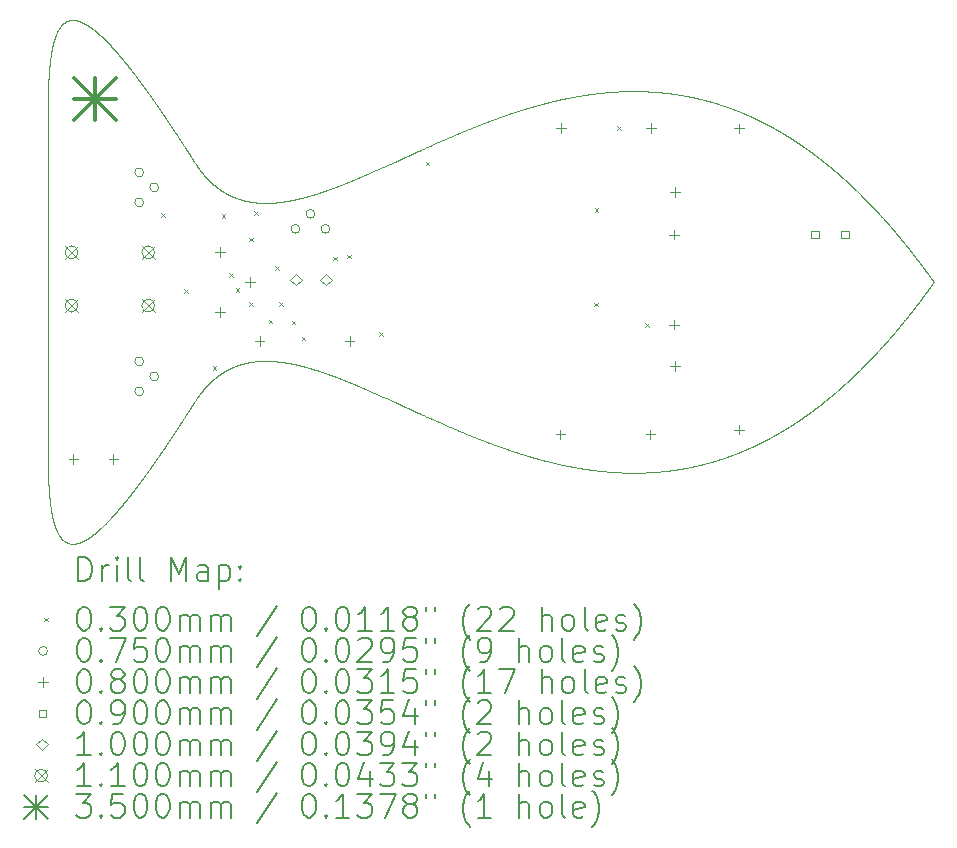
<source format=gbr>
%TF.GenerationSoftware,KiCad,Pcbnew,9.0.2-2.fc42*%
%TF.CreationDate,2025-06-29T00:33:01+02:00*%
%TF.ProjectId,hack_solder,6861636b-5f73-46f6-9c64-65722e6b6963,rev?*%
%TF.SameCoordinates,Original*%
%TF.FileFunction,Drillmap*%
%TF.FilePolarity,Positive*%
%FSLAX45Y45*%
G04 Gerber Fmt 4.5, Leading zero omitted, Abs format (unit mm)*
G04 Created by KiCad (PCBNEW 9.0.2-2.fc42) date 2025-06-29 00:33:01*
%MOMM*%
%LPD*%
G01*
G04 APERTURE LIST*
%ADD10C,0.050000*%
%ADD11C,0.200000*%
%ADD12C,0.100000*%
%ADD13C,0.110000*%
%ADD14C,0.350000*%
G04 APERTURE END LIST*
D10*
X1250000Y-3500000D02*
X1250000Y-5000000D01*
X2500000Y-6000000D02*
X2496547Y-6005450D01*
X2493100Y-6010888D01*
X2489667Y-6016298D01*
X2486241Y-6021695D01*
X2482829Y-6027065D01*
X2479423Y-6032422D01*
X2476032Y-6037753D01*
X2472647Y-6043070D01*
X2469276Y-6048361D01*
X2465911Y-6053639D01*
X2462561Y-6058890D01*
X2459216Y-6064130D01*
X2455886Y-6069342D01*
X2452561Y-6074542D01*
X2449251Y-6079716D01*
X2445946Y-6084878D01*
X2442655Y-6090013D01*
X2439370Y-6095137D01*
X2436099Y-6100234D01*
X2432834Y-6105319D01*
X2429583Y-6110379D01*
X2426337Y-6115427D01*
X2423105Y-6120449D01*
X2419878Y-6125459D01*
X2416665Y-6130443D01*
X2413458Y-6135416D01*
X2410265Y-6140364D01*
X2407076Y-6145299D01*
X2403902Y-6150210D01*
X2400732Y-6155109D01*
X2397577Y-6159984D01*
X2394426Y-6164846D01*
X2391289Y-6169684D01*
X2388158Y-6174511D01*
X2385039Y-6179313D01*
X2381926Y-6184103D01*
X2378826Y-6188869D01*
X2375731Y-6193624D01*
X2372650Y-6198355D01*
X2369574Y-6203074D01*
X2366510Y-6207769D01*
X2363452Y-6212453D01*
X2360407Y-6217113D01*
X2357367Y-6221762D01*
X2354339Y-6226388D01*
X2351317Y-6231002D01*
X2348308Y-6235593D01*
X2345303Y-6240173D01*
X2342312Y-6244729D01*
X2339325Y-6249275D01*
X2336351Y-6253797D01*
X2333382Y-6258309D01*
X2330425Y-6262797D01*
X2327474Y-6267275D01*
X2324535Y-6271730D01*
X2321600Y-6276174D01*
X2318679Y-6280596D01*
X2315761Y-6285006D01*
X2312857Y-6289395D01*
X2309957Y-6293772D01*
X2307069Y-6298128D01*
X2304186Y-6302472D01*
X2301315Y-6306795D01*
X2298449Y-6311107D01*
X2295595Y-6315397D01*
X2292746Y-6319677D01*
X2289909Y-6323934D01*
X2287076Y-6328182D01*
X2284255Y-6332407D01*
X2281439Y-6336623D01*
X2278635Y-6340816D01*
X2275835Y-6345000D01*
X2273047Y-6349162D01*
X2270264Y-6353314D01*
X2267493Y-6357445D01*
X2264725Y-6361565D01*
X2261970Y-6365665D01*
X2259219Y-6369754D01*
X2256480Y-6373822D01*
X2253745Y-6377881D01*
X2251021Y-6381918D01*
X2248302Y-6385946D01*
X2245595Y-6389953D01*
X2242891Y-6393950D01*
X2240199Y-6397926D01*
X2237512Y-6401893D01*
X2234836Y-6405840D01*
X2232164Y-6409776D01*
X2229503Y-6413692D01*
X2226847Y-6417599D01*
X2224201Y-6421485D01*
X2221560Y-6425362D01*
X2218930Y-6429219D01*
X2216305Y-6433066D01*
X2213690Y-6436894D01*
X2211079Y-6440712D01*
X2208480Y-6444510D01*
X2205884Y-6448298D01*
X2203300Y-6452068D01*
X2200719Y-6455827D01*
X2198150Y-6459568D01*
X2195584Y-6463299D01*
X2193030Y-6467010D01*
X2190479Y-6470712D01*
X2187939Y-6474396D01*
X2185403Y-6478070D01*
X2182878Y-6481724D01*
X2180356Y-6485370D01*
X2177845Y-6488997D01*
X2175339Y-6492614D01*
X2172842Y-6496213D01*
X2170350Y-6499803D01*
X2167868Y-6503374D01*
X2165390Y-6506936D01*
X2162922Y-6510480D01*
X2160459Y-6514014D01*
X2158005Y-6517531D01*
X2155556Y-6521038D01*
X2153116Y-6524527D01*
X2150681Y-6528007D01*
X2148256Y-6531469D01*
X2145834Y-6534922D01*
X2143423Y-6538357D01*
X2141015Y-6541783D01*
X2138618Y-6545192D01*
X2136224Y-6548591D01*
X2133840Y-6551973D01*
X2131460Y-6555346D01*
X2129090Y-6558702D01*
X2126724Y-6562049D01*
X2124367Y-6565378D01*
X2122014Y-6568699D01*
X2119671Y-6572003D01*
X2117332Y-6575298D01*
X2115003Y-6578575D01*
X2112677Y-6581844D01*
X2110360Y-6585096D01*
X2108048Y-6588340D01*
X2105745Y-6591566D01*
X2103445Y-6594784D01*
X2101156Y-6597985D01*
X2098869Y-6601178D01*
X2096593Y-6604354D01*
X2094319Y-6607522D01*
X2092056Y-6610673D01*
X2089796Y-6613815D01*
X2087545Y-6616942D01*
X2085298Y-6620059D01*
X2083060Y-6623161D01*
X2080825Y-6626254D01*
X2078600Y-6629331D01*
X2076378Y-6632400D01*
X2074166Y-6635452D01*
X2071957Y-6638497D01*
X2069757Y-6641525D01*
X2067561Y-6644545D01*
X2065373Y-6647550D01*
X2063190Y-6650546D01*
X2061015Y-6653526D01*
X2058843Y-6656499D01*
X2056681Y-6659455D01*
X2054522Y-6662404D01*
X2052372Y-6665337D01*
X2050225Y-6668262D01*
X2048087Y-6671172D01*
X2045952Y-6674073D01*
X2043827Y-6676960D01*
X2041704Y-6679838D01*
X2039591Y-6682701D01*
X2037480Y-6685556D01*
X2035379Y-6688397D01*
X2033280Y-6691229D01*
X2031191Y-6694046D01*
X2029104Y-6696856D01*
X2027026Y-6699650D01*
X2024952Y-6702437D01*
X2022886Y-6705209D01*
X2020823Y-6707974D01*
X2018769Y-6710723D01*
X2016718Y-6713465D01*
X2014675Y-6716193D01*
X2012636Y-6718912D01*
X2010605Y-6721617D01*
X2008577Y-6724315D01*
X2006557Y-6726998D01*
X2004541Y-6729674D01*
X2002533Y-6732335D01*
X2000528Y-6734989D01*
X1998531Y-6737629D01*
X1996538Y-6740261D01*
X1994553Y-6742879D01*
X1992570Y-6745489D01*
X1990596Y-6748086D01*
X1988625Y-6750675D01*
X1986662Y-6753251D01*
X1984703Y-6755819D01*
X1982751Y-6758373D01*
X1980802Y-6760919D01*
X1978861Y-6763453D01*
X1976924Y-6765978D01*
X1974994Y-6768491D01*
X1973067Y-6770996D01*
X1971148Y-6773487D01*
X1969232Y-6775971D01*
X1967324Y-6778442D01*
X1965419Y-6780906D01*
X1963522Y-6783356D01*
X1961628Y-6785799D01*
X1959741Y-6788229D01*
X1957858Y-6790652D01*
X1955982Y-6793061D01*
X1954109Y-6795464D01*
X1952244Y-6797853D01*
X1950382Y-6800236D01*
X1948527Y-6802605D01*
X1946675Y-6804968D01*
X1944831Y-6807318D01*
X1942990Y-6809660D01*
X1941156Y-6811990D01*
X1939325Y-6814313D01*
X1937502Y-6816624D01*
X1935681Y-6818927D01*
X1933868Y-6821218D01*
X1932058Y-6823502D01*
X1930255Y-6825773D01*
X1928455Y-6828038D01*
X1926662Y-6830290D01*
X1924872Y-6832536D01*
X1923090Y-6834769D01*
X1921310Y-6836995D01*
X1919537Y-6839209D01*
X1917768Y-6841417D01*
X1916005Y-6843612D01*
X1914245Y-6845801D01*
X1912493Y-6847977D01*
X1910743Y-6850147D01*
X1909000Y-6852305D01*
X1907260Y-6854456D01*
X1905527Y-6856595D01*
X1903797Y-6858728D01*
X1902074Y-6860849D01*
X1900353Y-6862964D01*
X1898640Y-6865066D01*
X1896929Y-6867162D01*
X1895225Y-6869247D01*
X1893524Y-6871325D01*
X1891830Y-6873391D01*
X1890139Y-6875451D01*
X1888454Y-6877500D01*
X1886772Y-6879542D01*
X1885097Y-6881573D01*
X1883424Y-6883597D01*
X1881759Y-6885610D01*
X1880096Y-6887617D01*
X1878439Y-6889612D01*
X1876785Y-6891601D01*
X1875138Y-6893579D01*
X1873494Y-6895551D01*
X1871856Y-6897511D01*
X1870221Y-6899465D01*
X1868593Y-6901409D01*
X1866967Y-6903346D01*
X1865347Y-6905272D01*
X1863730Y-6907192D01*
X1862120Y-6909101D01*
X1860512Y-6911004D01*
X1858911Y-6912896D01*
X1857312Y-6914782D01*
X1855720Y-6916657D01*
X1854131Y-6918526D01*
X1852547Y-6920385D01*
X1850967Y-6922238D01*
X1849392Y-6924080D01*
X1847820Y-6925916D01*
X1846255Y-6927741D01*
X1844692Y-6929561D01*
X1843135Y-6931370D01*
X1841581Y-6933173D01*
X1840033Y-6934966D01*
X1838487Y-6936753D01*
X1836948Y-6938529D01*
X1835411Y-6940300D01*
X1833881Y-6942060D01*
X1832353Y-6943815D01*
X1830831Y-6945560D01*
X1829311Y-6947298D01*
X1827798Y-6949027D01*
X1826287Y-6950750D01*
X1824782Y-6952463D01*
X1823279Y-6954170D01*
X1821783Y-6955867D01*
X1820288Y-6957559D01*
X1818800Y-6959241D01*
X1817315Y-6960917D01*
X1815835Y-6962583D01*
X1814357Y-6964243D01*
X1812886Y-6965894D01*
X1811417Y-6967539D01*
X1809954Y-6969175D01*
X1808493Y-6970805D01*
X1807038Y-6972425D01*
X1805585Y-6974040D01*
X1804139Y-6975645D01*
X1802694Y-6977245D01*
X1801255Y-6978836D01*
X1799819Y-6980421D01*
X1798389Y-6981996D01*
X1796960Y-6983566D01*
X1795538Y-6985127D01*
X1794117Y-6986682D01*
X1792703Y-6988228D01*
X1791290Y-6989769D01*
X1789884Y-6991300D01*
X1788479Y-6992826D01*
X1787081Y-6994343D01*
X1785684Y-6995854D01*
X1784293Y-6997357D01*
X1782904Y-6998854D01*
X1781521Y-7000342D01*
X1780140Y-7001825D01*
X1778765Y-7003299D01*
X1777392Y-7004768D01*
X1776024Y-7006228D01*
X1774659Y-7007683D01*
X1773299Y-7009128D01*
X1771941Y-7010569D01*
X1770589Y-7012001D01*
X1769239Y-7013428D01*
X1767894Y-7014846D01*
X1766551Y-7016259D01*
X1765214Y-7017663D01*
X1763879Y-7019062D01*
X1762549Y-7020453D01*
X1761222Y-7021839D01*
X1759899Y-7023216D01*
X1758579Y-7024588D01*
X1757264Y-7025951D01*
X1755952Y-7027310D01*
X1754644Y-7028660D01*
X1753339Y-7030005D01*
X1752039Y-7031342D01*
X1750740Y-7032674D01*
X1749448Y-7033998D01*
X1748157Y-7035317D01*
X1746871Y-7036627D01*
X1745588Y-7037933D01*
X1744309Y-7039230D01*
X1743033Y-7040523D01*
X1741762Y-7041808D01*
X1740492Y-7043087D01*
X1739228Y-7044359D01*
X1737966Y-7045626D01*
X1736709Y-7046885D01*
X1735454Y-7048139D01*
X1734204Y-7049385D01*
X1732956Y-7050627D01*
X1731713Y-7051860D01*
X1730472Y-7053089D01*
X1729236Y-7054310D01*
X1728001Y-7055526D01*
X1726772Y-7056735D01*
X1725545Y-7057939D01*
X1724323Y-7059135D01*
X1723102Y-7060327D01*
X1721887Y-7061511D01*
X1720674Y-7062690D01*
X1719465Y-7063862D01*
X1718258Y-7065029D01*
X1717056Y-7066189D01*
X1715856Y-7067344D01*
X1714661Y-7068491D01*
X1713468Y-7069634D01*
X1712280Y-7070770D01*
X1711093Y-7071901D01*
X1709911Y-7073025D01*
X1708731Y-7074144D01*
X1707556Y-7075256D01*
X1706383Y-7076364D01*
X1705214Y-7077464D01*
X1704047Y-7078560D01*
X1702885Y-7079649D01*
X1701725Y-7080733D01*
X1700569Y-7081810D01*
X1699415Y-7082883D01*
X1698266Y-7083948D01*
X1697119Y-7085009D01*
X1695976Y-7086064D01*
X1694835Y-7087114D01*
X1693699Y-7088156D01*
X1692564Y-7089195D01*
X1691434Y-7090227D01*
X1690306Y-7091254D01*
X1689182Y-7092275D01*
X1688060Y-7093291D01*
X1686943Y-7094300D01*
X1685827Y-7095305D01*
X1684716Y-7096304D01*
X1683607Y-7097298D01*
X1682502Y-7098285D01*
X1681399Y-7099269D01*
X1680300Y-7100245D01*
X1679203Y-7101218D01*
X1678110Y-7102183D01*
X1677019Y-7103145D01*
X1675932Y-7104100D01*
X1674847Y-7105051D01*
X1673767Y-7105995D01*
X1672688Y-7106936D01*
X1671614Y-7107870D01*
X1670541Y-7108799D01*
X1669472Y-7109723D01*
X1668405Y-7110642D01*
X1667343Y-7111555D01*
X1666282Y-7112464D01*
X1665225Y-7113367D01*
X1664170Y-7114265D01*
X1663120Y-7115158D01*
X1662070Y-7116046D01*
X1661026Y-7116928D01*
X1659982Y-7117806D01*
X1658943Y-7118678D01*
X1657906Y-7119546D01*
X1656872Y-7120408D01*
X1655841Y-7121266D01*
X1654813Y-7122118D01*
X1653787Y-7122966D01*
X1652765Y-7123808D01*
X1651745Y-7124646D01*
X1650729Y-7125478D01*
X1649714Y-7126307D01*
X1648704Y-7127129D01*
X1647695Y-7127948D01*
X1646690Y-7128760D01*
X1645687Y-7129569D01*
X1644687Y-7130372D01*
X1643689Y-7131171D01*
X1642696Y-7131965D01*
X1641703Y-7132755D01*
X1640715Y-7133538D01*
X1639728Y-7134319D01*
X1638746Y-7135093D01*
X1637764Y-7135864D01*
X1636787Y-7136629D01*
X1635811Y-7137390D01*
X1634839Y-7138146D01*
X1633869Y-7138898D01*
X1632902Y-7139645D01*
X1631937Y-7140388D01*
X1630976Y-7141125D01*
X1630016Y-7141859D01*
X1629061Y-7142587D01*
X1628106Y-7143312D01*
X1627156Y-7144031D01*
X1626207Y-7144747D01*
X1625261Y-7145457D01*
X1624317Y-7146163D01*
X1623377Y-7146865D01*
X1622439Y-7147562D01*
X1621504Y-7148255D01*
X1620570Y-7148944D01*
X1619641Y-7149627D01*
X1618712Y-7150308D01*
X1617788Y-7150982D01*
X1616865Y-7151654D01*
X1615945Y-7152320D01*
X1615027Y-7152983D01*
X1614113Y-7153641D01*
X1613200Y-7154295D01*
X1612290Y-7154944D01*
X1611382Y-7155590D01*
X1610478Y-7156230D01*
X1609575Y-7156868D01*
X1608675Y-7157500D01*
X1607777Y-7158129D01*
X1606883Y-7158752D01*
X1605990Y-7159373D01*
X1605100Y-7159988D01*
X1604212Y-7160601D01*
X1603327Y-7161208D01*
X1602444Y-7161812D01*
X1601564Y-7162411D01*
X1600686Y-7163007D01*
X1599811Y-7163598D01*
X1598937Y-7164186D01*
X1598067Y-7164769D01*
X1597198Y-7165349D01*
X1596333Y-7165923D01*
X1595469Y-7166495D01*
X1594608Y-7167062D01*
X1593749Y-7167626D01*
X1592893Y-7168185D01*
X1592038Y-7168741D01*
X1591187Y-7169293D01*
X1590337Y-7169841D01*
X1589490Y-7170384D01*
X1588645Y-7170925D01*
X1587803Y-7171460D01*
X1586962Y-7171993D01*
X1586125Y-7172521D01*
X1585288Y-7173046D01*
X1584456Y-7173567D01*
X1583624Y-7174085D01*
X1582796Y-7174598D01*
X1581969Y-7175108D01*
X1581145Y-7175613D01*
X1580322Y-7176116D01*
X1579503Y-7176614D01*
X1578685Y-7177109D01*
X1577870Y-7177600D01*
X1577056Y-7178087D01*
X1576246Y-7178571D01*
X1575436Y-7179051D01*
X1574630Y-7179528D01*
X1573825Y-7180001D01*
X1573024Y-7180470D01*
X1572223Y-7180936D01*
X1571426Y-7181397D01*
X1570629Y-7181856D01*
X1569836Y-7182311D01*
X1569044Y-7182763D01*
X1568255Y-7183210D01*
X1567468Y-7183655D01*
X1566683Y-7184096D01*
X1565900Y-7184534D01*
X1565119Y-7184967D01*
X1564340Y-7185398D01*
X1563564Y-7185825D01*
X1562789Y-7186249D01*
X1562017Y-7186669D01*
X1561246Y-7187086D01*
X1560478Y-7187499D01*
X1559711Y-7187909D01*
X1558948Y-7188316D01*
X1558185Y-7188719D01*
X1557425Y-7189119D01*
X1556667Y-7189516D01*
X1555911Y-7189909D01*
X1555157Y-7190299D01*
X1554405Y-7190686D01*
X1553654Y-7191070D01*
X1552907Y-7191450D01*
X1552160Y-7191827D01*
X1551417Y-7192200D01*
X1550674Y-7192571D01*
X1549934Y-7192938D01*
X1549196Y-7193302D01*
X1548460Y-7193663D01*
X1547725Y-7194021D01*
X1546993Y-7194375D01*
X1546263Y-7194727D01*
X1545535Y-7195075D01*
X1544808Y-7195420D01*
X1544083Y-7195761D01*
X1543360Y-7196101D01*
X1542640Y-7196436D01*
X1541921Y-7196769D01*
X1541204Y-7197098D01*
X1540488Y-7197425D01*
X1539776Y-7197748D01*
X1539064Y-7198069D01*
X1538355Y-7198386D01*
X1537646Y-7198700D01*
X1536941Y-7199011D01*
X1536237Y-7199320D01*
X1535535Y-7199625D01*
X1534834Y-7199927D01*
X1534136Y-7200227D01*
X1533439Y-7200523D01*
X1532745Y-7200816D01*
X1532051Y-7201107D01*
X1531360Y-7201395D01*
X1530670Y-7201679D01*
X1529983Y-7201961D01*
X1529297Y-7202240D01*
X1528613Y-7202516D01*
X1527930Y-7202789D01*
X1527250Y-7203059D01*
X1526571Y-7203327D01*
X1525894Y-7203591D01*
X1525218Y-7203853D01*
X1524545Y-7204112D01*
X1523873Y-7204368D01*
X1523203Y-7204622D01*
X1522534Y-7204872D01*
X1521867Y-7205120D01*
X1521202Y-7205365D01*
X1520539Y-7205607D01*
X1519877Y-7205847D01*
X1519217Y-7206084D01*
X1518558Y-7206318D01*
X1517902Y-7206549D01*
X1517247Y-7206778D01*
X1516594Y-7207004D01*
X1515941Y-7207227D01*
X1515292Y-7207447D01*
X1514643Y-7207665D01*
X1513996Y-7207881D01*
X1513351Y-7208093D01*
X1512708Y-7208303D01*
X1512065Y-7208511D01*
X1511425Y-7208715D01*
X1510786Y-7208917D01*
X1510149Y-7209117D01*
X1509513Y-7209314D01*
X1508880Y-7209508D01*
X1508247Y-7209700D01*
X1507616Y-7209889D01*
X1506987Y-7210076D01*
X1506359Y-7210260D01*
X1505733Y-7210441D01*
X1505108Y-7210620D01*
X1504485Y-7210797D01*
X1503863Y-7210971D01*
X1503243Y-7211142D01*
X1502625Y-7211311D01*
X1502007Y-7211478D01*
X1501392Y-7211642D01*
X1500778Y-7211803D01*
X1500165Y-7211962D01*
X1499554Y-7212119D01*
X1498945Y-7212273D01*
X1498336Y-7212425D01*
X1497730Y-7212574D01*
X1497124Y-7212721D01*
X1496521Y-7212866D01*
X1495918Y-7213008D01*
X1495317Y-7213147D01*
X1494718Y-7213285D01*
X1494120Y-7213420D01*
X1493523Y-7213552D01*
X1492928Y-7213682D01*
X1492334Y-7213810D01*
X1491742Y-7213936D01*
X1491151Y-7214059D01*
X1490561Y-7214180D01*
X1489973Y-7214298D01*
X1489386Y-7214414D01*
X1488800Y-7214528D01*
X1488217Y-7214640D01*
X1487634Y-7214749D01*
X1487052Y-7214856D01*
X1486472Y-7214961D01*
X1485894Y-7215063D01*
X1485316Y-7215163D01*
X1484740Y-7215261D01*
X1484165Y-7215357D01*
X1483592Y-7215450D01*
X1483020Y-7215541D01*
X1482449Y-7215630D01*
X1481880Y-7215717D01*
X1481312Y-7215801D01*
X1480745Y-7215883D01*
X1480179Y-7215963D01*
X1479615Y-7216041D01*
X1479052Y-7216117D01*
X1478490Y-7216190D01*
X1477930Y-7216262D01*
X1477370Y-7216331D01*
X1476812Y-7216398D01*
X1476255Y-7216462D01*
X1475700Y-7216525D01*
X1475145Y-7216585D01*
X1474593Y-7216644D01*
X1474040Y-7216700D01*
X1473490Y-7216754D01*
X1472940Y-7216806D01*
X1472392Y-7216855D01*
X1471845Y-7216903D01*
X1471299Y-7216949D01*
X1470754Y-7216992D01*
X1470211Y-7217033D01*
X1469668Y-7217073D01*
X1469127Y-7217110D01*
X1468587Y-7217145D01*
X1468048Y-7217178D01*
X1467511Y-7217209D01*
X1466974Y-7217238D01*
X1466438Y-7217264D01*
X1465904Y-7217289D01*
X1465371Y-7217312D01*
X1464839Y-7217332D01*
X1464308Y-7217351D01*
X1463778Y-7217367D01*
X1463249Y-7217382D01*
X1462722Y-7217394D01*
X1462195Y-7217405D01*
X1461670Y-7217413D01*
X1461145Y-7217420D01*
X1460622Y-7217424D01*
X1460099Y-7217426D01*
X1459578Y-7217427D01*
X1459058Y-7217425D01*
X1458539Y-7217421D01*
X1458021Y-7217416D01*
X1457504Y-7217408D01*
X1456988Y-7217399D01*
X1456473Y-7217387D01*
X1455959Y-7217373D01*
X1455446Y-7217358D01*
X1454934Y-7217340D01*
X1454423Y-7217321D01*
X1453913Y-7217299D01*
X1453404Y-7217276D01*
X1452896Y-7217251D01*
X1452389Y-7217223D01*
X1451883Y-7217194D01*
X1451378Y-7217163D01*
X1450874Y-7217130D01*
X1450371Y-7217095D01*
X1449869Y-7217058D01*
X1449368Y-7217019D01*
X1448867Y-7216978D01*
X1448368Y-7216935D01*
X1447870Y-7216890D01*
X1447372Y-7216843D01*
X1446876Y-7216795D01*
X1446380Y-7216744D01*
X1445885Y-7216692D01*
X1445392Y-7216637D01*
X1444899Y-7216581D01*
X1444407Y-7216523D01*
X1443916Y-7216463D01*
X1443426Y-7216401D01*
X1442936Y-7216337D01*
X1442448Y-7216271D01*
X1441960Y-7216203D01*
X1441474Y-7216134D01*
X1440988Y-7216062D01*
X1440503Y-7215989D01*
X1440018Y-7215914D01*
X1439535Y-7215836D01*
X1439053Y-7215757D01*
X1438571Y-7215676D01*
X1438090Y-7215594D01*
X1437610Y-7215509D01*
X1437131Y-7215422D01*
X1436653Y-7215334D01*
X1436175Y-7215243D01*
X1435699Y-7215151D01*
X1435223Y-7215057D01*
X1434748Y-7214961D01*
X1434273Y-7214863D01*
X1433800Y-7214763D01*
X1433327Y-7214661D01*
X1432855Y-7214558D01*
X1432384Y-7214452D01*
X1431913Y-7214345D01*
X1431443Y-7214236D01*
X1430974Y-7214125D01*
X1430506Y-7214012D01*
X1430039Y-7213897D01*
X1429572Y-7213780D01*
X1429106Y-7213662D01*
X1428641Y-7213541D01*
X1428176Y-7213419D01*
X1427712Y-7213295D01*
X1427249Y-7213168D01*
X1426787Y-7213040D01*
X1426325Y-7212911D01*
X1425864Y-7212779D01*
X1425404Y-7212645D01*
X1424945Y-7212510D01*
X1424486Y-7212372D01*
X1424027Y-7212233D01*
X1423570Y-7212092D01*
X1423113Y-7211949D01*
X1422657Y-7211804D01*
X1422202Y-7211657D01*
X1421293Y-7211358D01*
X1420386Y-7211051D01*
X1419482Y-7210737D01*
X1418581Y-7210415D01*
X1417682Y-7210085D01*
X1416786Y-7209748D01*
X1415892Y-7209403D01*
X1415001Y-7209051D01*
X1414112Y-7208691D01*
X1413225Y-7208323D01*
X1412341Y-7207947D01*
X1411459Y-7207564D01*
X1410579Y-7207173D01*
X1409702Y-7206774D01*
X1408827Y-7206368D01*
X1407953Y-7205954D01*
X1407082Y-7205531D01*
X1406214Y-7205101D01*
X1405347Y-7204664D01*
X1404482Y-7204218D01*
X1403619Y-7203764D01*
X1402759Y-7203302D01*
X1401900Y-7202832D01*
X1401043Y-7202355D01*
X1400188Y-7201869D01*
X1399336Y-7201375D01*
X1398485Y-7200872D01*
X1397635Y-7200362D01*
X1396788Y-7199843D01*
X1395943Y-7199316D01*
X1395099Y-7198781D01*
X1394257Y-7198238D01*
X1393417Y-7197686D01*
X1392578Y-7197125D01*
X1391741Y-7196556D01*
X1390906Y-7195979D01*
X1390073Y-7195393D01*
X1389241Y-7194798D01*
X1388411Y-7194195D01*
X1387582Y-7193583D01*
X1386755Y-7192962D01*
X1385930Y-7192332D01*
X1385106Y-7191694D01*
X1384284Y-7191046D01*
X1383463Y-7190390D01*
X1382644Y-7189725D01*
X1381826Y-7189050D01*
X1381010Y-7188366D01*
X1380195Y-7187673D01*
X1379382Y-7186971D01*
X1378570Y-7186260D01*
X1377759Y-7185539D01*
X1376950Y-7184808D01*
X1376143Y-7184068D01*
X1375337Y-7183319D01*
X1374532Y-7182560D01*
X1373728Y-7181791D01*
X1372926Y-7181012D01*
X1372125Y-7180224D01*
X1371326Y-7179426D01*
X1370528Y-7178617D01*
X1369731Y-7177799D01*
X1368936Y-7176970D01*
X1368142Y-7176132D01*
X1367349Y-7175283D01*
X1366557Y-7174424D01*
X1365767Y-7173554D01*
X1364978Y-7172674D01*
X1364191Y-7171783D01*
X1363405Y-7170882D01*
X1362620Y-7169970D01*
X1361836Y-7169047D01*
X1361054Y-7168114D01*
X1360273Y-7167169D01*
X1359493Y-7166214D01*
X1358714Y-7165247D01*
X1357937Y-7164269D01*
X1357161Y-7163280D01*
X1356386Y-7162279D01*
X1355613Y-7161268D01*
X1354841Y-7160244D01*
X1354070Y-7159209D01*
X1353300Y-7158163D01*
X1352532Y-7157104D01*
X1351765Y-7156034D01*
X1350999Y-7154952D01*
X1350235Y-7153858D01*
X1349472Y-7152751D01*
X1348710Y-7151633D01*
X1347950Y-7150502D01*
X1347190Y-7149359D01*
X1346433Y-7148203D01*
X1345676Y-7147035D01*
X1344921Y-7145854D01*
X1344167Y-7144660D01*
X1343415Y-7143453D01*
X1342664Y-7142234D01*
X1341914Y-7141001D01*
X1341165Y-7139755D01*
X1340419Y-7138496D01*
X1339673Y-7137224D01*
X1338929Y-7135938D01*
X1338186Y-7134639D01*
X1337445Y-7133326D01*
X1336705Y-7131999D01*
X1335966Y-7130659D01*
X1335229Y-7129304D01*
X1334494Y-7127936D01*
X1333760Y-7126553D01*
X1333027Y-7125156D01*
X1332296Y-7123744D01*
X1331566Y-7122319D01*
X1330838Y-7120878D01*
X1330112Y-7119423D01*
X1329387Y-7117953D01*
X1328664Y-7116468D01*
X1327942Y-7114968D01*
X1327222Y-7113453D01*
X1326503Y-7111923D01*
X1325786Y-7110377D01*
X1325071Y-7108816D01*
X1324357Y-7107239D01*
X1323646Y-7105647D01*
X1322935Y-7104039D01*
X1322227Y-7102414D01*
X1321520Y-7100774D01*
X1320815Y-7099118D01*
X1320112Y-7097445D01*
X1319411Y-7095756D01*
X1318711Y-7094050D01*
X1318013Y-7092328D01*
X1317317Y-7090589D01*
X1316623Y-7088833D01*
X1315931Y-7087060D01*
X1315241Y-7085270D01*
X1314552Y-7083463D01*
X1313866Y-7081638D01*
X1313181Y-7079796D01*
X1312499Y-7077936D01*
X1311819Y-7076059D01*
X1311140Y-7074163D01*
X1310464Y-7072249D01*
X1309790Y-7070318D01*
X1309117Y-7068368D01*
X1308447Y-7066399D01*
X1307779Y-7064412D01*
X1307114Y-7062407D01*
X1306450Y-7060382D01*
X1305789Y-7058339D01*
X1305130Y-7056276D01*
X1304473Y-7054195D01*
X1303819Y-7052094D01*
X1303166Y-7049973D01*
X1302516Y-7047833D01*
X1301869Y-7045673D01*
X1301224Y-7043493D01*
X1300581Y-7041293D01*
X1299941Y-7039073D01*
X1299303Y-7036833D01*
X1298668Y-7034572D01*
X1298035Y-7032290D01*
X1297405Y-7029988D01*
X1296777Y-7027664D01*
X1296152Y-7025320D01*
X1295530Y-7022955D01*
X1294910Y-7020568D01*
X1294293Y-7018159D01*
X1293679Y-7015729D01*
X1293067Y-7013277D01*
X1292458Y-7010803D01*
X1291852Y-7008307D01*
X1291249Y-7005789D01*
X1290649Y-7003248D01*
X1290051Y-7000685D01*
X1289457Y-6998099D01*
X1288865Y-6995490D01*
X1288277Y-6992858D01*
X1287691Y-6990202D01*
X1287109Y-6987524D01*
X1286529Y-6984821D01*
X1285953Y-6982095D01*
X1285380Y-6979345D01*
X1284809Y-6976572D01*
X1284243Y-6973773D01*
X1283679Y-6970951D01*
X1283119Y-6968104D01*
X1282562Y-6965232D01*
X1282008Y-6962335D01*
X1281457Y-6959414D01*
X1280910Y-6956467D01*
X1280367Y-6953494D01*
X1279827Y-6950496D01*
X1279290Y-6947472D01*
X1278757Y-6944422D01*
X1278228Y-6941347D01*
X1277702Y-6938244D01*
X1277179Y-6935116D01*
X1276661Y-6931960D01*
X1276146Y-6928778D01*
X1275635Y-6925569D01*
X1275127Y-6922332D01*
X1274624Y-6919068D01*
X1274124Y-6915777D01*
X1273628Y-6912458D01*
X1273136Y-6909110D01*
X1272648Y-6905735D01*
X1272164Y-6902331D01*
X1271684Y-6898898D01*
X1271208Y-6895437D01*
X1270736Y-6891947D01*
X1270268Y-6888428D01*
X1269805Y-6884879D01*
X1269346Y-6881301D01*
X1268890Y-6877692D01*
X1268440Y-6874054D01*
X1267993Y-6870386D01*
X1267551Y-6866687D01*
X1267113Y-6862958D01*
X1266680Y-6859198D01*
X1266251Y-6855407D01*
X1265827Y-6851584D01*
X1265407Y-6847730D01*
X1264992Y-6843844D01*
X1264582Y-6839927D01*
X1264176Y-6835977D01*
X1263775Y-6831995D01*
X1263379Y-6827981D01*
X1262987Y-6823933D01*
X1262601Y-6819853D01*
X1262219Y-6815739D01*
X1261842Y-6811592D01*
X1261470Y-6807410D01*
X1261104Y-6803195D01*
X1260742Y-6798946D01*
X1260385Y-6794663D01*
X1260034Y-6790344D01*
X1259687Y-6785991D01*
X1259346Y-6781602D01*
X1259011Y-6777178D01*
X1258680Y-6772719D01*
X1258355Y-6768223D01*
X1258035Y-6763691D01*
X1257721Y-6759123D01*
X1257412Y-6754518D01*
X1257109Y-6749876D01*
X1256812Y-6745197D01*
X1256520Y-6740481D01*
X1256233Y-6735726D01*
X1255953Y-6730934D01*
X1255678Y-6726103D01*
X1255409Y-6721234D01*
X1255146Y-6716326D01*
X1254889Y-6711378D01*
X1254637Y-6706391D01*
X1254392Y-6701365D01*
X1254153Y-6696298D01*
X1253920Y-6691192D01*
X1253693Y-6686044D01*
X1253473Y-6680856D01*
X1253258Y-6675627D01*
X1253050Y-6670356D01*
X1252849Y-6665043D01*
X1252653Y-6659689D01*
X1252464Y-6654291D01*
X1252282Y-6648852D01*
X1252106Y-6643369D01*
X1251937Y-6637843D01*
X1251775Y-6632273D01*
X1251619Y-6626659D01*
X1251470Y-6621001D01*
X1251328Y-6615298D01*
X1251193Y-6609550D01*
X1251065Y-6603757D01*
X1250943Y-6597918D01*
X1250829Y-6592033D01*
X1250722Y-6586102D01*
X1250622Y-6580124D01*
X1250529Y-6574099D01*
X1250444Y-6568027D01*
X1250366Y-6561907D01*
X1250295Y-6555738D01*
X1250232Y-6549521D01*
X1250176Y-6543255D01*
X1250128Y-6536940D01*
X1250087Y-6530576D01*
X1250054Y-6524161D01*
X1250029Y-6517695D01*
X1250011Y-6511179D01*
X1250002Y-6504612D01*
X1250000Y-6500000D01*
X2500000Y-4000000D02*
X2496547Y-3994550D01*
X2493100Y-3989112D01*
X2489667Y-3983702D01*
X2486241Y-3978305D01*
X2482829Y-3972935D01*
X2479423Y-3967578D01*
X2476032Y-3962247D01*
X2472647Y-3956930D01*
X2469276Y-3951639D01*
X2465911Y-3946361D01*
X2462561Y-3941109D01*
X2459216Y-3935870D01*
X2455886Y-3930658D01*
X2452561Y-3925458D01*
X2449251Y-3920284D01*
X2445946Y-3915122D01*
X2442655Y-3909986D01*
X2439370Y-3904863D01*
X2436099Y-3899766D01*
X2432834Y-3894680D01*
X2429583Y-3889621D01*
X2426337Y-3884573D01*
X2423105Y-3879551D01*
X2419878Y-3874541D01*
X2416665Y-3869557D01*
X2413458Y-3864584D01*
X2410265Y-3859636D01*
X2407076Y-3854700D01*
X2403902Y-3849790D01*
X2400732Y-3844891D01*
X2397577Y-3840016D01*
X2394426Y-3835154D01*
X2391289Y-3830316D01*
X2388158Y-3825489D01*
X2385039Y-3820687D01*
X2381926Y-3815897D01*
X2378826Y-3811131D01*
X2375731Y-3806376D01*
X2372650Y-3801645D01*
X2369574Y-3796926D01*
X2366510Y-3792231D01*
X2363452Y-3787547D01*
X2360407Y-3782886D01*
X2357367Y-3778237D01*
X2354339Y-3773612D01*
X2351317Y-3768998D01*
X2348308Y-3764407D01*
X2345303Y-3759827D01*
X2342312Y-3755270D01*
X2339325Y-3750725D01*
X2336351Y-3746202D01*
X2333382Y-3741691D01*
X2330425Y-3737202D01*
X2327474Y-3732725D01*
X2324535Y-3728270D01*
X2321600Y-3723826D01*
X2318679Y-3719404D01*
X2315761Y-3714994D01*
X2312857Y-3710605D01*
X2309957Y-3706228D01*
X2307069Y-3701872D01*
X2304186Y-3697528D01*
X2301315Y-3693205D01*
X2298449Y-3688893D01*
X2295595Y-3684603D01*
X2292746Y-3680323D01*
X2289909Y-3676066D01*
X2287076Y-3671818D01*
X2284255Y-3667593D01*
X2281439Y-3663377D01*
X2278635Y-3659183D01*
X2275835Y-3655000D01*
X2273047Y-3650838D01*
X2270264Y-3646686D01*
X2267493Y-3642555D01*
X2264725Y-3638435D01*
X2261970Y-3634335D01*
X2259219Y-3630246D01*
X2256480Y-3626177D01*
X2253745Y-3622119D01*
X2251021Y-3618082D01*
X2248302Y-3614054D01*
X2245595Y-3610047D01*
X2242891Y-3606050D01*
X2240199Y-3602073D01*
X2237512Y-3598107D01*
X2234836Y-3594160D01*
X2232164Y-3590224D01*
X2229503Y-3586308D01*
X2226847Y-3582401D01*
X2224201Y-3578515D01*
X2221560Y-3574638D01*
X2218930Y-3570781D01*
X2216305Y-3566934D01*
X2213690Y-3563106D01*
X2211079Y-3559288D01*
X2208480Y-3555490D01*
X2205884Y-3551701D01*
X2203300Y-3547932D01*
X2200719Y-3544173D01*
X2198150Y-3540432D01*
X2195584Y-3536701D01*
X2193030Y-3532990D01*
X2190479Y-3529287D01*
X2187939Y-3525604D01*
X2185403Y-3521930D01*
X2182878Y-3518275D01*
X2180356Y-3514630D01*
X2177845Y-3511003D01*
X2175339Y-3507385D01*
X2172842Y-3503787D01*
X2170350Y-3500197D01*
X2167868Y-3496626D01*
X2165390Y-3493064D01*
X2162922Y-3489520D01*
X2160459Y-3485986D01*
X2158005Y-3482469D01*
X2155556Y-3478962D01*
X2153116Y-3475473D01*
X2150681Y-3471993D01*
X2148256Y-3468531D01*
X2145834Y-3465078D01*
X2143423Y-3461643D01*
X2141015Y-3458217D01*
X2138618Y-3454808D01*
X2136224Y-3451409D01*
X2133840Y-3448027D01*
X2131460Y-3444653D01*
X2129090Y-3441298D01*
X2126724Y-3437951D01*
X2124367Y-3434621D01*
X2122014Y-3431301D01*
X2119671Y-3427997D01*
X2117332Y-3424702D01*
X2115003Y-3421425D01*
X2112677Y-3418156D01*
X2110360Y-3414904D01*
X2108048Y-3411660D01*
X2105745Y-3408434D01*
X2103445Y-3405216D01*
X2101156Y-3402015D01*
X2098869Y-3398822D01*
X2096593Y-3395646D01*
X2094319Y-3392478D01*
X2092056Y-3389327D01*
X2089796Y-3386185D01*
X2087545Y-3383058D01*
X2085298Y-3379941D01*
X2083060Y-3376839D01*
X2080825Y-3373746D01*
X2078600Y-3370669D01*
X2076378Y-3367600D01*
X2074166Y-3364548D01*
X2071957Y-3361503D01*
X2069757Y-3358475D01*
X2067561Y-3355455D01*
X2065373Y-3352450D01*
X2063190Y-3349454D01*
X2061015Y-3346474D01*
X2058843Y-3343501D01*
X2056681Y-3340545D01*
X2054522Y-3337596D01*
X2052372Y-3334663D01*
X2050225Y-3331738D01*
X2048087Y-3328828D01*
X2045952Y-3325927D01*
X2043827Y-3323040D01*
X2041704Y-3320162D01*
X2039591Y-3317299D01*
X2037480Y-3314443D01*
X2035379Y-3311603D01*
X2033280Y-3308771D01*
X2031191Y-3305954D01*
X2029104Y-3303144D01*
X2027026Y-3300349D01*
X2024952Y-3297563D01*
X2022886Y-3294791D01*
X2020823Y-3292026D01*
X2018769Y-3289277D01*
X2016718Y-3286535D01*
X2014675Y-3283807D01*
X2012636Y-3281088D01*
X2010605Y-3278382D01*
X2008577Y-3275685D01*
X2006557Y-3273002D01*
X2004541Y-3270326D01*
X2002533Y-3267665D01*
X2000528Y-3265011D01*
X1998531Y-3262371D01*
X1996538Y-3259739D01*
X1994553Y-3257121D01*
X1992570Y-3254510D01*
X1990596Y-3251914D01*
X1988625Y-3249325D01*
X1986662Y-3246749D01*
X1984703Y-3244181D01*
X1982751Y-3241627D01*
X1980802Y-3239080D01*
X1978861Y-3236547D01*
X1976924Y-3234022D01*
X1974994Y-3231509D01*
X1973067Y-3229004D01*
X1971148Y-3226513D01*
X1969232Y-3224029D01*
X1967324Y-3221558D01*
X1965419Y-3219094D01*
X1963522Y-3216644D01*
X1961628Y-3214201D01*
X1959741Y-3211771D01*
X1957858Y-3209348D01*
X1955982Y-3206939D01*
X1954109Y-3204536D01*
X1952244Y-3202146D01*
X1950382Y-3199764D01*
X1948527Y-3197394D01*
X1946675Y-3195032D01*
X1944831Y-3192682D01*
X1942990Y-3190339D01*
X1941156Y-3188010D01*
X1939325Y-3185686D01*
X1937502Y-3183376D01*
X1935681Y-3181073D01*
X1933868Y-3178782D01*
X1932058Y-3176498D01*
X1930255Y-3174226D01*
X1928455Y-3171962D01*
X1926662Y-3169710D01*
X1924872Y-3167464D01*
X1923090Y-3165231D01*
X1921310Y-3163005D01*
X1919537Y-3160790D01*
X1917768Y-3158583D01*
X1916005Y-3156388D01*
X1914245Y-3154199D01*
X1912493Y-3152023D01*
X1910743Y-3149853D01*
X1909000Y-3147695D01*
X1907260Y-3145544D01*
X1905527Y-3143404D01*
X1903797Y-3141272D01*
X1902074Y-3139151D01*
X1900353Y-3137036D01*
X1898640Y-3134934D01*
X1896929Y-3132837D01*
X1895225Y-3130753D01*
X1893524Y-3128675D01*
X1891830Y-3126609D01*
X1890139Y-3124549D01*
X1888454Y-3122500D01*
X1886772Y-3120458D01*
X1885097Y-3118427D01*
X1883424Y-3116403D01*
X1881759Y-3114390D01*
X1880096Y-3112383D01*
X1878439Y-3110388D01*
X1876785Y-3108399D01*
X1875138Y-3106421D01*
X1873494Y-3104449D01*
X1871856Y-3102489D01*
X1870221Y-3100535D01*
X1868593Y-3098591D01*
X1866967Y-3096654D01*
X1865347Y-3094728D01*
X1863730Y-3092808D01*
X1862120Y-3090899D01*
X1860512Y-3088996D01*
X1858911Y-3087104D01*
X1857312Y-3085218D01*
X1855720Y-3083343D01*
X1854131Y-3081473D01*
X1852547Y-3079615D01*
X1850967Y-3077762D01*
X1849392Y-3075920D01*
X1847820Y-3074084D01*
X1846255Y-3072259D01*
X1844692Y-3070439D01*
X1843135Y-3068630D01*
X1841581Y-3066827D01*
X1840033Y-3065034D01*
X1838487Y-3063247D01*
X1836948Y-3061471D01*
X1835411Y-3059700D01*
X1833881Y-3057939D01*
X1832353Y-3056185D01*
X1830831Y-3054440D01*
X1829311Y-3052701D01*
X1827798Y-3050973D01*
X1826287Y-3049250D01*
X1824782Y-3047537D01*
X1823279Y-3045830D01*
X1821783Y-3044133D01*
X1820288Y-3042441D01*
X1818800Y-3040759D01*
X1817315Y-3039083D01*
X1815835Y-3037417D01*
X1814357Y-3035757D01*
X1812886Y-3034106D01*
X1811417Y-3032460D01*
X1809954Y-3030825D01*
X1808493Y-3029195D01*
X1807038Y-3027575D01*
X1805585Y-3025960D01*
X1804139Y-3024354D01*
X1802694Y-3022755D01*
X1801255Y-3021164D01*
X1799819Y-3019579D01*
X1798389Y-3018004D01*
X1796960Y-3016434D01*
X1795538Y-3014873D01*
X1794117Y-3013318D01*
X1792703Y-3011772D01*
X1791290Y-3010231D01*
X1789884Y-3008700D01*
X1788479Y-3007174D01*
X1787081Y-3005657D01*
X1785684Y-3004145D01*
X1784293Y-3002643D01*
X1782904Y-3001146D01*
X1781521Y-2999658D01*
X1780140Y-2998175D01*
X1778765Y-2996701D01*
X1777392Y-2995232D01*
X1776024Y-2993772D01*
X1774659Y-2992317D01*
X1773299Y-2990871D01*
X1771941Y-2989431D01*
X1770589Y-2987999D01*
X1769239Y-2986572D01*
X1767894Y-2985154D01*
X1766551Y-2983741D01*
X1765214Y-2982337D01*
X1763879Y-2980938D01*
X1762549Y-2979547D01*
X1761222Y-2978161D01*
X1759899Y-2976784D01*
X1758579Y-2975412D01*
X1757264Y-2974049D01*
X1755952Y-2972690D01*
X1754644Y-2971340D01*
X1753339Y-2969995D01*
X1752039Y-2968658D01*
X1750740Y-2967326D01*
X1749448Y-2966002D01*
X1748157Y-2964683D01*
X1746871Y-2963373D01*
X1745588Y-2962067D01*
X1744309Y-2960770D01*
X1743033Y-2959477D01*
X1741762Y-2958192D01*
X1740492Y-2956913D01*
X1739228Y-2955641D01*
X1737966Y-2954374D01*
X1736709Y-2953115D01*
X1735454Y-2951861D01*
X1734204Y-2950615D01*
X1732956Y-2949373D01*
X1731713Y-2948140D01*
X1730472Y-2946911D01*
X1729236Y-2945690D01*
X1728001Y-2944474D01*
X1726772Y-2943265D01*
X1725545Y-2942061D01*
X1724323Y-2940865D01*
X1723102Y-2939673D01*
X1721887Y-2938489D01*
X1720674Y-2937310D01*
X1719465Y-2936138D01*
X1718258Y-2934971D01*
X1717056Y-2933811D01*
X1715856Y-2932656D01*
X1714661Y-2931509D01*
X1713468Y-2930366D01*
X1712280Y-2929230D01*
X1711093Y-2928099D01*
X1709911Y-2926975D01*
X1708731Y-2925856D01*
X1707556Y-2924744D01*
X1706383Y-2923636D01*
X1705214Y-2922536D01*
X1704047Y-2921440D01*
X1702885Y-2920351D01*
X1701725Y-2919267D01*
X1700569Y-2918190D01*
X1699415Y-2917117D01*
X1698266Y-2916052D01*
X1697119Y-2914990D01*
X1695976Y-2913936D01*
X1694835Y-2912886D01*
X1693699Y-2911843D01*
X1692564Y-2910805D01*
X1691434Y-2909773D01*
X1690306Y-2908746D01*
X1689182Y-2907725D01*
X1688060Y-2906709D01*
X1686943Y-2905700D01*
X1685827Y-2904695D01*
X1684716Y-2903696D01*
X1683607Y-2902702D01*
X1682502Y-2901715D01*
X1681399Y-2900731D01*
X1680300Y-2899755D01*
X1679203Y-2898782D01*
X1678110Y-2897817D01*
X1677019Y-2896855D01*
X1675932Y-2895900D01*
X1674847Y-2894949D01*
X1673767Y-2894004D01*
X1672688Y-2893064D01*
X1671614Y-2892130D01*
X1670541Y-2891200D01*
X1669472Y-2890277D01*
X1668405Y-2889358D01*
X1667343Y-2888445D01*
X1666282Y-2887536D01*
X1665225Y-2886633D01*
X1664170Y-2885735D01*
X1663120Y-2884842D01*
X1662070Y-2883954D01*
X1661026Y-2883072D01*
X1659982Y-2882194D01*
X1658943Y-2881322D01*
X1657906Y-2880454D01*
X1656872Y-2879592D01*
X1655841Y-2878734D01*
X1654813Y-2877882D01*
X1653787Y-2877034D01*
X1652765Y-2876192D01*
X1651745Y-2875354D01*
X1650729Y-2874521D01*
X1649714Y-2873693D01*
X1648704Y-2872871D01*
X1647695Y-2872052D01*
X1646690Y-2871240D01*
X1645687Y-2870431D01*
X1644687Y-2869628D01*
X1643689Y-2868828D01*
X1642696Y-2868035D01*
X1641703Y-2867245D01*
X1640715Y-2866461D01*
X1639728Y-2865681D01*
X1638746Y-2864907D01*
X1637764Y-2864136D01*
X1636787Y-2863371D01*
X1635811Y-2862610D01*
X1634839Y-2861854D01*
X1633869Y-2861102D01*
X1632902Y-2860355D01*
X1631937Y-2859612D01*
X1630976Y-2858875D01*
X1630016Y-2858141D01*
X1629061Y-2857413D01*
X1628106Y-2856688D01*
X1627156Y-2855969D01*
X1626207Y-2855253D01*
X1625261Y-2854543D01*
X1624317Y-2853837D01*
X1623377Y-2853135D01*
X1622439Y-2852437D01*
X1621504Y-2851745D01*
X1620570Y-2851056D01*
X1619641Y-2850372D01*
X1618712Y-2849692D01*
X1617788Y-2849017D01*
X1616865Y-2848346D01*
X1615945Y-2847680D01*
X1615027Y-2847017D01*
X1614113Y-2846359D01*
X1613200Y-2845705D01*
X1612290Y-2845056D01*
X1611382Y-2844410D01*
X1610478Y-2843770D01*
X1609575Y-2843132D01*
X1608675Y-2842500D01*
X1607777Y-2841871D01*
X1606883Y-2841247D01*
X1605990Y-2840627D01*
X1605100Y-2840011D01*
X1604212Y-2839399D01*
X1603327Y-2838792D01*
X1602444Y-2838188D01*
X1601564Y-2837589D01*
X1600686Y-2836993D01*
X1599811Y-2836402D01*
X1598937Y-2835814D01*
X1598067Y-2835231D01*
X1597198Y-2834651D01*
X1596333Y-2834076D01*
X1595469Y-2833505D01*
X1594608Y-2832938D01*
X1593749Y-2832374D01*
X1592893Y-2831815D01*
X1592038Y-2831259D01*
X1591187Y-2830707D01*
X1590337Y-2830159D01*
X1589490Y-2829616D01*
X1588645Y-2829075D01*
X1587803Y-2828539D01*
X1586962Y-2828007D01*
X1586125Y-2827479D01*
X1585288Y-2826953D01*
X1584456Y-2826433D01*
X1583624Y-2825915D01*
X1582796Y-2825402D01*
X1581969Y-2824892D01*
X1581145Y-2824387D01*
X1580322Y-2823884D01*
X1579503Y-2823386D01*
X1578685Y-2822891D01*
X1577870Y-2822400D01*
X1577056Y-2821912D01*
X1576246Y-2821429D01*
X1575436Y-2820949D01*
X1574630Y-2820472D01*
X1573825Y-2819999D01*
X1573024Y-2819530D01*
X1572223Y-2819064D01*
X1571426Y-2818602D01*
X1570629Y-2818144D01*
X1569836Y-2817689D01*
X1569044Y-2817237D01*
X1568255Y-2816789D01*
X1567468Y-2816345D01*
X1566683Y-2815904D01*
X1565900Y-2815466D01*
X1565119Y-2815033D01*
X1564340Y-2814602D01*
X1563564Y-2814175D01*
X1562789Y-2813751D01*
X1562017Y-2813331D01*
X1561246Y-2812914D01*
X1560478Y-2812501D01*
X1559711Y-2812090D01*
X1558948Y-2811684D01*
X1558185Y-2811280D01*
X1557425Y-2810881D01*
X1556667Y-2810484D01*
X1555911Y-2810091D01*
X1555157Y-2809700D01*
X1554405Y-2809314D01*
X1553654Y-2808930D01*
X1552907Y-2808550D01*
X1552160Y-2808173D01*
X1551417Y-2807800D01*
X1550674Y-2807429D01*
X1549934Y-2807062D01*
X1549196Y-2806698D01*
X1548460Y-2806337D01*
X1547725Y-2805979D01*
X1546993Y-2805625D01*
X1546263Y-2805273D01*
X1545535Y-2804925D01*
X1544808Y-2804580D01*
X1544083Y-2804238D01*
X1543360Y-2803899D01*
X1542640Y-2803564D01*
X1541921Y-2803231D01*
X1541204Y-2802902D01*
X1540488Y-2802575D01*
X1539776Y-2802252D01*
X1539064Y-2801931D01*
X1538355Y-2801614D01*
X1537646Y-2801300D01*
X1536941Y-2800989D01*
X1536237Y-2800680D01*
X1535535Y-2800375D01*
X1534834Y-2800073D01*
X1534136Y-2799773D01*
X1533439Y-2799477D01*
X1532745Y-2799183D01*
X1532051Y-2798893D01*
X1531360Y-2798605D01*
X1530670Y-2798320D01*
X1529983Y-2798039D01*
X1529297Y-2797760D01*
X1528613Y-2797484D01*
X1527930Y-2797211D01*
X1527250Y-2796941D01*
X1526571Y-2796673D01*
X1525894Y-2796408D01*
X1525218Y-2796147D01*
X1524545Y-2795888D01*
X1523873Y-2795632D01*
X1523203Y-2795378D01*
X1522534Y-2795128D01*
X1521867Y-2794880D01*
X1521202Y-2794635D01*
X1520539Y-2794393D01*
X1519877Y-2794153D01*
X1519217Y-2793916D01*
X1518558Y-2793682D01*
X1517902Y-2793451D01*
X1517247Y-2793222D01*
X1516594Y-2792996D01*
X1515941Y-2792773D01*
X1515292Y-2792553D01*
X1514643Y-2792335D01*
X1513996Y-2792119D01*
X1513351Y-2791907D01*
X1512708Y-2791697D01*
X1512065Y-2791489D01*
X1511425Y-2791285D01*
X1510786Y-2791083D01*
X1510149Y-2790883D01*
X1509513Y-2790686D01*
X1508880Y-2790492D01*
X1508247Y-2790300D01*
X1507616Y-2790111D01*
X1506987Y-2789924D01*
X1506359Y-2789740D01*
X1505733Y-2789559D01*
X1505108Y-2789380D01*
X1504485Y-2789203D01*
X1503863Y-2789029D01*
X1503243Y-2788858D01*
X1502625Y-2788689D01*
X1502007Y-2788522D01*
X1501392Y-2788358D01*
X1500778Y-2788197D01*
X1500165Y-2788038D01*
X1499554Y-2787881D01*
X1498945Y-2787727D01*
X1498336Y-2787575D01*
X1497730Y-2787426D01*
X1497124Y-2787279D01*
X1496521Y-2787134D01*
X1495918Y-2786992D01*
X1495317Y-2786853D01*
X1494718Y-2786715D01*
X1494120Y-2786580D01*
X1493523Y-2786448D01*
X1492928Y-2786318D01*
X1492334Y-2786190D01*
X1491742Y-2786064D01*
X1491151Y-2785941D01*
X1490561Y-2785820D01*
X1489973Y-2785702D01*
X1489386Y-2785586D01*
X1488800Y-2785472D01*
X1488217Y-2785360D01*
X1487634Y-2785251D01*
X1487052Y-2785144D01*
X1486472Y-2785039D01*
X1485894Y-2784937D01*
X1485316Y-2784837D01*
X1484740Y-2784739D01*
X1484165Y-2784643D01*
X1483592Y-2784550D01*
X1483020Y-2784459D01*
X1482449Y-2784370D01*
X1481880Y-2784283D01*
X1481312Y-2784199D01*
X1480745Y-2784117D01*
X1480179Y-2784037D01*
X1479615Y-2783959D01*
X1479052Y-2783883D01*
X1478490Y-2783810D01*
X1477930Y-2783738D01*
X1477370Y-2783669D01*
X1476812Y-2783602D01*
X1476255Y-2783538D01*
X1475700Y-2783475D01*
X1475145Y-2783415D01*
X1474593Y-2783356D01*
X1474040Y-2783300D01*
X1473490Y-2783246D01*
X1472940Y-2783194D01*
X1472392Y-2783145D01*
X1471845Y-2783097D01*
X1471299Y-2783051D01*
X1470754Y-2783008D01*
X1470211Y-2782967D01*
X1469668Y-2782927D01*
X1469127Y-2782890D01*
X1468587Y-2782855D01*
X1468048Y-2782822D01*
X1467511Y-2782791D01*
X1466974Y-2782762D01*
X1466438Y-2782736D01*
X1465904Y-2782711D01*
X1465371Y-2782688D01*
X1464839Y-2782668D01*
X1464308Y-2782649D01*
X1463778Y-2782633D01*
X1463249Y-2782618D01*
X1462722Y-2782606D01*
X1462195Y-2782595D01*
X1461670Y-2782587D01*
X1461145Y-2782580D01*
X1460622Y-2782576D01*
X1460099Y-2782574D01*
X1459578Y-2782573D01*
X1459058Y-2782575D01*
X1458539Y-2782579D01*
X1458021Y-2782584D01*
X1457504Y-2782592D01*
X1456988Y-2782601D01*
X1456473Y-2782613D01*
X1455959Y-2782627D01*
X1455446Y-2782642D01*
X1454934Y-2782660D01*
X1454423Y-2782679D01*
X1453913Y-2782701D01*
X1453404Y-2782724D01*
X1452896Y-2782749D01*
X1452389Y-2782777D01*
X1451883Y-2782806D01*
X1451378Y-2782837D01*
X1450874Y-2782870D01*
X1450371Y-2782905D01*
X1449869Y-2782942D01*
X1449368Y-2782981D01*
X1448867Y-2783022D01*
X1448368Y-2783065D01*
X1447870Y-2783110D01*
X1447372Y-2783157D01*
X1446876Y-2783205D01*
X1446380Y-2783256D01*
X1445885Y-2783308D01*
X1445392Y-2783363D01*
X1444899Y-2783419D01*
X1444407Y-2783477D01*
X1443916Y-2783537D01*
X1443426Y-2783599D01*
X1442936Y-2783663D01*
X1442448Y-2783729D01*
X1441960Y-2783797D01*
X1441474Y-2783866D01*
X1440988Y-2783938D01*
X1440503Y-2784011D01*
X1440018Y-2784086D01*
X1439535Y-2784164D01*
X1439053Y-2784243D01*
X1438571Y-2784324D01*
X1438090Y-2784406D01*
X1437610Y-2784491D01*
X1437131Y-2784578D01*
X1436653Y-2784666D01*
X1436175Y-2784757D01*
X1435699Y-2784849D01*
X1435223Y-2784943D01*
X1434748Y-2785039D01*
X1434273Y-2785137D01*
X1433800Y-2785237D01*
X1433327Y-2785339D01*
X1432855Y-2785442D01*
X1432384Y-2785548D01*
X1431913Y-2785655D01*
X1431443Y-2785764D01*
X1430974Y-2785875D01*
X1430506Y-2785988D01*
X1430039Y-2786103D01*
X1429572Y-2786220D01*
X1429106Y-2786338D01*
X1428641Y-2786459D01*
X1428176Y-2786581D01*
X1427712Y-2786705D01*
X1427249Y-2786832D01*
X1426787Y-2786960D01*
X1426325Y-2787089D01*
X1425864Y-2787221D01*
X1425404Y-2787355D01*
X1424945Y-2787490D01*
X1424486Y-2787628D01*
X1424027Y-2787767D01*
X1423570Y-2787908D01*
X1423113Y-2788051D01*
X1422657Y-2788196D01*
X1422202Y-2788343D01*
X1421293Y-2788642D01*
X1420386Y-2788949D01*
X1419482Y-2789263D01*
X1418581Y-2789585D01*
X1417682Y-2789915D01*
X1416786Y-2790252D01*
X1415892Y-2790597D01*
X1415001Y-2790949D01*
X1414112Y-2791309D01*
X1413225Y-2791677D01*
X1412341Y-2792053D01*
X1411459Y-2792436D01*
X1410579Y-2792827D01*
X1409702Y-2793226D01*
X1408827Y-2793632D01*
X1407953Y-2794046D01*
X1407082Y-2794469D01*
X1406214Y-2794899D01*
X1405347Y-2795336D01*
X1404482Y-2795782D01*
X1403619Y-2796236D01*
X1402759Y-2796698D01*
X1401900Y-2797168D01*
X1401043Y-2797645D01*
X1400188Y-2798131D01*
X1399336Y-2798625D01*
X1398485Y-2799128D01*
X1397635Y-2799638D01*
X1396788Y-2800157D01*
X1395943Y-2800683D01*
X1395099Y-2801219D01*
X1394257Y-2801762D01*
X1393417Y-2802314D01*
X1392578Y-2802875D01*
X1391741Y-2803444D01*
X1390906Y-2804021D01*
X1390073Y-2804607D01*
X1389241Y-2805202D01*
X1388411Y-2805805D01*
X1387582Y-2806417D01*
X1386755Y-2807038D01*
X1385930Y-2807667D01*
X1385106Y-2808306D01*
X1384284Y-2808953D01*
X1383463Y-2809610D01*
X1382644Y-2810275D01*
X1381826Y-2810950D01*
X1381010Y-2811634D01*
X1380195Y-2812327D01*
X1379382Y-2813029D01*
X1378570Y-2813740D01*
X1377759Y-2814461D01*
X1376950Y-2815192D01*
X1376143Y-2815932D01*
X1375337Y-2816681D01*
X1374532Y-2817440D01*
X1373728Y-2818209D01*
X1372926Y-2818988D01*
X1372125Y-2819776D01*
X1371326Y-2820574D01*
X1370528Y-2821383D01*
X1369731Y-2822201D01*
X1368936Y-2823029D01*
X1368142Y-2823868D01*
X1367349Y-2824717D01*
X1366557Y-2825576D01*
X1365767Y-2826446D01*
X1364978Y-2827326D01*
X1364191Y-2828217D01*
X1363405Y-2829118D01*
X1362620Y-2830030D01*
X1361836Y-2830953D01*
X1361054Y-2831886D01*
X1360273Y-2832831D01*
X1359493Y-2833786D01*
X1358714Y-2834753D01*
X1357937Y-2835731D01*
X1357161Y-2836720D01*
X1356386Y-2837720D01*
X1355613Y-2838732D01*
X1354841Y-2839756D01*
X1354070Y-2840791D01*
X1353300Y-2841837D01*
X1352532Y-2842896D01*
X1351765Y-2843966D01*
X1350999Y-2845048D01*
X1350235Y-2846142D01*
X1349472Y-2847249D01*
X1348710Y-2848367D01*
X1347950Y-2849498D01*
X1347190Y-2850641D01*
X1346433Y-2851797D01*
X1345676Y-2852965D01*
X1344921Y-2854146D01*
X1344167Y-2855340D01*
X1343415Y-2856547D01*
X1342664Y-2857766D01*
X1341914Y-2858999D01*
X1341165Y-2860244D01*
X1340419Y-2861503D01*
X1339673Y-2862776D01*
X1338929Y-2864062D01*
X1338186Y-2865361D01*
X1337445Y-2866674D01*
X1336705Y-2868001D01*
X1335966Y-2869341D01*
X1335229Y-2870696D01*
X1334494Y-2872064D01*
X1333760Y-2873447D01*
X1333027Y-2874844D01*
X1332296Y-2876255D01*
X1331566Y-2877681D01*
X1330838Y-2879122D01*
X1330112Y-2880577D01*
X1329387Y-2882047D01*
X1328664Y-2883532D01*
X1327942Y-2885032D01*
X1327222Y-2886547D01*
X1326503Y-2888077D01*
X1325786Y-2889623D01*
X1325071Y-2891184D01*
X1324357Y-2892761D01*
X1323646Y-2894353D01*
X1322935Y-2895961D01*
X1322227Y-2897585D01*
X1321520Y-2899226D01*
X1320815Y-2900882D01*
X1320112Y-2902555D01*
X1319411Y-2904244D01*
X1318711Y-2905949D01*
X1318013Y-2907672D01*
X1317317Y-2909411D01*
X1316623Y-2911167D01*
X1315931Y-2912940D01*
X1315241Y-2914730D01*
X1314552Y-2916537D01*
X1313866Y-2918362D01*
X1313181Y-2920204D01*
X1312499Y-2922064D01*
X1311819Y-2923941D01*
X1311140Y-2925837D01*
X1310464Y-2927750D01*
X1309790Y-2929682D01*
X1309117Y-2931632D01*
X1308447Y-2933601D01*
X1307779Y-2935587D01*
X1307114Y-2937593D01*
X1306450Y-2939618D01*
X1305789Y-2941661D01*
X1305130Y-2943723D01*
X1304473Y-2945805D01*
X1303819Y-2947906D01*
X1303166Y-2950027D01*
X1302516Y-2952167D01*
X1301869Y-2954327D01*
X1301224Y-2956507D01*
X1300581Y-2958707D01*
X1299941Y-2960927D01*
X1299303Y-2963167D01*
X1298668Y-2965428D01*
X1298035Y-2967710D01*
X1297405Y-2970012D01*
X1296777Y-2972335D01*
X1296152Y-2974680D01*
X1295530Y-2977045D01*
X1294910Y-2979432D01*
X1294293Y-2981841D01*
X1293679Y-2984271D01*
X1293067Y-2986723D01*
X1292458Y-2989197D01*
X1291852Y-2991693D01*
X1291249Y-2994211D01*
X1290649Y-2996752D01*
X1290051Y-2999315D01*
X1289457Y-3001901D01*
X1288865Y-3004510D01*
X1288277Y-3007142D01*
X1287691Y-3009798D01*
X1287109Y-3012476D01*
X1286529Y-3015179D01*
X1285953Y-3017905D01*
X1285380Y-3020654D01*
X1284809Y-3023428D01*
X1284243Y-3026226D01*
X1283679Y-3029049D01*
X1283119Y-3031896D01*
X1282562Y-3034768D01*
X1282008Y-3037665D01*
X1281457Y-3040586D01*
X1280910Y-3043533D01*
X1280367Y-3046506D01*
X1279827Y-3049504D01*
X1279290Y-3052528D01*
X1278757Y-3055577D01*
X1278228Y-3058653D01*
X1277702Y-3061755D01*
X1277179Y-3064884D01*
X1276661Y-3068040D01*
X1276146Y-3071222D01*
X1275635Y-3074431D01*
X1275127Y-3077668D01*
X1274624Y-3080931D01*
X1274124Y-3084223D01*
X1273628Y-3087542D01*
X1273136Y-3090890D01*
X1272648Y-3094265D01*
X1272164Y-3097669D01*
X1271684Y-3101101D01*
X1271208Y-3104563D01*
X1270736Y-3108053D01*
X1270268Y-3111572D01*
X1269805Y-3115121D01*
X1269346Y-3118699D01*
X1268890Y-3122307D01*
X1268440Y-3125946D01*
X1267993Y-3129614D01*
X1267551Y-3133313D01*
X1267113Y-3137042D01*
X1266680Y-3140802D01*
X1266251Y-3144593D01*
X1265827Y-3148416D01*
X1265407Y-3152270D01*
X1264992Y-3156155D01*
X1264582Y-3160073D01*
X1264176Y-3164023D01*
X1263775Y-3168005D01*
X1263379Y-3172019D01*
X1262987Y-3176067D01*
X1262601Y-3180147D01*
X1262219Y-3184261D01*
X1261842Y-3188408D01*
X1261470Y-3192589D01*
X1261104Y-3196804D01*
X1260742Y-3201054D01*
X1260385Y-3205337D01*
X1260034Y-3209656D01*
X1259687Y-3214009D01*
X1259346Y-3218398D01*
X1259011Y-3222821D01*
X1258680Y-3227281D01*
X1258355Y-3231777D01*
X1258035Y-3236308D01*
X1257721Y-3240877D01*
X1257412Y-3245482D01*
X1257109Y-3250123D01*
X1256812Y-3254803D01*
X1256520Y-3259519D01*
X1256233Y-3264274D01*
X1255953Y-3269066D01*
X1255678Y-3273897D01*
X1255409Y-3278766D01*
X1255146Y-3283674D01*
X1254889Y-3288622D01*
X1254637Y-3293608D01*
X1254392Y-3298635D01*
X1254153Y-3303701D01*
X1253920Y-3308808D01*
X1253693Y-3313956D01*
X1253473Y-3319144D01*
X1253258Y-3324373D01*
X1253050Y-3329644D01*
X1252849Y-3334957D01*
X1252653Y-3340311D01*
X1252464Y-3345708D01*
X1252282Y-3351148D01*
X1252106Y-3356631D01*
X1251937Y-3362157D01*
X1251775Y-3367727D01*
X1251619Y-3373341D01*
X1251470Y-3378999D01*
X1251328Y-3384702D01*
X1251193Y-3390450D01*
X1251065Y-3396243D01*
X1250943Y-3402082D01*
X1250829Y-3407967D01*
X1250722Y-3413898D01*
X1250622Y-3419876D01*
X1250529Y-3425901D01*
X1250444Y-3431973D01*
X1250366Y-3438093D01*
X1250295Y-3444262D01*
X1250232Y-3450479D01*
X1250176Y-3456744D01*
X1250128Y-3463060D01*
X1250087Y-3469424D01*
X1250054Y-3475839D01*
X1250029Y-3482305D01*
X1250011Y-3488821D01*
X1250002Y-3495388D01*
X1250000Y-3500000D01*
X8750000Y-5000000D02*
X8747812Y-4996923D01*
X8745625Y-4993849D01*
X8743438Y-4990780D01*
X8741251Y-4987714D01*
X8739064Y-4984652D01*
X8736878Y-4981594D01*
X8734692Y-4978540D01*
X8732506Y-4975489D01*
X8730321Y-4972443D01*
X8728136Y-4969400D01*
X8725951Y-4966362D01*
X8723767Y-4963327D01*
X8721583Y-4960296D01*
X8719399Y-4957269D01*
X8717216Y-4954246D01*
X8715033Y-4951227D01*
X8712850Y-4948211D01*
X8710667Y-4945200D01*
X8708485Y-4942192D01*
X8706304Y-4939188D01*
X8704122Y-4936188D01*
X8701941Y-4933192D01*
X8699760Y-4930199D01*
X8697579Y-4927211D01*
X8695399Y-4924226D01*
X8693219Y-4921245D01*
X8691040Y-4918268D01*
X8688860Y-4915294D01*
X8686682Y-4912325D01*
X8684503Y-4909359D01*
X8682325Y-4906397D01*
X8680146Y-4903439D01*
X8677969Y-4900485D01*
X8675791Y-4897534D01*
X8673614Y-4894588D01*
X8671438Y-4891645D01*
X8669261Y-4888706D01*
X8667085Y-4885770D01*
X8664909Y-4882839D01*
X8662734Y-4879911D01*
X8660559Y-4876987D01*
X8658383Y-4874067D01*
X8656209Y-4871151D01*
X8654035Y-4868238D01*
X8651861Y-4865329D01*
X8649687Y-4862424D01*
X8647514Y-4859522D01*
X8645341Y-4856625D01*
X8643168Y-4853731D01*
X8640996Y-4850840D01*
X8638824Y-4847954D01*
X8636652Y-4845071D01*
X8634480Y-4842192D01*
X8632309Y-4839317D01*
X8630139Y-4836446D01*
X8627968Y-4833578D01*
X8625798Y-4830714D01*
X8623628Y-4827853D01*
X8621458Y-4824997D01*
X8619289Y-4822144D01*
X8617120Y-4819295D01*
X8614951Y-4816449D01*
X8612783Y-4813608D01*
X8610615Y-4810769D01*
X8608447Y-4807935D01*
X8606280Y-4805104D01*
X8604113Y-4802277D01*
X8601946Y-4799454D01*
X8599779Y-4796635D01*
X8597613Y-4793818D01*
X8595447Y-4791006D01*
X8593282Y-4788198D01*
X8591116Y-4785393D01*
X8588951Y-4782591D01*
X8586787Y-4779794D01*
X8584622Y-4777000D01*
X8582458Y-4774210D01*
X8580294Y-4771423D01*
X8578131Y-4768640D01*
X8575968Y-4765861D01*
X8573805Y-4763085D01*
X8571643Y-4760313D01*
X8569480Y-4757545D01*
X8567318Y-4754780D01*
X8565157Y-4752019D01*
X8562995Y-4749262D01*
X8560835Y-4746508D01*
X8558674Y-4743758D01*
X8556513Y-4741011D01*
X8554353Y-4738268D01*
X8552194Y-4735529D01*
X8550034Y-4732793D01*
X8547875Y-4730061D01*
X8545716Y-4727332D01*
X8543557Y-4724608D01*
X8541399Y-4721886D01*
X8539241Y-4719169D01*
X8537083Y-4716454D01*
X8534926Y-4713744D01*
X8532769Y-4711037D01*
X8530612Y-4708334D01*
X8528456Y-4705634D01*
X8526300Y-4702938D01*
X8524144Y-4700245D01*
X8521988Y-4697556D01*
X8519833Y-4694871D01*
X8517678Y-4692189D01*
X8515523Y-4689510D01*
X8513369Y-4686836D01*
X8511215Y-4684164D01*
X8509061Y-4681497D01*
X8506907Y-4678833D01*
X8504754Y-4676172D01*
X8502601Y-4673515D01*
X8500449Y-4670862D01*
X8498296Y-4668212D01*
X8496145Y-4665566D01*
X8493993Y-4662923D01*
X8491842Y-4660283D01*
X8489690Y-4657647D01*
X8487540Y-4655015D01*
X8485389Y-4652386D01*
X8483239Y-4649761D01*
X8481089Y-4647139D01*
X8478939Y-4644521D01*
X8476790Y-4641907D01*
X8474641Y-4639296D01*
X8472492Y-4636688D01*
X8470344Y-4634084D01*
X8468195Y-4631483D01*
X8466048Y-4628886D01*
X8463900Y-4626292D01*
X8461753Y-4623702D01*
X8459606Y-4621115D01*
X8457459Y-4618532D01*
X8455313Y-4615952D01*
X8453167Y-4613376D01*
X8451021Y-4610803D01*
X8448875Y-4608234D01*
X8446730Y-4605668D01*
X8444585Y-4603106D01*
X8442440Y-4600547D01*
X8440296Y-4597991D01*
X8438152Y-4595439D01*
X8436008Y-4592891D01*
X8433865Y-4590345D01*
X8431722Y-4587804D01*
X8429579Y-4585266D01*
X8427436Y-4582731D01*
X8425294Y-4580199D01*
X8423152Y-4577672D01*
X8421010Y-4575147D01*
X8418868Y-4572626D01*
X8416727Y-4570108D01*
X8414586Y-4567594D01*
X8412446Y-4565083D01*
X8410305Y-4562576D01*
X8408165Y-4560072D01*
X8406026Y-4557572D01*
X8403886Y-4555074D01*
X8401747Y-4552581D01*
X8399608Y-4550090D01*
X8397469Y-4547604D01*
X8395331Y-4545120D01*
X8393193Y-4542640D01*
X8391055Y-4540163D01*
X8388918Y-4537690D01*
X8386780Y-4535220D01*
X8384643Y-4532753D01*
X8382507Y-4530290D01*
X8380370Y-4527830D01*
X8378234Y-4525374D01*
X8376099Y-4522921D01*
X8373963Y-4520471D01*
X8371828Y-4518025D01*
X8369693Y-4515582D01*
X8367558Y-4513142D01*
X8365424Y-4510706D01*
X8363290Y-4508273D01*
X8361156Y-4505843D01*
X8359022Y-4503417D01*
X8356889Y-4500994D01*
X8354756Y-4498575D01*
X8352623Y-4496159D01*
X8350491Y-4493746D01*
X8348359Y-4491336D01*
X8346227Y-4488930D01*
X8344095Y-4486527D01*
X8341964Y-4484128D01*
X8339833Y-4481732D01*
X8337702Y-4479339D01*
X8335572Y-4476949D01*
X8333441Y-4474563D01*
X8331311Y-4472180D01*
X8329182Y-4469800D01*
X8327052Y-4467424D01*
X8324923Y-4465051D01*
X8322794Y-4462681D01*
X8320666Y-4460315D01*
X8318538Y-4457952D01*
X8316410Y-4455592D01*
X8314282Y-4453235D01*
X8312154Y-4450882D01*
X8310027Y-4448532D01*
X8307900Y-4446185D01*
X8305773Y-4443842D01*
X8303647Y-4441502D01*
X8301521Y-4439165D01*
X8299395Y-4436831D01*
X8297269Y-4434501D01*
X8295144Y-4432174D01*
X8293019Y-4429850D01*
X8290894Y-4427529D01*
X8288770Y-4425212D01*
X8286646Y-4422898D01*
X8284522Y-4420587D01*
X8282398Y-4418279D01*
X8280274Y-4415975D01*
X8278151Y-4413674D01*
X8276028Y-4411376D01*
X8273906Y-4409081D01*
X8271783Y-4406790D01*
X8269661Y-4404502D01*
X8267539Y-4402217D01*
X8265418Y-4399935D01*
X8263296Y-4397657D01*
X8261175Y-4395381D01*
X8259055Y-4393109D01*
X8256934Y-4390841D01*
X8254814Y-4388575D01*
X8252694Y-4386312D01*
X8250574Y-4384053D01*
X8248455Y-4381797D01*
X8246335Y-4379544D01*
X8244216Y-4377295D01*
X8242098Y-4375048D01*
X8239979Y-4372805D01*
X8237861Y-4370565D01*
X8235743Y-4368328D01*
X8233625Y-4366094D01*
X8231508Y-4363864D01*
X8229391Y-4361636D01*
X8227274Y-4359412D01*
X8225157Y-4357191D01*
X8223041Y-4354974D01*
X8220925Y-4352759D01*
X8218809Y-4350547D01*
X8216693Y-4348339D01*
X8214578Y-4346134D01*
X8212463Y-4343932D01*
X8210348Y-4341733D01*
X8208234Y-4339537D01*
X8206119Y-4337345D01*
X8204005Y-4335155D01*
X8201891Y-4332969D01*
X8199778Y-4330786D01*
X8197665Y-4328606D01*
X8195551Y-4326429D01*
X8193439Y-4324255D01*
X8191326Y-4322084D01*
X8189214Y-4319917D01*
X8187102Y-4317752D01*
X8184990Y-4315591D01*
X8182878Y-4313433D01*
X8180767Y-4311278D01*
X8178656Y-4309126D01*
X8176545Y-4306977D01*
X8174435Y-4304832D01*
X8172324Y-4302689D01*
X8170214Y-4300549D01*
X8168105Y-4298413D01*
X8165995Y-4296280D01*
X8163886Y-4294150D01*
X8161777Y-4292022D01*
X8159668Y-4289898D01*
X8157559Y-4287777D01*
X8155451Y-4285660D01*
X8153343Y-4283545D01*
X8151235Y-4281433D01*
X8149127Y-4279324D01*
X8147020Y-4277219D01*
X8144913Y-4275116D01*
X8142806Y-4273017D01*
X8140699Y-4270921D01*
X8138593Y-4268827D01*
X8136487Y-4266737D01*
X8134381Y-4264650D01*
X8132275Y-4262566D01*
X8130170Y-4260485D01*
X8128065Y-4258407D01*
X8125960Y-4256332D01*
X8123855Y-4254260D01*
X8121750Y-4252191D01*
X8119646Y-4250125D01*
X8117542Y-4248062D01*
X8115438Y-4246002D01*
X8113335Y-4243945D01*
X8111232Y-4241892D01*
X8109129Y-4239841D01*
X8107026Y-4237793D01*
X8104923Y-4235749D01*
X8102821Y-4233707D01*
X8100719Y-4231668D01*
X8098617Y-4229633D01*
X8096515Y-4227600D01*
X8094414Y-4225570D01*
X8092313Y-4223544D01*
X8090212Y-4221520D01*
X8088111Y-4219499D01*
X8086010Y-4217482D01*
X8083910Y-4215467D01*
X8081810Y-4213455D01*
X8079710Y-4211447D01*
X8077611Y-4209441D01*
X8075511Y-4207439D01*
X8073412Y-4205439D01*
X8071313Y-4203442D01*
X8069215Y-4201448D01*
X8067116Y-4199458D01*
X8065018Y-4197470D01*
X8062920Y-4195485D01*
X8060822Y-4193503D01*
X8058725Y-4191524D01*
X8056627Y-4189548D01*
X8054530Y-4187575D01*
X8052433Y-4185605D01*
X8050337Y-4183638D01*
X8048240Y-4181674D01*
X8046144Y-4179713D01*
X8044048Y-4177754D01*
X8041953Y-4175799D01*
X8039857Y-4173847D01*
X8037762Y-4171897D01*
X8035667Y-4169951D01*
X8033572Y-4168007D01*
X8031477Y-4166067D01*
X8029383Y-4164129D01*
X8027288Y-4162194D01*
X8025194Y-4160262D01*
X8023101Y-4158333D01*
X8021007Y-4156408D01*
X8018914Y-4154484D01*
X8016821Y-4152564D01*
X8014728Y-4150647D01*
X8012635Y-4148733D01*
X8010542Y-4146821D01*
X8008450Y-4144913D01*
X8006358Y-4143007D01*
X8004266Y-4141104D01*
X8002175Y-4139204D01*
X8000083Y-4137307D01*
X7997992Y-4135413D01*
X7995901Y-4133522D01*
X7993810Y-4131634D01*
X7991720Y-4129748D01*
X7989629Y-4127866D01*
X7987539Y-4125986D01*
X7985449Y-4124109D01*
X7983359Y-4122236D01*
X7981270Y-4120365D01*
X7979180Y-4118496D01*
X7977091Y-4116631D01*
X7975002Y-4114769D01*
X7972914Y-4112909D01*
X7970825Y-4111052D01*
X7968737Y-4109199D01*
X7966649Y-4107348D01*
X7964561Y-4105499D01*
X7962473Y-4103654D01*
X7960386Y-4101812D01*
X7958298Y-4099972D01*
X7956211Y-4098135D01*
X7954124Y-4096301D01*
X7952038Y-4094470D01*
X7949951Y-4092642D01*
X7947865Y-4090817D01*
X7945779Y-4088994D01*
X7943693Y-4087174D01*
X7941607Y-4085357D01*
X7939521Y-4083543D01*
X7937436Y-4081732D01*
X7935351Y-4079923D01*
X7933266Y-4078118D01*
X7931181Y-4076315D01*
X7929097Y-4074515D01*
X7927012Y-4072718D01*
X7924928Y-4070923D01*
X7922844Y-4069132D01*
X7920761Y-4067343D01*
X7918677Y-4065557D01*
X7916594Y-4063774D01*
X7914510Y-4061993D01*
X7912427Y-4060216D01*
X7910345Y-4058441D01*
X7908262Y-4056669D01*
X7906180Y-4054899D01*
X7904097Y-4053133D01*
X7902015Y-4051369D01*
X7899933Y-4049608D01*
X7897852Y-4047850D01*
X7895770Y-4046095D01*
X7893689Y-4044342D01*
X7891608Y-4042592D01*
X7889527Y-4040845D01*
X7887446Y-4039101D01*
X7885365Y-4037359D01*
X7883285Y-4035621D01*
X7881205Y-4033885D01*
X7879125Y-4032151D01*
X7877045Y-4030421D01*
X7874965Y-4028693D01*
X7872886Y-4026968D01*
X7870806Y-4025246D01*
X7868727Y-4023526D01*
X7866648Y-4021809D01*
X7864569Y-4020095D01*
X7862491Y-4018384D01*
X7860412Y-4016675D01*
X7858334Y-4014970D01*
X7856256Y-4013266D01*
X7854178Y-4011566D01*
X7852100Y-4009868D01*
X7850023Y-4008173D01*
X7847945Y-4006481D01*
X7845868Y-4004792D01*
X7843791Y-4003105D01*
X7841714Y-4001421D01*
X7839637Y-3999740D01*
X7837561Y-3998061D01*
X7835484Y-3996385D01*
X7833408Y-3994712D01*
X7831332Y-3993041D01*
X7829256Y-3991373D01*
X7827181Y-3989708D01*
X7825105Y-3988046D01*
X7823030Y-3986386D01*
X7820954Y-3984729D01*
X7818879Y-3983075D01*
X7816804Y-3981423D01*
X7814730Y-3979774D01*
X7812655Y-3978128D01*
X7810581Y-3976484D01*
X7808507Y-3974843D01*
X7806432Y-3973205D01*
X7804359Y-3971569D01*
X7802285Y-3969936D01*
X7800211Y-3968306D01*
X7798138Y-3966678D01*
X7796064Y-3965054D01*
X7793991Y-3963431D01*
X7791918Y-3961812D01*
X7789845Y-3960195D01*
X7787773Y-3958580D01*
X7785700Y-3956969D01*
X7783628Y-3955360D01*
X7781556Y-3953753D01*
X7779484Y-3952150D01*
X7777412Y-3950549D01*
X7775340Y-3948950D01*
X7773268Y-3947355D01*
X7771197Y-3945762D01*
X7769126Y-3944171D01*
X7767054Y-3942583D01*
X7764983Y-3940998D01*
X7762913Y-3939415D01*
X7760842Y-3937835D01*
X7758771Y-3936258D01*
X7756701Y-3934683D01*
X7754631Y-3933111D01*
X7752560Y-3931542D01*
X7750491Y-3929975D01*
X7748421Y-3928411D01*
X7746351Y-3926849D01*
X7744281Y-3925290D01*
X7742212Y-3923734D01*
X7740143Y-3922180D01*
X7738074Y-3920629D01*
X7736005Y-3919080D01*
X7733936Y-3917534D01*
X7731867Y-3915991D01*
X7729798Y-3914450D01*
X7727730Y-3912912D01*
X7725662Y-3911376D01*
X7723593Y-3909843D01*
X7721525Y-3908313D01*
X7719457Y-3906785D01*
X7717390Y-3905260D01*
X7715322Y-3903737D01*
X7713254Y-3902217D01*
X7711187Y-3900700D01*
X7709120Y-3899185D01*
X7707053Y-3897672D01*
X7704986Y-3896163D01*
X7702919Y-3894655D01*
X7700852Y-3893151D01*
X7698785Y-3891649D01*
X7696719Y-3890149D01*
X7694653Y-3888652D01*
X7692586Y-3887158D01*
X7690520Y-3885666D01*
X7688454Y-3884177D01*
X7686388Y-3882690D01*
X7684323Y-3881206D01*
X7682257Y-3879724D01*
X7680191Y-3878245D01*
X7678126Y-3876769D01*
X7676061Y-3875295D01*
X7673996Y-3873823D01*
X7671931Y-3872354D01*
X7669866Y-3870888D01*
X7667801Y-3869424D01*
X7665736Y-3867963D01*
X7663672Y-3866504D01*
X7661607Y-3865048D01*
X7659543Y-3863594D01*
X7657479Y-3862143D01*
X7655414Y-3860694D01*
X7653350Y-3859248D01*
X7651287Y-3857804D01*
X7649223Y-3856363D01*
X7647159Y-3854924D01*
X7645096Y-3853488D01*
X7643032Y-3852055D01*
X7640969Y-3850624D01*
X7638905Y-3849195D01*
X7636842Y-3847769D01*
X7634779Y-3846346D01*
X7632716Y-3844924D01*
X7630654Y-3843506D01*
X7628591Y-3842090D01*
X7626528Y-3840676D01*
X7624466Y-3839265D01*
X7622403Y-3837857D01*
X7620341Y-3836451D01*
X7618279Y-3835047D01*
X7616217Y-3833646D01*
X7614155Y-3832247D01*
X7612093Y-3830851D01*
X7610031Y-3829457D01*
X7607969Y-3828066D01*
X7605907Y-3826677D01*
X7603846Y-3825291D01*
X7601784Y-3823907D01*
X7599723Y-3822526D01*
X7597662Y-3821147D01*
X7595601Y-3819771D01*
X7593540Y-3818397D01*
X7591479Y-3817026D01*
X7589418Y-3815657D01*
X7587357Y-3814290D01*
X7585296Y-3812926D01*
X7583236Y-3811564D01*
X7581175Y-3810205D01*
X7579115Y-3808849D01*
X7577054Y-3807494D01*
X7574994Y-3806143D01*
X7572934Y-3804793D01*
X7570873Y-3803446D01*
X7568813Y-3802102D01*
X7566753Y-3800760D01*
X7564693Y-3799420D01*
X7562634Y-3798083D01*
X7560574Y-3796748D01*
X7558514Y-3795416D01*
X7556455Y-3794086D01*
X7554395Y-3792759D01*
X7552336Y-3791434D01*
X7550276Y-3790111D01*
X7548217Y-3788791D01*
X7546158Y-3787473D01*
X7544099Y-3786158D01*
X7542040Y-3784845D01*
X7539981Y-3783534D01*
X7537922Y-3782226D01*
X7535863Y-3780921D01*
X7533804Y-3779617D01*
X7531745Y-3778317D01*
X7529687Y-3777018D01*
X7527628Y-3775722D01*
X7525570Y-3774429D01*
X7523511Y-3773137D01*
X7521453Y-3771848D01*
X7519394Y-3770562D01*
X7517336Y-3769278D01*
X7515278Y-3767996D01*
X7513220Y-3766717D01*
X7511162Y-3765440D01*
X7509104Y-3764166D01*
X7507046Y-3762894D01*
X7504988Y-3761624D01*
X7502930Y-3760357D01*
X7500872Y-3759092D01*
X7498814Y-3757829D01*
X7496756Y-3756569D01*
X7494699Y-3755311D01*
X7492641Y-3754056D01*
X7490584Y-3752803D01*
X7488526Y-3751552D01*
X7486469Y-3750304D01*
X7484411Y-3749058D01*
X7482354Y-3747814D01*
X7480297Y-3746573D01*
X7478239Y-3745334D01*
X7476182Y-3744098D01*
X7474125Y-3742864D01*
X7472068Y-3741632D01*
X7470011Y-3740403D01*
X7467954Y-3739176D01*
X7465897Y-3737951D01*
X7463840Y-3736729D01*
X7461783Y-3735508D01*
X7459726Y-3734291D01*
X7457669Y-3733076D01*
X7455612Y-3731863D01*
X7453555Y-3730652D01*
X7451499Y-3729444D01*
X7449442Y-3728238D01*
X7447385Y-3727034D01*
X7445329Y-3725833D01*
X7443272Y-3724634D01*
X7441215Y-3723437D01*
X7439159Y-3722243D01*
X7437102Y-3721051D01*
X7435046Y-3719862D01*
X7432989Y-3718674D01*
X7430933Y-3717489D01*
X7428877Y-3716307D01*
X7426820Y-3715126D01*
X7424764Y-3713948D01*
X7422708Y-3712773D01*
X7420651Y-3711599D01*
X7418595Y-3710428D01*
X7416539Y-3709259D01*
X7414482Y-3708093D01*
X7412426Y-3706929D01*
X7410370Y-3705767D01*
X7408314Y-3704608D01*
X7406258Y-3703450D01*
X7404201Y-3702295D01*
X7402145Y-3701143D01*
X7400089Y-3699992D01*
X7398033Y-3698845D01*
X7395977Y-3697699D01*
X7393921Y-3696555D01*
X7391865Y-3695414D01*
X7389809Y-3694275D01*
X7387752Y-3693139D01*
X7385696Y-3692005D01*
X7383640Y-3690873D01*
X7381584Y-3689743D01*
X7379528Y-3688616D01*
X7377472Y-3687490D01*
X7375416Y-3686368D01*
X7373360Y-3685247D01*
X7371304Y-3684129D01*
X7369248Y-3683013D01*
X7367192Y-3681899D01*
X7365136Y-3680788D01*
X7363080Y-3679678D01*
X7361024Y-3678572D01*
X7358968Y-3677467D01*
X7356912Y-3676365D01*
X7354855Y-3675264D01*
X7352799Y-3674167D01*
X7350743Y-3673071D01*
X7348687Y-3671978D01*
X7346631Y-3670886D01*
X7344575Y-3669798D01*
X7342519Y-3668711D01*
X7340463Y-3667627D01*
X7338406Y-3666545D01*
X7336350Y-3665465D01*
X7334294Y-3664387D01*
X7332238Y-3663312D01*
X7330182Y-3662239D01*
X7328126Y-3661168D01*
X7326069Y-3660100D01*
X7324013Y-3659033D01*
X7321957Y-3657969D01*
X7319900Y-3656907D01*
X7317844Y-3655848D01*
X7315788Y-3654791D01*
X7313731Y-3653735D01*
X7311675Y-3652682D01*
X7309618Y-3651632D01*
X7307562Y-3650583D01*
X7305505Y-3649537D01*
X7303449Y-3648493D01*
X7301392Y-3647451D01*
X7299336Y-3646412D01*
X7297279Y-3645375D01*
X7295222Y-3644339D01*
X7293165Y-3643307D01*
X7291109Y-3642276D01*
X7289052Y-3641247D01*
X7286995Y-3640221D01*
X7284938Y-3639197D01*
X7282881Y-3638176D01*
X7280824Y-3637156D01*
X7278767Y-3636139D01*
X7276710Y-3635123D01*
X7274653Y-3634111D01*
X7272596Y-3633100D01*
X7270539Y-3632091D01*
X7268482Y-3631085D01*
X7266425Y-3630081D01*
X7264367Y-3629079D01*
X7262310Y-3628079D01*
X7260252Y-3627082D01*
X7258195Y-3626086D01*
X7256137Y-3625093D01*
X7254080Y-3624102D01*
X7252022Y-3623113D01*
X7249965Y-3622127D01*
X7247907Y-3621142D01*
X7245849Y-3620160D01*
X7243791Y-3619180D01*
X7241733Y-3618203D01*
X7239675Y-3617227D01*
X7237617Y-3616253D01*
X7235559Y-3615282D01*
X7233501Y-3614313D01*
X7231443Y-3613346D01*
X7229385Y-3612381D01*
X7227326Y-3611419D01*
X7225268Y-3610459D01*
X7223209Y-3609500D01*
X7221151Y-3608544D01*
X7219092Y-3607590D01*
X7217034Y-3606639D01*
X7214975Y-3605689D01*
X7212916Y-3604742D01*
X7208798Y-3602854D01*
X7204680Y-3600974D01*
X7200561Y-3599103D01*
X7196442Y-3597241D01*
X7192323Y-3595387D01*
X7188204Y-3593542D01*
X7184084Y-3591706D01*
X7179963Y-3589878D01*
X7175843Y-3588059D01*
X7171722Y-3586248D01*
X7167600Y-3584446D01*
X7163478Y-3582652D01*
X7159356Y-3580867D01*
X7155234Y-3579091D01*
X7151111Y-3577323D01*
X7146987Y-3575564D01*
X7142863Y-3573813D01*
X7138739Y-3572070D01*
X7134614Y-3570336D01*
X7130489Y-3568611D01*
X7126363Y-3566894D01*
X7122237Y-3565185D01*
X7118110Y-3563485D01*
X7113983Y-3561793D01*
X7109855Y-3560110D01*
X7105727Y-3558435D01*
X7101598Y-3556769D01*
X7097469Y-3555111D01*
X7093339Y-3553461D01*
X7089209Y-3551820D01*
X7085078Y-3550187D01*
X7080946Y-3548563D01*
X7076814Y-3546947D01*
X7072681Y-3545339D01*
X7068548Y-3543740D01*
X7064414Y-3542149D01*
X7060280Y-3540566D01*
X7056145Y-3538992D01*
X7052009Y-3537426D01*
X7047872Y-3535868D01*
X7043735Y-3534318D01*
X7039598Y-3532777D01*
X7035459Y-3531244D01*
X7031320Y-3529720D01*
X7027180Y-3528203D01*
X7023040Y-3526695D01*
X7018899Y-3525195D01*
X7014757Y-3523704D01*
X7010614Y-3522220D01*
X7006470Y-3520745D01*
X7002326Y-3519278D01*
X6998181Y-3517819D01*
X6994036Y-3516369D01*
X6989889Y-3514927D01*
X6985742Y-3513492D01*
X6981594Y-3512066D01*
X6977445Y-3510649D01*
X6973295Y-3509239D01*
X6969145Y-3507838D01*
X6964993Y-3506444D01*
X6960841Y-3505059D01*
X6956688Y-3503682D01*
X6952534Y-3502313D01*
X6948379Y-3500952D01*
X6944224Y-3499600D01*
X6940067Y-3498255D01*
X6935909Y-3496919D01*
X6931751Y-3495591D01*
X6927592Y-3494270D01*
X6923431Y-3492958D01*
X6919270Y-3491654D01*
X6915108Y-3490358D01*
X6910944Y-3489070D01*
X6906780Y-3487791D01*
X6902615Y-3486519D01*
X6898449Y-3485255D01*
X6894282Y-3483999D01*
X6890113Y-3482752D01*
X6885944Y-3481512D01*
X6881774Y-3480281D01*
X6877602Y-3479057D01*
X6873430Y-3477842D01*
X6869256Y-3476634D01*
X6865082Y-3475435D01*
X6860906Y-3474243D01*
X6856729Y-3473060D01*
X6852551Y-3471884D01*
X6848372Y-3470717D01*
X6844192Y-3469557D01*
X6840011Y-3468406D01*
X6835828Y-3467262D01*
X6831644Y-3466126D01*
X6827459Y-3464999D01*
X6823273Y-3463879D01*
X6819086Y-3462767D01*
X6814897Y-3461663D01*
X6810707Y-3460568D01*
X6806516Y-3459480D01*
X6802324Y-3458400D01*
X6798131Y-3457328D01*
X6793936Y-3456264D01*
X6789740Y-3455207D01*
X6785542Y-3454159D01*
X6781343Y-3453119D01*
X6777143Y-3452086D01*
X6772942Y-3451062D01*
X6768739Y-3450045D01*
X6764535Y-3449036D01*
X6760330Y-3448035D01*
X6756123Y-3447042D01*
X6751914Y-3446057D01*
X6747705Y-3445080D01*
X6743494Y-3444111D01*
X6739281Y-3443149D01*
X6735067Y-3442196D01*
X6730852Y-3441250D01*
X6726635Y-3440312D01*
X6722417Y-3439382D01*
X6718197Y-3438460D01*
X6713975Y-3437546D01*
X6709752Y-3436639D01*
X6705528Y-3435741D01*
X6701302Y-3434850D01*
X6697075Y-3433967D01*
X6692846Y-3433092D01*
X6688615Y-3432225D01*
X6684383Y-3431365D01*
X6680149Y-3430514D01*
X6675914Y-3429670D01*
X6671677Y-3428834D01*
X6667438Y-3428006D01*
X6663197Y-3427186D01*
X6658955Y-3426373D01*
X6654712Y-3425569D01*
X6650466Y-3424772D01*
X6646219Y-3423983D01*
X6641971Y-3423202D01*
X6637720Y-3422429D01*
X6633468Y-3421663D01*
X6629214Y-3420905D01*
X6624958Y-3420156D01*
X6620700Y-3419413D01*
X6616441Y-3418679D01*
X6612180Y-3417953D01*
X6607917Y-3417234D01*
X6603652Y-3416523D01*
X6599386Y-3415820D01*
X6595117Y-3415125D01*
X6590847Y-3414437D01*
X6586574Y-3413757D01*
X6582300Y-3413085D01*
X6578024Y-3412421D01*
X6573746Y-3411765D01*
X6569466Y-3411116D01*
X6565184Y-3410476D01*
X6560900Y-3409843D01*
X6556615Y-3409218D01*
X6552327Y-3408600D01*
X6548037Y-3407991D01*
X6543745Y-3407389D01*
X6539451Y-3406795D01*
X6535155Y-3406208D01*
X6530857Y-3405630D01*
X6526557Y-3405059D01*
X6522255Y-3404496D01*
X6517951Y-3403941D01*
X6513644Y-3403394D01*
X6509336Y-3402855D01*
X6505025Y-3402323D01*
X6500712Y-3401799D01*
X6496397Y-3401283D01*
X6492080Y-3400774D01*
X6487760Y-3400274D01*
X6483439Y-3399781D01*
X6479115Y-3399296D01*
X6474788Y-3398819D01*
X6470460Y-3398350D01*
X6466129Y-3397888D01*
X6461796Y-3397434D01*
X6457461Y-3396988D01*
X6453123Y-3396550D01*
X6448783Y-3396119D01*
X6444441Y-3395697D01*
X6440096Y-3395282D01*
X6435749Y-3394875D01*
X6431400Y-3394476D01*
X6427048Y-3394084D01*
X6422693Y-3393701D01*
X6418336Y-3393325D01*
X6413977Y-3392957D01*
X6409615Y-3392597D01*
X6405251Y-3392245D01*
X6400884Y-3391900D01*
X6396515Y-3391563D01*
X6392143Y-3391234D01*
X6387769Y-3390913D01*
X6383392Y-3390600D01*
X6379012Y-3390295D01*
X6374630Y-3389997D01*
X6370245Y-3389708D01*
X6365858Y-3389426D01*
X6361467Y-3389152D01*
X6357075Y-3388885D01*
X6352679Y-3388627D01*
X6348281Y-3388377D01*
X6343880Y-3388134D01*
X6339476Y-3387899D01*
X6335070Y-3387672D01*
X6330661Y-3387453D01*
X6326249Y-3387242D01*
X6321834Y-3387038D01*
X6317416Y-3386843D01*
X6312996Y-3386655D01*
X6308572Y-3386476D01*
X6304146Y-3386304D01*
X6299717Y-3386140D01*
X6295285Y-3385984D01*
X6290850Y-3385836D01*
X6286412Y-3385695D01*
X6281971Y-3385563D01*
X6277527Y-3385439D01*
X6273080Y-3385322D01*
X6268631Y-3385214D01*
X6264178Y-3385113D01*
X6259722Y-3385020D01*
X6255263Y-3384935D01*
X6250800Y-3384858D01*
X6246335Y-3384789D01*
X6241867Y-3384728D01*
X6237395Y-3384675D01*
X6232920Y-3384630D01*
X6228442Y-3384593D01*
X6223961Y-3384564D01*
X6219477Y-3384543D01*
X6214989Y-3384530D01*
X6210498Y-3384524D01*
X6206004Y-3384527D01*
X6201507Y-3384538D01*
X6197006Y-3384557D01*
X6192502Y-3384584D01*
X6187994Y-3384618D01*
X6183484Y-3384661D01*
X6178969Y-3384712D01*
X6174452Y-3384771D01*
X6169930Y-3384838D01*
X6165406Y-3384913D01*
X6160878Y-3384996D01*
X6156346Y-3385087D01*
X6151811Y-3385186D01*
X6147272Y-3385293D01*
X6142730Y-3385409D01*
X6138184Y-3385532D01*
X6133635Y-3385663D01*
X6129082Y-3385803D01*
X6124525Y-3385951D01*
X6119964Y-3386107D01*
X6115400Y-3386271D01*
X6110833Y-3386443D01*
X6106261Y-3386623D01*
X6101686Y-3386811D01*
X6097107Y-3387008D01*
X6092524Y-3387212D01*
X6087937Y-3387425D01*
X6083346Y-3387646D01*
X6078752Y-3387876D01*
X6074153Y-3388113D01*
X6069551Y-3388359D01*
X6064945Y-3388612D01*
X6060335Y-3388875D01*
X6055721Y-3389145D01*
X6051102Y-3389423D01*
X6046480Y-3389710D01*
X6041854Y-3390005D01*
X6037223Y-3390309D01*
X6032589Y-3390620D01*
X6027950Y-3390940D01*
X6023307Y-3391268D01*
X6018660Y-3391605D01*
X6014009Y-3391950D01*
X6009354Y-3392303D01*
X6004694Y-3392664D01*
X6000030Y-3393034D01*
X5995362Y-3393413D01*
X5990689Y-3393799D01*
X5986012Y-3394194D01*
X5981331Y-3394597D01*
X5976645Y-3395009D01*
X5971955Y-3395429D01*
X5967260Y-3395858D01*
X5962561Y-3396295D01*
X5957858Y-3396741D01*
X5953149Y-3397195D01*
X5948437Y-3397657D01*
X5943719Y-3398128D01*
X5938997Y-3398607D01*
X5934270Y-3399095D01*
X5929539Y-3399592D01*
X5924803Y-3400097D01*
X5920062Y-3400610D01*
X5915317Y-3401132D01*
X5910566Y-3401663D01*
X5905811Y-3402202D01*
X5901051Y-3402750D01*
X5896286Y-3403306D01*
X5891516Y-3403871D01*
X5886741Y-3404445D01*
X5881961Y-3405027D01*
X5877177Y-3405618D01*
X5872387Y-3406218D01*
X5867592Y-3406827D01*
X5862792Y-3407444D01*
X5857987Y-3408069D01*
X5853176Y-3408704D01*
X5848361Y-3409347D01*
X5843540Y-3409999D01*
X5838714Y-3410660D01*
X5833883Y-3411330D01*
X5829046Y-3412008D01*
X5824204Y-3412695D01*
X5819357Y-3413391D01*
X5814504Y-3414096D01*
X5809645Y-3414810D01*
X5804782Y-3415533D01*
X5799912Y-3416264D01*
X5795037Y-3417005D01*
X5790157Y-3417754D01*
X5785271Y-3418513D01*
X5780379Y-3419280D01*
X5775481Y-3420057D01*
X5770578Y-3420842D01*
X5765669Y-3421636D01*
X5760754Y-3422440D01*
X5755833Y-3423252D01*
X5750907Y-3424074D01*
X5745974Y-3424905D01*
X5741035Y-3425744D01*
X5736091Y-3426593D01*
X5731140Y-3427451D01*
X5726183Y-3428319D01*
X5721220Y-3429195D01*
X5716251Y-3430081D01*
X5711276Y-3430975D01*
X5706294Y-3431879D01*
X5701306Y-3432793D01*
X5696312Y-3433715D01*
X5691312Y-3434647D01*
X5686305Y-3435589D01*
X5681291Y-3436539D01*
X5676271Y-3437499D01*
X5671244Y-3438469D01*
X5666211Y-3439448D01*
X5661171Y-3440436D01*
X5656125Y-3441434D01*
X5651071Y-3442441D01*
X5646011Y-3443458D01*
X5640944Y-3444484D01*
X5635870Y-3445520D01*
X5630789Y-3446565D01*
X5625701Y-3447620D01*
X5620607Y-3448684D01*
X5615505Y-3449759D01*
X5610395Y-3450843D01*
X5605279Y-3451936D01*
X5600156Y-3453039D01*
X5595025Y-3454153D01*
X5589887Y-3455275D01*
X5584741Y-3456408D01*
X5579588Y-3457550D01*
X5574427Y-3458703D01*
X5569259Y-3459865D01*
X5564083Y-3461037D01*
X5558900Y-3462219D01*
X5553709Y-3463411D01*
X5548509Y-3464613D01*
X5543303Y-3465825D01*
X5538088Y-3467047D01*
X5532865Y-3468279D01*
X5527634Y-3469522D01*
X5522395Y-3470774D01*
X5517148Y-3472037D01*
X5511892Y-3473309D01*
X5506629Y-3474592D01*
X5501357Y-3475886D01*
X5496076Y-3477189D01*
X5490787Y-3478503D01*
X5485490Y-3479827D01*
X5480183Y-3481162D01*
X5474868Y-3482507D01*
X5469545Y-3483863D01*
X5464212Y-3485229D01*
X5458871Y-3486605D01*
X5453520Y-3487992D01*
X5448160Y-3489390D01*
X5442792Y-3490798D01*
X5437414Y-3492218D01*
X5432026Y-3493647D01*
X5426630Y-3495088D01*
X5421224Y-3496539D01*
X5415808Y-3498002D01*
X5410382Y-3499475D01*
X5404947Y-3500959D01*
X5399503Y-3502454D01*
X5394048Y-3503960D01*
X5388583Y-3505477D01*
X5383108Y-3507005D01*
X5377623Y-3508544D01*
X5372128Y-3510094D01*
X5366622Y-3511656D01*
X5361106Y-3513229D01*
X5355580Y-3514813D01*
X5350042Y-3516409D01*
X5344494Y-3518016D01*
X5338935Y-3519634D01*
X5333366Y-3521264D01*
X5327785Y-3522906D01*
X5322193Y-3524559D01*
X5316589Y-3526224D01*
X5310975Y-3527900D01*
X5305349Y-3529588D01*
X5299711Y-3531289D01*
X5294061Y-3533001D01*
X5288400Y-3534725D01*
X5282726Y-3536460D01*
X5277041Y-3538208D01*
X5271343Y-3539969D01*
X5265633Y-3541741D01*
X5259911Y-3543525D01*
X5254176Y-3545322D01*
X5248428Y-3547131D01*
X5242667Y-3548953D01*
X5236893Y-3550787D01*
X5231106Y-3552634D01*
X5225306Y-3554493D01*
X5219492Y-3556365D01*
X5213665Y-3558250D01*
X5207824Y-3560148D01*
X5201969Y-3562058D01*
X5196100Y-3563982D01*
X5190216Y-3565918D01*
X5184319Y-3567868D01*
X5178406Y-3569831D01*
X5172479Y-3571807D01*
X5166537Y-3573797D01*
X5160580Y-3575800D01*
X5154607Y-3577817D01*
X5148619Y-3579848D01*
X5142615Y-3581892D01*
X5136595Y-3583950D01*
X5130560Y-3586022D01*
X5124507Y-3588108D01*
X5118439Y-3590209D01*
X5112353Y-3592323D01*
X5106251Y-3594452D01*
X5100131Y-3596595D01*
X5093994Y-3598753D01*
X5087840Y-3600926D01*
X5081667Y-3603113D01*
X5075476Y-3605315D01*
X5069267Y-3607532D01*
X5063039Y-3609765D01*
X5056792Y-3612013D01*
X5050526Y-3614276D01*
X5044240Y-3616554D01*
X5037934Y-3618849D01*
X5031608Y-3621159D01*
X5025262Y-3623485D01*
X5018895Y-3625828D01*
X5012507Y-3628186D01*
X5006098Y-3630561D01*
X4999666Y-3632953D01*
X4993213Y-3635361D01*
X4986737Y-3637786D01*
X4980238Y-3640229D01*
X4973716Y-3642688D01*
X4967170Y-3645165D01*
X4960600Y-3647660D01*
X4954005Y-3650173D01*
X4947386Y-3652703D01*
X4940741Y-3655252D01*
X4934070Y-3657820D01*
X4927372Y-3660406D01*
X4920648Y-3663011D01*
X4913897Y-3665635D01*
X4907117Y-3668279D01*
X4900309Y-3670942D01*
X4893472Y-3673626D01*
X4886605Y-3676329D01*
X4879707Y-3679053D01*
X4872779Y-3681798D01*
X4865819Y-3684564D01*
X4858827Y-3687352D01*
X4851802Y-3690161D01*
X4844743Y-3692992D01*
X4837649Y-3695846D01*
X4830520Y-3698722D01*
X4823355Y-3701622D01*
X4816153Y-3704546D01*
X4808912Y-3707493D01*
X4801633Y-3710465D01*
X4794313Y-3713462D01*
X4786952Y-3716485D01*
X4779549Y-3719533D01*
X4772103Y-3722608D01*
X4764612Y-3725710D01*
X4757076Y-3728839D01*
X4749492Y-3731997D01*
X4741859Y-3735183D01*
X4734177Y-3738400D01*
X4726443Y-3741646D01*
X4718655Y-3744923D01*
X4710812Y-3748233D01*
X4702913Y-3751574D01*
X4694954Y-3754950D01*
X4686935Y-3758360D01*
X4678852Y-3761805D01*
X4670704Y-3765288D01*
X4662488Y-3768807D01*
X4654200Y-3772366D01*
X4645840Y-3775966D01*
X4637402Y-3779606D01*
X4628884Y-3783291D01*
X4620282Y-3787020D01*
X4611593Y-3790795D01*
X4602812Y-3794620D01*
X4593935Y-3798494D01*
X4584956Y-3802422D01*
X4575870Y-3806406D01*
X4566672Y-3810447D01*
X4557353Y-3814550D01*
X4547909Y-3818717D01*
X4538329Y-3822952D01*
X4528606Y-3827259D01*
X4518728Y-3831644D01*
X4508685Y-3836110D01*
X4498464Y-3840665D01*
X4488049Y-3845314D01*
X4477424Y-3850066D01*
X4466569Y-3854929D01*
X4455460Y-3859915D01*
X4444069Y-3865036D01*
X4432363Y-3870308D01*
X4420300Y-3875748D01*
X4407828Y-3881382D01*
X4394883Y-3887238D01*
X4381377Y-3893356D01*
X4367191Y-3899791D01*
X4352158Y-3906619D01*
X4336018Y-3913957D01*
X4318345Y-3922002D01*
X4298312Y-3931128D01*
X4273860Y-3942276D01*
X4258716Y-3949182D01*
X4240884Y-3957314D01*
X4223107Y-3965418D01*
X4205385Y-3973493D01*
X4187719Y-3981536D01*
X4178907Y-3985545D01*
X4170108Y-3989545D01*
X4161324Y-3993537D01*
X4152553Y-3997519D01*
X4143797Y-4001491D01*
X4135054Y-4005453D01*
X4126326Y-4009405D01*
X4117612Y-4013347D01*
X4108912Y-4017278D01*
X4100226Y-4021198D01*
X4091554Y-4025107D01*
X4082896Y-4029004D01*
X4074253Y-4032889D01*
X4065624Y-4036762D01*
X4057009Y-4040623D01*
X4048409Y-4044471D01*
X4039822Y-4048306D01*
X4031251Y-4052128D01*
X4022693Y-4055936D01*
X4014150Y-4059730D01*
X4005622Y-4063510D01*
X3997108Y-4067276D01*
X3988609Y-4071027D01*
X3980124Y-4074763D01*
X3975887Y-4076625D01*
X3971653Y-4078484D01*
X3967424Y-4080339D01*
X3963198Y-4082189D01*
X3958975Y-4084036D01*
X3954757Y-4085879D01*
X3950542Y-4087718D01*
X3946330Y-4089552D01*
X3942123Y-4091383D01*
X3937919Y-4093209D01*
X3933718Y-4095032D01*
X3929522Y-4096850D01*
X3925329Y-4098664D01*
X3921139Y-4100473D01*
X3916954Y-4102279D01*
X3912772Y-4104080D01*
X3908594Y-4105876D01*
X3904419Y-4107668D01*
X3900249Y-4109456D01*
X3896082Y-4111239D01*
X3891918Y-4113018D01*
X3887759Y-4114792D01*
X3883603Y-4116562D01*
X3879451Y-4118327D01*
X3875302Y-4120087D01*
X3871157Y-4121843D01*
X3867016Y-4123594D01*
X3862879Y-4125340D01*
X3858746Y-4127081D01*
X3854616Y-4128818D01*
X3850490Y-4130549D01*
X3846368Y-4132276D01*
X3842249Y-4133998D01*
X3838135Y-4135715D01*
X3834024Y-4137427D01*
X3829916Y-4139133D01*
X3825813Y-4140835D01*
X3821713Y-4142532D01*
X3817617Y-4144223D01*
X3813525Y-4145910D01*
X3809437Y-4147591D01*
X3805353Y-4149266D01*
X3801272Y-4150937D01*
X3797195Y-4152602D01*
X3793122Y-4154262D01*
X3789053Y-4155916D01*
X3784987Y-4157565D01*
X3780925Y-4159209D01*
X3776868Y-4160847D01*
X3772814Y-4162479D01*
X3768763Y-4164106D01*
X3764717Y-4165728D01*
X3760674Y-4167343D01*
X3756636Y-4168953D01*
X3752601Y-4170558D01*
X3748570Y-4172156D01*
X3744542Y-4173749D01*
X3740519Y-4175336D01*
X3736499Y-4176917D01*
X3732484Y-4178492D01*
X3728472Y-4180061D01*
X3724464Y-4181625D01*
X3720460Y-4183182D01*
X3716460Y-4184733D01*
X3712463Y-4186278D01*
X3708471Y-4187818D01*
X3704482Y-4189351D01*
X3700498Y-4190877D01*
X3696517Y-4192398D01*
X3692540Y-4193912D01*
X3688567Y-4195421D01*
X3684598Y-4196922D01*
X3680632Y-4198418D01*
X3676671Y-4199907D01*
X3672714Y-4201390D01*
X3668760Y-4202866D01*
X3664810Y-4204335D01*
X3660865Y-4205799D01*
X3656923Y-4207255D01*
X3652985Y-4208705D01*
X3649051Y-4210149D01*
X3645121Y-4211586D01*
X3641195Y-4213016D01*
X3637273Y-4214439D01*
X3633355Y-4215855D01*
X3629441Y-4217265D01*
X3625530Y-4218668D01*
X3621624Y-4220064D01*
X3617722Y-4221453D01*
X3613823Y-4222835D01*
X3609929Y-4224211D01*
X3606038Y-4225579D01*
X3602152Y-4226940D01*
X3598269Y-4228294D01*
X3594391Y-4229641D01*
X3590516Y-4230981D01*
X3586645Y-4232313D01*
X3582779Y-4233639D01*
X3578916Y-4234957D01*
X3575058Y-4236268D01*
X3571203Y-4237571D01*
X3567352Y-4238867D01*
X3563506Y-4240156D01*
X3559663Y-4241437D01*
X3555824Y-4242711D01*
X3551990Y-4243977D01*
X3548159Y-4245236D01*
X3544333Y-4246487D01*
X3540510Y-4247731D01*
X3536692Y-4248967D01*
X3532877Y-4250195D01*
X3529067Y-4251416D01*
X3525261Y-4252628D01*
X3521458Y-4253833D01*
X3517660Y-4255030D01*
X3513866Y-4256220D01*
X3510076Y-4257401D01*
X3506290Y-4258575D01*
X3502508Y-4259740D01*
X3498730Y-4260898D01*
X3494956Y-4262047D01*
X3491186Y-4263188D01*
X3487420Y-4264322D01*
X3483658Y-4265447D01*
X3479901Y-4266564D01*
X3476147Y-4267673D01*
X3472398Y-4268773D01*
X3468653Y-4269865D01*
X3464911Y-4270949D01*
X3461174Y-4272025D01*
X3457441Y-4273092D01*
X3453712Y-4274151D01*
X3449988Y-4275201D01*
X3446267Y-4276243D01*
X3442550Y-4277276D01*
X3438838Y-4278301D01*
X3435130Y-4279317D01*
X3431426Y-4280324D01*
X3427726Y-4281323D01*
X3424030Y-4282313D01*
X3420338Y-4283295D01*
X3416650Y-4284267D01*
X3412967Y-4285231D01*
X3409287Y-4286186D01*
X3405612Y-4287132D01*
X3401941Y-4288069D01*
X3398274Y-4288997D01*
X3394612Y-4289917D01*
X3390953Y-4290827D01*
X3387299Y-4291728D01*
X3383649Y-4292620D01*
X3380003Y-4293503D01*
X3376361Y-4294377D01*
X3374542Y-4294810D01*
X3372723Y-4295241D01*
X3370906Y-4295670D01*
X3369090Y-4296097D01*
X3367275Y-4296521D01*
X3365461Y-4296943D01*
X3363648Y-4297362D01*
X3361836Y-4297779D01*
X3360025Y-4298194D01*
X3358215Y-4298607D01*
X3356406Y-4299017D01*
X3354598Y-4299425D01*
X3352792Y-4299830D01*
X3350986Y-4300233D01*
X3349181Y-4300634D01*
X3347378Y-4301033D01*
X3345575Y-4301429D01*
X3343774Y-4301822D01*
X3341973Y-4302214D01*
X3340174Y-4302603D01*
X3338376Y-4302989D01*
X3336578Y-4303373D01*
X3334782Y-4303755D01*
X3332987Y-4304134D01*
X3331193Y-4304511D01*
X3329400Y-4304886D01*
X3327608Y-4305258D01*
X3325817Y-4305628D01*
X3324027Y-4305995D01*
X3322239Y-4306360D01*
X3320451Y-4306722D01*
X3318664Y-4307082D01*
X3316879Y-4307440D01*
X3315094Y-4307795D01*
X3313311Y-4308147D01*
X3311528Y-4308498D01*
X3309747Y-4308845D01*
X3307967Y-4309191D01*
X3306187Y-4309533D01*
X3304409Y-4309874D01*
X3302632Y-4310212D01*
X3300856Y-4310547D01*
X3299081Y-4310880D01*
X3297307Y-4311210D01*
X3295534Y-4311538D01*
X3293763Y-4311863D01*
X3291992Y-4312186D01*
X3290222Y-4312507D01*
X3288454Y-4312825D01*
X3286686Y-4313140D01*
X3284920Y-4313453D01*
X3283154Y-4313763D01*
X3281390Y-4314071D01*
X3279627Y-4314376D01*
X3277865Y-4314679D01*
X3276104Y-4314979D01*
X3274344Y-4315277D01*
X3272585Y-4315572D01*
X3270827Y-4315865D01*
X3269070Y-4316155D01*
X3267314Y-4316442D01*
X3265560Y-4316727D01*
X3263806Y-4317009D01*
X3262054Y-4317289D01*
X3260302Y-4317566D01*
X3258552Y-4317841D01*
X3256803Y-4318113D01*
X3255055Y-4318382D01*
X3253307Y-4318649D01*
X3251561Y-4318913D01*
X3249816Y-4319174D01*
X3248073Y-4319433D01*
X3246330Y-4319690D01*
X3244588Y-4319943D01*
X3242847Y-4320194D01*
X3241108Y-4320443D01*
X3239369Y-4320689D01*
X3237632Y-4320932D01*
X3235896Y-4321172D01*
X3234160Y-4321410D01*
X3232426Y-4321646D01*
X3230693Y-4321878D01*
X3228961Y-4322108D01*
X3227230Y-4322335D01*
X3225501Y-4322560D01*
X3223772Y-4322782D01*
X3222044Y-4323001D01*
X3220318Y-4323218D01*
X3218592Y-4323432D01*
X3216868Y-4323643D01*
X3215144Y-4323851D01*
X3213422Y-4324057D01*
X3211701Y-4324260D01*
X3209981Y-4324460D01*
X3208262Y-4324658D01*
X3206544Y-4324853D01*
X3204827Y-4325045D01*
X3203112Y-4325235D01*
X3201397Y-4325422D01*
X3199684Y-4325606D01*
X3197971Y-4325787D01*
X3196260Y-4325965D01*
X3194550Y-4326141D01*
X3192840Y-4326314D01*
X3191132Y-4326485D01*
X3189425Y-4326652D01*
X3187720Y-4326817D01*
X3186015Y-4326979D01*
X3184311Y-4327138D01*
X3182609Y-4327295D01*
X3180907Y-4327448D01*
X3179207Y-4327599D01*
X3177507Y-4327747D01*
X3175809Y-4327892D01*
X3174112Y-4328035D01*
X3172416Y-4328175D01*
X3170721Y-4328311D01*
X3169027Y-4328446D01*
X3167335Y-4328577D01*
X3165643Y-4328705D01*
X3163953Y-4328831D01*
X3162263Y-4328953D01*
X3160575Y-4329073D01*
X3158888Y-4329190D01*
X3157202Y-4329305D01*
X3155517Y-4329416D01*
X3153833Y-4329525D01*
X3152150Y-4329630D01*
X3150468Y-4329733D01*
X3148788Y-4329833D01*
X3147108Y-4329930D01*
X3145430Y-4330024D01*
X3143753Y-4330116D01*
X3142076Y-4330204D01*
X3140401Y-4330290D01*
X3138727Y-4330372D01*
X3137055Y-4330452D01*
X3135383Y-4330529D01*
X3133712Y-4330603D01*
X3132043Y-4330674D01*
X3130374Y-4330742D01*
X3128707Y-4330807D01*
X3127041Y-4330869D01*
X3125376Y-4330929D01*
X3123712Y-4330985D01*
X3122049Y-4331039D01*
X3120387Y-4331089D01*
X3118726Y-4331137D01*
X3117067Y-4331181D01*
X3115409Y-4331223D01*
X3113751Y-4331262D01*
X3112095Y-4331298D01*
X3110440Y-4331330D01*
X3108786Y-4331360D01*
X3107133Y-4331387D01*
X3105481Y-4331411D01*
X3103831Y-4331432D01*
X3102181Y-4331450D01*
X3100533Y-4331465D01*
X3098886Y-4331476D01*
X3097240Y-4331485D01*
X3095595Y-4331491D01*
X3093951Y-4331494D01*
X3092308Y-4331494D01*
X3090666Y-4331491D01*
X3089026Y-4331485D01*
X3087386Y-4331475D01*
X3085748Y-4331463D01*
X3084111Y-4331448D01*
X3082475Y-4331430D01*
X3080840Y-4331408D01*
X3079206Y-4331384D01*
X3077573Y-4331356D01*
X3075942Y-4331326D01*
X3074311Y-4331292D01*
X3072682Y-4331255D01*
X3071054Y-4331216D01*
X3069427Y-4331173D01*
X3067801Y-4331127D01*
X3066176Y-4331078D01*
X3064552Y-4331026D01*
X3062929Y-4330971D01*
X3061308Y-4330912D01*
X3059688Y-4330851D01*
X3058069Y-4330786D01*
X3056450Y-4330719D01*
X3054834Y-4330648D01*
X3053218Y-4330574D01*
X3051603Y-4330497D01*
X3049990Y-4330417D01*
X3048377Y-4330334D01*
X3046766Y-4330247D01*
X3045156Y-4330158D01*
X3043547Y-4330065D01*
X3041939Y-4329969D01*
X3040332Y-4329870D01*
X3038726Y-4329768D01*
X3037122Y-4329663D01*
X3035519Y-4329554D01*
X3033916Y-4329443D01*
X3032315Y-4329328D01*
X3030715Y-4329210D01*
X3029117Y-4329089D01*
X3027519Y-4328964D01*
X3025922Y-4328837D01*
X3024327Y-4328706D01*
X3022733Y-4328572D01*
X3021140Y-4328435D01*
X3019548Y-4328294D01*
X3017957Y-4328151D01*
X3016367Y-4328004D01*
X3014779Y-4327854D01*
X3013191Y-4327700D01*
X3011605Y-4327544D01*
X3010020Y-4327384D01*
X3008436Y-4327221D01*
X3006853Y-4327055D01*
X3005271Y-4326885D01*
X3003691Y-4326712D01*
X3002111Y-4326536D01*
X3000533Y-4326357D01*
X2998956Y-4326174D01*
X2997380Y-4325988D01*
X2995805Y-4325799D01*
X2994231Y-4325607D01*
X2992659Y-4325411D01*
X2991087Y-4325212D01*
X2989517Y-4325009D01*
X2987948Y-4324804D01*
X2986380Y-4324595D01*
X2984813Y-4324383D01*
X2983248Y-4324167D01*
X2981683Y-4323948D01*
X2980120Y-4323726D01*
X2978557Y-4323500D01*
X2976996Y-4323271D01*
X2975437Y-4323039D01*
X2973878Y-4322804D01*
X2972320Y-4322565D01*
X2970764Y-4322322D01*
X2969208Y-4322077D01*
X2967654Y-4321828D01*
X2966101Y-4321575D01*
X2964549Y-4321320D01*
X2962999Y-4321061D01*
X2961449Y-4320798D01*
X2959901Y-4320532D01*
X2958354Y-4320263D01*
X2956808Y-4319991D01*
X2955263Y-4319715D01*
X2953719Y-4319435D01*
X2952176Y-4319152D01*
X2950635Y-4318866D01*
X2949095Y-4318576D01*
X2947556Y-4318283D01*
X2946018Y-4317987D01*
X2944481Y-4317687D01*
X2942945Y-4317384D01*
X2941411Y-4317077D01*
X2939877Y-4316767D01*
X2938345Y-4316453D01*
X2936814Y-4316136D01*
X2935284Y-4315815D01*
X2933756Y-4315491D01*
X2932228Y-4315164D01*
X2930702Y-4314833D01*
X2929177Y-4314499D01*
X2927653Y-4314161D01*
X2926130Y-4313819D01*
X2924608Y-4313475D01*
X2923088Y-4313126D01*
X2921569Y-4312775D01*
X2920050Y-4312419D01*
X2918533Y-4312060D01*
X2917018Y-4311698D01*
X2915503Y-4311332D01*
X2913989Y-4310963D01*
X2912477Y-4310590D01*
X2910966Y-4310214D01*
X2909456Y-4309834D01*
X2907947Y-4309450D01*
X2906439Y-4309063D01*
X2904933Y-4308673D01*
X2903428Y-4308279D01*
X2901924Y-4307881D01*
X2900421Y-4307480D01*
X2898919Y-4307075D01*
X2897418Y-4306667D01*
X2895919Y-4306255D01*
X2894421Y-4305840D01*
X2892923Y-4305421D01*
X2891428Y-4304998D01*
X2889933Y-4304572D01*
X2888439Y-4304142D01*
X2886947Y-4303709D01*
X2885456Y-4303272D01*
X2883966Y-4302832D01*
X2882477Y-4302388D01*
X2880989Y-4301940D01*
X2879503Y-4301488D01*
X2878017Y-4301033D01*
X2876533Y-4300575D01*
X2875050Y-4300113D01*
X2873569Y-4299647D01*
X2872088Y-4299177D01*
X2870609Y-4298704D01*
X2869130Y-4298227D01*
X2867653Y-4297747D01*
X2866178Y-4297263D01*
X2864703Y-4296775D01*
X2863229Y-4296284D01*
X2861757Y-4295789D01*
X2860286Y-4295290D01*
X2858816Y-4294787D01*
X2857347Y-4294281D01*
X2855880Y-4293772D01*
X2854413Y-4293258D01*
X2852948Y-4292741D01*
X2851484Y-4292220D01*
X2850021Y-4291695D01*
X2848560Y-4291167D01*
X2847099Y-4290635D01*
X2845640Y-4290099D01*
X2844182Y-4289560D01*
X2842725Y-4289017D01*
X2841270Y-4288470D01*
X2839815Y-4287919D01*
X2838362Y-4287365D01*
X2836910Y-4286807D01*
X2835459Y-4286245D01*
X2834009Y-4285679D01*
X2832561Y-4285110D01*
X2831113Y-4284537D01*
X2829667Y-4283960D01*
X2828222Y-4283379D01*
X2826778Y-4282795D01*
X2825336Y-4282207D01*
X2823895Y-4281615D01*
X2822454Y-4281019D01*
X2821015Y-4280419D01*
X2819578Y-4279816D01*
X2818141Y-4279209D01*
X2816706Y-4278598D01*
X2815272Y-4277983D01*
X2813839Y-4277365D01*
X2812407Y-4276742D01*
X2810976Y-4276116D01*
X2809547Y-4275486D01*
X2808119Y-4274852D01*
X2806692Y-4274214D01*
X2805266Y-4273573D01*
X2803842Y-4272928D01*
X2802418Y-4272278D01*
X2800996Y-4271625D01*
X2799575Y-4270968D01*
X2798155Y-4270307D01*
X2796737Y-4269643D01*
X2795320Y-4268974D01*
X2793904Y-4268302D01*
X2792489Y-4267626D01*
X2791075Y-4266945D01*
X2789662Y-4266261D01*
X2788251Y-4265573D01*
X2786841Y-4264881D01*
X2785432Y-4264186D01*
X2784024Y-4263486D01*
X2782618Y-4262782D01*
X2781213Y-4262075D01*
X2779809Y-4261364D01*
X2778406Y-4260648D01*
X2777004Y-4259929D01*
X2775604Y-4259206D01*
X2774205Y-4258479D01*
X2772807Y-4257748D01*
X2771410Y-4257013D01*
X2770014Y-4256274D01*
X2768620Y-4255531D01*
X2767227Y-4254784D01*
X2765835Y-4254033D01*
X2764444Y-4253278D01*
X2763055Y-4252520D01*
X2761666Y-4251757D01*
X2760279Y-4250990D01*
X2758893Y-4250219D01*
X2757509Y-4249445D01*
X2756125Y-4248666D01*
X2754743Y-4247883D01*
X2753362Y-4247097D01*
X2751982Y-4246306D01*
X2750604Y-4245511D01*
X2749227Y-4244713D01*
X2747851Y-4243910D01*
X2746476Y-4243103D01*
X2745102Y-4242292D01*
X2743730Y-4241477D01*
X2742358Y-4240659D01*
X2740988Y-4239836D01*
X2739620Y-4239009D01*
X2738252Y-4238178D01*
X2736886Y-4237343D01*
X2735521Y-4236504D01*
X2734157Y-4235660D01*
X2732794Y-4234813D01*
X2731433Y-4233962D01*
X2730072Y-4233106D01*
X2728713Y-4232247D01*
X2727356Y-4231383D01*
X2725999Y-4230516D01*
X2724644Y-4229644D01*
X2723290Y-4228768D01*
X2721937Y-4227888D01*
X2720585Y-4227004D01*
X2719235Y-4226116D01*
X2717886Y-4225224D01*
X2716538Y-4224327D01*
X2715191Y-4223427D01*
X2713846Y-4222522D01*
X2712502Y-4221613D01*
X2711159Y-4220700D01*
X2709817Y-4219783D01*
X2708476Y-4218862D01*
X2707137Y-4217937D01*
X2705799Y-4217007D01*
X2704462Y-4216074D01*
X2703127Y-4215136D01*
X2701792Y-4214194D01*
X2700459Y-4213247D01*
X2699127Y-4212297D01*
X2697797Y-4211343D01*
X2696467Y-4210384D01*
X2695139Y-4209421D01*
X2693812Y-4208454D01*
X2692486Y-4207482D01*
X2691162Y-4206507D01*
X2689839Y-4205527D01*
X2688517Y-4204543D01*
X2687196Y-4203555D01*
X2685876Y-4202563D01*
X2684558Y-4201566D01*
X2683241Y-4200565D01*
X2681925Y-4199560D01*
X2680611Y-4198551D01*
X2679298Y-4197537D01*
X2677986Y-4196519D01*
X2676675Y-4195497D01*
X2675365Y-4194471D01*
X2674057Y-4193440D01*
X2672750Y-4192405D01*
X2671444Y-4191366D01*
X2670139Y-4190323D01*
X2668836Y-4189275D01*
X2667534Y-4188223D01*
X2666233Y-4187167D01*
X2664934Y-4186106D01*
X2663635Y-4185042D01*
X2662338Y-4183972D01*
X2661042Y-4182899D01*
X2659748Y-4181821D01*
X2658454Y-4180739D01*
X2657162Y-4179653D01*
X2655871Y-4178562D01*
X2654582Y-4177467D01*
X2653293Y-4176368D01*
X2652006Y-4175264D01*
X2650720Y-4174156D01*
X2649436Y-4173044D01*
X2648153Y-4171927D01*
X2646870Y-4170806D01*
X2645590Y-4169680D01*
X2644310Y-4168550D01*
X2643032Y-4167416D01*
X2641755Y-4166278D01*
X2640479Y-4165135D01*
X2639204Y-4163987D01*
X2637931Y-4162836D01*
X2636659Y-4161680D01*
X2635388Y-4160519D01*
X2634119Y-4159354D01*
X2632850Y-4158185D01*
X2631583Y-4157011D01*
X2630318Y-4155833D01*
X2629053Y-4154651D01*
X2627790Y-4153464D01*
X2626528Y-4152272D01*
X2625267Y-4151077D01*
X2624008Y-4149876D01*
X2622750Y-4148672D01*
X2621493Y-4147463D01*
X2620237Y-4146249D01*
X2618983Y-4145031D01*
X2617730Y-4143809D01*
X2616478Y-4142582D01*
X2615227Y-4141350D01*
X2613978Y-4140115D01*
X2612730Y-4138874D01*
X2611483Y-4137629D01*
X2610237Y-4136380D01*
X2608993Y-4135126D01*
X2607750Y-4133868D01*
X2606508Y-4132605D01*
X2605268Y-4131338D01*
X2604029Y-4130066D01*
X2602791Y-4128790D01*
X2601554Y-4127509D01*
X2600319Y-4126224D01*
X2599085Y-4124934D01*
X2597852Y-4123640D01*
X2596620Y-4122341D01*
X2595390Y-4121038D01*
X2594161Y-4119730D01*
X2592933Y-4118417D01*
X2591707Y-4117100D01*
X2590481Y-4115779D01*
X2589258Y-4114453D01*
X2588035Y-4113122D01*
X2586813Y-4111787D01*
X2585593Y-4110447D01*
X2584375Y-4109102D01*
X2583157Y-4107753D01*
X2581941Y-4106400D01*
X2580726Y-4105042D01*
X2579512Y-4103679D01*
X2578300Y-4102312D01*
X2577088Y-4100940D01*
X2575878Y-4099563D01*
X2574670Y-4098182D01*
X2573462Y-4096796D01*
X2572256Y-4095406D01*
X2571052Y-4094011D01*
X2569848Y-4092611D01*
X2568646Y-4091207D01*
X2567445Y-4089798D01*
X2566245Y-4088385D01*
X2565047Y-4086966D01*
X2563850Y-4085543D01*
X2562654Y-4084116D01*
X2561460Y-4082684D01*
X2560266Y-4081247D01*
X2559075Y-4079806D01*
X2557884Y-4078359D01*
X2556694Y-4076909D01*
X2555506Y-4075453D01*
X2554320Y-4073993D01*
X2553134Y-4072528D01*
X2551950Y-4071059D01*
X2550767Y-4069584D01*
X2549585Y-4068105D01*
X2548405Y-4066622D01*
X2547226Y-4065133D01*
X2546048Y-4063640D01*
X2544872Y-4062142D01*
X2543696Y-4060640D01*
X2542523Y-4059133D01*
X2541350Y-4057621D01*
X2540179Y-4056104D01*
X2539009Y-4054582D01*
X2537840Y-4053056D01*
X2536672Y-4051525D01*
X2535506Y-4049989D01*
X2534341Y-4048449D01*
X2533178Y-4046904D01*
X2532016Y-4045354D01*
X2530855Y-4043799D01*
X2529695Y-4042239D01*
X2528537Y-4040675D01*
X2527380Y-4039106D01*
X2526224Y-4037532D01*
X2525069Y-4035953D01*
X2523916Y-4034370D01*
X2522764Y-4032781D01*
X2521614Y-4031188D01*
X2520464Y-4029590D01*
X2519316Y-4027988D01*
X2518170Y-4026380D01*
X2517024Y-4024768D01*
X2515880Y-4023151D01*
X2514737Y-4021528D01*
X2513596Y-4019902D01*
X2512456Y-4018270D01*
X2511317Y-4016633D01*
X2510179Y-4014992D01*
X2509043Y-4013346D01*
X2507908Y-4011694D01*
X2506775Y-4010038D01*
X2505642Y-4008378D01*
X2504511Y-4006712D01*
X2503381Y-4005041D01*
X2502253Y-4003366D01*
X2501126Y-4001685D01*
X2500000Y-4000000D01*
X1250000Y-6500000D02*
X1250000Y-5000000D01*
X8750000Y-5000000D02*
X8747812Y-5003077D01*
X8745625Y-5006151D01*
X8743438Y-5009221D01*
X8741251Y-5012287D01*
X8739064Y-5015348D01*
X8736878Y-5018406D01*
X8734692Y-5021460D01*
X8732506Y-5024511D01*
X8730321Y-5027557D01*
X8728136Y-5030600D01*
X8725951Y-5033638D01*
X8723767Y-5036673D01*
X8721583Y-5039704D01*
X8719399Y-5042731D01*
X8717216Y-5045754D01*
X8715033Y-5048773D01*
X8712850Y-5051789D01*
X8710667Y-5054801D01*
X8708485Y-5057808D01*
X8706304Y-5060812D01*
X8704122Y-5063812D01*
X8701941Y-5066809D01*
X8699760Y-5069801D01*
X8697579Y-5072790D01*
X8695399Y-5075774D01*
X8693219Y-5078755D01*
X8691040Y-5081732D01*
X8688860Y-5084706D01*
X8686682Y-5087675D01*
X8684503Y-5090641D01*
X8682325Y-5093603D01*
X8680146Y-5096561D01*
X8677969Y-5099515D01*
X8675791Y-5102466D01*
X8673614Y-5105412D01*
X8671438Y-5108355D01*
X8669261Y-5111294D01*
X8667085Y-5114230D01*
X8664909Y-5117161D01*
X8662734Y-5120089D01*
X8660559Y-5123013D01*
X8658383Y-5125933D01*
X8656209Y-5128850D01*
X8654035Y-5131762D01*
X8651861Y-5134671D01*
X8649687Y-5137576D01*
X8647514Y-5140478D01*
X8645341Y-5143376D01*
X8643168Y-5146269D01*
X8640996Y-5149160D01*
X8638824Y-5152046D01*
X8636652Y-5154929D01*
X8634480Y-5157808D01*
X8632309Y-5160683D01*
X8630139Y-5163554D01*
X8627968Y-5166422D01*
X8625798Y-5169286D01*
X8623628Y-5172147D01*
X8621458Y-5175003D01*
X8619289Y-5177856D01*
X8617120Y-5180705D01*
X8614951Y-5183551D01*
X8612783Y-5186392D01*
X8610615Y-5189231D01*
X8608447Y-5192065D01*
X8606280Y-5194896D01*
X8604113Y-5197723D01*
X8601946Y-5200546D01*
X8599779Y-5203366D01*
X8597613Y-5206182D01*
X8595447Y-5208994D01*
X8593282Y-5211802D01*
X8591116Y-5214607D01*
X8588951Y-5217409D01*
X8586787Y-5220206D01*
X8584622Y-5223000D01*
X8582458Y-5225790D01*
X8580294Y-5228577D01*
X8578131Y-5231360D01*
X8575968Y-5234139D01*
X8573805Y-5236915D01*
X8571643Y-5239687D01*
X8569480Y-5242455D01*
X8567318Y-5245220D01*
X8565157Y-5247981D01*
X8562995Y-5250738D01*
X8560835Y-5253492D01*
X8558674Y-5256242D01*
X8556513Y-5258989D01*
X8554353Y-5261732D01*
X8552194Y-5264471D01*
X8550034Y-5267207D01*
X8547875Y-5269939D01*
X8545716Y-5272668D01*
X8543557Y-5275392D01*
X8541399Y-5278114D01*
X8539241Y-5280831D01*
X8537083Y-5283546D01*
X8534926Y-5286256D01*
X8532769Y-5288963D01*
X8530612Y-5291666D01*
X8528456Y-5294366D01*
X8526300Y-5297062D01*
X8524144Y-5299755D01*
X8521988Y-5302444D01*
X8519833Y-5305129D01*
X8517678Y-5307811D01*
X8515523Y-5310490D01*
X8513369Y-5313164D01*
X8511215Y-5315836D01*
X8509061Y-5318503D01*
X8506907Y-5321167D01*
X8504754Y-5323828D01*
X8502601Y-5326485D01*
X8500449Y-5329138D01*
X8498296Y-5331788D01*
X8496145Y-5334435D01*
X8493993Y-5337078D01*
X8491842Y-5339717D01*
X8489690Y-5342353D01*
X8487540Y-5344985D01*
X8485389Y-5347614D01*
X8483239Y-5350239D01*
X8481089Y-5352861D01*
X8478939Y-5355479D01*
X8476790Y-5358093D01*
X8474641Y-5360705D01*
X8472492Y-5363312D01*
X8470344Y-5365916D01*
X8468195Y-5368517D01*
X8466048Y-5371114D01*
X8463900Y-5373708D01*
X8461753Y-5376298D01*
X8459606Y-5378885D01*
X8457459Y-5381468D01*
X8455313Y-5384048D01*
X8453167Y-5386624D01*
X8451021Y-5389197D01*
X8448875Y-5391766D01*
X8446730Y-5394332D01*
X8444585Y-5396894D01*
X8442440Y-5399454D01*
X8440296Y-5402009D01*
X8438152Y-5404561D01*
X8436008Y-5407109D01*
X8433865Y-5409655D01*
X8431722Y-5412196D01*
X8429579Y-5414735D01*
X8427436Y-5417269D01*
X8425294Y-5419801D01*
X8423152Y-5422328D01*
X8421010Y-5424853D01*
X8418868Y-5427374D01*
X8416727Y-5429892D01*
X8414586Y-5432406D01*
X8412446Y-5434917D01*
X8410305Y-5437424D01*
X8408165Y-5439928D01*
X8406026Y-5442428D01*
X8403886Y-5444926D01*
X8401747Y-5447419D01*
X8399608Y-5449910D01*
X8397469Y-5452396D01*
X8395331Y-5454880D01*
X8393193Y-5457360D01*
X8391055Y-5459837D01*
X8388918Y-5462310D01*
X8386780Y-5464780D01*
X8384643Y-5467247D01*
X8382507Y-5469710D01*
X8380370Y-5472170D01*
X8378234Y-5474626D01*
X8376099Y-5477079D01*
X8373963Y-5479529D01*
X8371828Y-5481975D01*
X8369693Y-5484418D01*
X8367558Y-5486858D01*
X8365424Y-5489294D01*
X8363290Y-5491727D01*
X8361156Y-5494157D01*
X8359022Y-5496583D01*
X8356889Y-5499006D01*
X8354756Y-5501425D01*
X8352623Y-5503841D01*
X8350491Y-5506254D01*
X8348359Y-5508664D01*
X8346227Y-5511070D01*
X8344095Y-5513473D01*
X8341964Y-5515872D01*
X8339833Y-5518269D01*
X8337702Y-5520661D01*
X8335572Y-5523051D01*
X8333441Y-5525437D01*
X8331311Y-5527820D01*
X8329182Y-5530200D01*
X8327052Y-5532576D01*
X8324923Y-5534949D01*
X8322794Y-5537319D01*
X8320666Y-5539685D01*
X8318538Y-5542049D01*
X8316410Y-5544408D01*
X8314282Y-5546765D01*
X8312154Y-5549118D01*
X8310027Y-5551468D01*
X8307900Y-5553815D01*
X8305773Y-5556158D01*
X8303647Y-5558498D01*
X8301521Y-5560835D01*
X8299395Y-5563169D01*
X8297269Y-5565499D01*
X8295144Y-5567826D01*
X8293019Y-5570150D01*
X8290894Y-5572471D01*
X8288770Y-5574788D01*
X8286646Y-5577102D01*
X8284522Y-5579413D01*
X8282398Y-5581721D01*
X8280274Y-5584025D01*
X8278151Y-5586326D01*
X8276028Y-5588624D01*
X8273906Y-5590919D01*
X8271783Y-5593210D01*
X8269661Y-5595498D01*
X8267539Y-5597783D01*
X8265418Y-5600065D01*
X8263296Y-5602343D01*
X8261175Y-5604619D01*
X8259055Y-5606891D01*
X8256934Y-5609159D01*
X8254814Y-5611425D01*
X8252694Y-5613688D01*
X8250574Y-5615947D01*
X8248455Y-5618203D01*
X8246335Y-5620456D01*
X8244216Y-5622705D01*
X8242098Y-5624952D01*
X8239979Y-5627195D01*
X8237861Y-5629435D01*
X8235743Y-5631672D01*
X8233625Y-5633906D01*
X8231508Y-5636136D01*
X8229391Y-5638364D01*
X8227274Y-5640588D01*
X8225157Y-5642809D01*
X8223041Y-5645026D01*
X8220925Y-5647241D01*
X8218809Y-5649453D01*
X8216693Y-5651661D01*
X8214578Y-5653866D01*
X8212463Y-5656068D01*
X8210348Y-5658267D01*
X8208234Y-5660463D01*
X8206119Y-5662655D01*
X8204005Y-5664845D01*
X8201891Y-5667031D01*
X8199778Y-5669214D01*
X8197665Y-5671394D01*
X8195551Y-5673571D01*
X8193439Y-5675745D01*
X8191326Y-5677916D01*
X8189214Y-5680083D01*
X8187102Y-5682248D01*
X8184990Y-5684409D01*
X8182878Y-5686567D01*
X8180767Y-5688722D01*
X8178656Y-5690874D01*
X8176545Y-5693023D01*
X8174435Y-5695168D01*
X8172324Y-5697311D01*
X8170214Y-5699451D01*
X8168105Y-5701587D01*
X8165995Y-5703720D01*
X8163886Y-5705850D01*
X8161777Y-5707978D01*
X8159668Y-5710102D01*
X8157559Y-5712223D01*
X8155451Y-5714340D01*
X8153343Y-5716455D01*
X8151235Y-5718567D01*
X8149127Y-5720676D01*
X8147020Y-5722781D01*
X8144913Y-5724884D01*
X8142806Y-5726983D01*
X8140699Y-5729079D01*
X8138593Y-5731173D01*
X8136487Y-5733263D01*
X8134381Y-5735350D01*
X8132275Y-5737434D01*
X8130170Y-5739515D01*
X8128065Y-5741593D01*
X8125960Y-5743668D01*
X8123855Y-5745740D01*
X8121750Y-5747809D01*
X8119646Y-5749875D01*
X8117542Y-5751938D01*
X8115438Y-5753998D01*
X8113335Y-5756055D01*
X8111232Y-5758108D01*
X8109129Y-5760159D01*
X8107026Y-5762207D01*
X8104923Y-5764251D01*
X8102821Y-5766293D01*
X8100719Y-5768332D01*
X8098617Y-5770367D01*
X8096515Y-5772400D01*
X8094414Y-5774430D01*
X8092313Y-5776456D01*
X8090212Y-5778480D01*
X8088111Y-5780501D01*
X8086010Y-5782518D01*
X8083910Y-5784533D01*
X8081810Y-5786545D01*
X8079710Y-5788553D01*
X8077611Y-5790559D01*
X8075511Y-5792561D01*
X8073412Y-5794561D01*
X8071313Y-5796558D01*
X8069215Y-5798552D01*
X8067116Y-5800542D01*
X8065018Y-5802530D01*
X8062920Y-5804515D01*
X8060822Y-5806497D01*
X8058725Y-5808476D01*
X8056627Y-5810452D01*
X8054530Y-5812425D01*
X8052433Y-5814395D01*
X8050337Y-5816362D01*
X8048240Y-5818326D01*
X8046144Y-5820287D01*
X8044048Y-5822245D01*
X8041953Y-5824201D01*
X8039857Y-5826153D01*
X8037762Y-5828103D01*
X8035667Y-5830049D01*
X8033572Y-5831993D01*
X8031477Y-5833933D01*
X8029383Y-5835871D01*
X8027288Y-5837806D01*
X8025194Y-5839737D01*
X8023101Y-5841666D01*
X8021007Y-5843592D01*
X8018914Y-5845515D01*
X8016821Y-5847436D01*
X8014728Y-5849353D01*
X8012635Y-5851267D01*
X8010542Y-5853179D01*
X8008450Y-5855087D01*
X8006358Y-5856993D01*
X8004266Y-5858896D01*
X8002175Y-5860796D01*
X8000083Y-5862692D01*
X7997992Y-5864587D01*
X7995901Y-5866478D01*
X7993810Y-5868366D01*
X7991720Y-5870251D01*
X7989629Y-5872134D01*
X7987539Y-5874014D01*
X7985449Y-5875890D01*
X7983359Y-5877764D01*
X7981270Y-5879635D01*
X7979180Y-5881503D01*
X7977091Y-5883369D01*
X7975002Y-5885231D01*
X7972914Y-5887091D01*
X7970825Y-5888947D01*
X7968737Y-5890801D01*
X7966649Y-5892652D01*
X7964561Y-5894501D01*
X7962473Y-5896346D01*
X7960386Y-5898188D01*
X7958298Y-5900028D01*
X7956211Y-5901865D01*
X7954124Y-5903699D01*
X7952038Y-5905530D01*
X7949951Y-5907358D01*
X7947865Y-5909183D01*
X7945779Y-5911006D01*
X7943693Y-5912826D01*
X7941607Y-5914643D01*
X7939521Y-5916457D01*
X7937436Y-5918268D01*
X7935351Y-5920076D01*
X7933266Y-5921882D01*
X7931181Y-5923685D01*
X7929097Y-5925485D01*
X7927012Y-5927282D01*
X7924928Y-5929077D01*
X7922844Y-5930868D01*
X7920761Y-5932657D01*
X7918677Y-5934443D01*
X7916594Y-5936226D01*
X7914510Y-5938007D01*
X7912427Y-5939784D01*
X7910345Y-5941559D01*
X7908262Y-5943331D01*
X7906180Y-5945101D01*
X7904097Y-5946867D01*
X7902015Y-5948631D01*
X7899933Y-5950392D01*
X7897852Y-5952150D01*
X7895770Y-5953905D01*
X7893689Y-5955658D01*
X7891608Y-5957408D01*
X7889527Y-5959155D01*
X7887446Y-5960899D01*
X7885365Y-5962641D01*
X7883285Y-5964379D01*
X7881205Y-5966115D01*
X7879125Y-5967849D01*
X7877045Y-5969579D01*
X7874965Y-5971307D01*
X7872886Y-5973032D01*
X7870806Y-5974754D01*
X7868727Y-5976474D01*
X7866648Y-5978191D01*
X7864569Y-5979905D01*
X7862491Y-5981616D01*
X7860412Y-5983324D01*
X7858334Y-5985030D01*
X7856256Y-5986733D01*
X7854178Y-5988434D01*
X7852100Y-5990131D01*
X7850023Y-5991826D01*
X7847945Y-5993519D01*
X7845868Y-5995208D01*
X7843791Y-5996895D01*
X7841714Y-5998579D01*
X7839637Y-6000260D01*
X7837561Y-6001939D01*
X7835484Y-6003615D01*
X7833408Y-6005288D01*
X7831332Y-6006959D01*
X7829256Y-6008627D01*
X7827181Y-6010292D01*
X7825105Y-6011954D01*
X7823030Y-6013614D01*
X7820954Y-6015271D01*
X7818879Y-6016925D01*
X7816804Y-6018577D01*
X7814730Y-6020226D01*
X7812655Y-6021872D01*
X7810581Y-6023516D01*
X7808507Y-6025157D01*
X7806432Y-6026795D01*
X7804359Y-6028431D01*
X7802285Y-6030064D01*
X7800211Y-6031694D01*
X7798138Y-6033321D01*
X7796064Y-6034946D01*
X7793991Y-6036569D01*
X7791918Y-6038188D01*
X7789845Y-6039805D01*
X7787773Y-6041419D01*
X7785700Y-6043031D01*
X7783628Y-6044640D01*
X7781556Y-6046246D01*
X7779484Y-6047850D01*
X7777412Y-6049451D01*
X7775340Y-6051050D01*
X7773268Y-6052645D01*
X7771197Y-6054238D01*
X7769126Y-6055829D01*
X7767054Y-6057417D01*
X7764983Y-6059002D01*
X7762913Y-6060584D01*
X7760842Y-6062164D01*
X7758771Y-6063742D01*
X7756701Y-6065316D01*
X7754631Y-6066889D01*
X7752560Y-6068458D01*
X7750491Y-6070025D01*
X7748421Y-6071589D01*
X7746351Y-6073151D01*
X7744281Y-6074710D01*
X7742212Y-6076266D01*
X7740143Y-6077820D01*
X7738074Y-6079371D01*
X7736005Y-6080920D01*
X7733936Y-6082466D01*
X7731867Y-6084009D01*
X7729798Y-6085550D01*
X7727730Y-6087088D01*
X7725662Y-6088623D01*
X7723593Y-6090156D01*
X7721525Y-6091687D01*
X7719457Y-6093215D01*
X7717390Y-6094740D01*
X7715322Y-6096263D01*
X7713254Y-6097783D01*
X7711187Y-6099300D01*
X7709120Y-6100815D01*
X7707053Y-6102328D01*
X7704986Y-6103837D01*
X7702919Y-6105345D01*
X7700852Y-6106849D01*
X7698785Y-6108351D01*
X7696719Y-6109851D01*
X7694653Y-6111348D01*
X7692586Y-6112842D01*
X7690520Y-6114334D01*
X7688454Y-6115823D01*
X7686388Y-6117310D01*
X7684323Y-6118794D01*
X7682257Y-6120276D01*
X7680191Y-6121755D01*
X7678126Y-6123231D01*
X7676061Y-6124705D01*
X7673996Y-6126177D01*
X7671931Y-6127646D01*
X7669866Y-6129112D01*
X7667801Y-6130576D01*
X7665736Y-6132037D01*
X7663672Y-6133496D01*
X7661607Y-6134952D01*
X7659543Y-6136406D01*
X7657479Y-6137857D01*
X7655414Y-6139306D01*
X7653350Y-6140752D01*
X7651287Y-6142196D01*
X7649223Y-6143637D01*
X7647159Y-6145075D01*
X7645096Y-6146512D01*
X7643032Y-6147945D01*
X7640969Y-6149376D01*
X7638905Y-6150805D01*
X7636842Y-6152231D01*
X7634779Y-6153654D01*
X7632716Y-6155075D01*
X7630654Y-6156494D01*
X7628591Y-6157910D01*
X7626528Y-6159324D01*
X7624466Y-6160735D01*
X7622403Y-6162143D01*
X7620341Y-6163549D01*
X7618279Y-6164953D01*
X7616217Y-6166354D01*
X7614155Y-6167753D01*
X7612093Y-6169149D01*
X7610031Y-6170543D01*
X7607969Y-6171934D01*
X7605907Y-6173322D01*
X7603846Y-6174709D01*
X7601784Y-6176092D01*
X7599723Y-6177474D01*
X7597662Y-6178853D01*
X7595601Y-6180229D01*
X7593540Y-6181603D01*
X7591479Y-6182974D01*
X7589418Y-6184343D01*
X7587357Y-6185710D01*
X7585296Y-6187074D01*
X7583236Y-6188435D01*
X7581175Y-6189795D01*
X7579115Y-6191151D01*
X7577054Y-6192506D01*
X7574994Y-6193857D01*
X7572934Y-6195207D01*
X7570873Y-6196554D01*
X7568813Y-6197898D01*
X7566753Y-6199240D01*
X7564693Y-6200580D01*
X7562634Y-6201917D01*
X7560574Y-6203252D01*
X7558514Y-6204584D01*
X7556455Y-6205914D01*
X7554395Y-6207241D01*
X7552336Y-6208566D01*
X7550276Y-6209889D01*
X7548217Y-6211209D01*
X7546158Y-6212527D01*
X7544099Y-6213842D01*
X7542040Y-6215155D01*
X7539981Y-6216466D01*
X7537922Y-6217774D01*
X7535863Y-6219079D01*
X7533804Y-6220382D01*
X7531745Y-6221683D01*
X7529687Y-6222982D01*
X7527628Y-6224278D01*
X7525570Y-6225571D01*
X7523511Y-6226863D01*
X7521453Y-6228151D01*
X7519394Y-6229438D01*
X7517336Y-6230722D01*
X7515278Y-6232004D01*
X7513220Y-6233283D01*
X7511162Y-6234560D01*
X7509104Y-6235834D01*
X7507046Y-6237106D01*
X7504988Y-6238376D01*
X7502930Y-6239643D01*
X7500872Y-6240908D01*
X7498814Y-6242171D01*
X7496756Y-6243431D01*
X7494699Y-6244689D01*
X7492641Y-6245944D01*
X7490584Y-6247197D01*
X7488526Y-6248448D01*
X7486469Y-6249696D01*
X7484411Y-6250942D01*
X7482354Y-6252186D01*
X7480297Y-6253427D01*
X7478239Y-6254666D01*
X7476182Y-6255902D01*
X7474125Y-6257136D01*
X7472068Y-6258368D01*
X7470011Y-6259597D01*
X7467954Y-6260824D01*
X7465897Y-6262049D01*
X7463840Y-6263271D01*
X7461783Y-6264491D01*
X7459726Y-6265709D01*
X7457669Y-6266924D01*
X7455612Y-6268137D01*
X7453555Y-6269348D01*
X7451499Y-6270556D01*
X7449442Y-6271762D01*
X7447385Y-6272966D01*
X7445329Y-6274167D01*
X7443272Y-6275366D01*
X7441215Y-6276563D01*
X7439159Y-6277757D01*
X7437102Y-6278949D01*
X7435046Y-6280138D01*
X7432989Y-6281326D01*
X7430933Y-6282511D01*
X7428877Y-6283693D01*
X7426820Y-6284874D01*
X7424764Y-6286052D01*
X7422708Y-6287227D01*
X7420651Y-6288401D01*
X7418595Y-6289572D01*
X7416539Y-6290741D01*
X7414482Y-6291907D01*
X7412426Y-6293071D01*
X7410370Y-6294233D01*
X7408314Y-6295392D01*
X7406258Y-6296550D01*
X7404201Y-6297705D01*
X7402145Y-6298857D01*
X7400089Y-6300007D01*
X7398033Y-6301155D01*
X7395977Y-6302301D01*
X7393921Y-6303444D01*
X7391865Y-6304586D01*
X7389809Y-6305724D01*
X7387752Y-6306861D01*
X7385696Y-6307995D01*
X7383640Y-6309127D01*
X7381584Y-6310257D01*
X7379528Y-6311384D01*
X7377472Y-6312509D01*
X7375416Y-6313632D01*
X7373360Y-6314753D01*
X7371304Y-6315871D01*
X7369248Y-6316987D01*
X7367192Y-6318101D01*
X7365136Y-6319212D01*
X7363080Y-6320321D01*
X7361024Y-6321428D01*
X7358968Y-6322533D01*
X7356912Y-6323635D01*
X7354855Y-6324736D01*
X7352799Y-6325833D01*
X7350743Y-6326929D01*
X7348687Y-6328022D01*
X7346631Y-6329113D01*
X7344575Y-6330202D01*
X7342519Y-6331289D01*
X7340463Y-6332373D01*
X7338406Y-6333455D01*
X7336350Y-6334535D01*
X7334294Y-6335612D01*
X7332238Y-6336688D01*
X7330182Y-6337761D01*
X7328126Y-6338832D01*
X7326069Y-6339900D01*
X7324013Y-6340966D01*
X7321957Y-6342031D01*
X7319900Y-6343092D01*
X7317844Y-6344152D01*
X7315788Y-6345209D01*
X7313731Y-6346265D01*
X7311675Y-6347317D01*
X7309618Y-6348368D01*
X7307562Y-6349417D01*
X7305505Y-6350463D01*
X7303449Y-6351507D01*
X7301392Y-6352549D01*
X7299336Y-6353588D01*
X7297279Y-6354625D01*
X7295222Y-6355660D01*
X7293165Y-6356693D01*
X7291109Y-6357724D01*
X7289052Y-6358752D01*
X7286995Y-6359779D01*
X7284938Y-6360803D01*
X7282881Y-6361824D01*
X7280824Y-6362844D01*
X7278767Y-6363861D01*
X7276710Y-6364876D01*
X7274653Y-6365889D01*
X7272596Y-6366900D01*
X7270539Y-6367909D01*
X7268482Y-6368915D01*
X7266425Y-6369919D01*
X7264367Y-6370921D01*
X7262310Y-6371921D01*
X7260252Y-6372918D01*
X7258195Y-6373914D01*
X7256137Y-6374907D01*
X7254080Y-6375898D01*
X7252022Y-6376887D01*
X7249965Y-6377873D01*
X7247907Y-6378857D01*
X7245849Y-6379840D01*
X7243791Y-6380820D01*
X7241733Y-6381797D01*
X7239675Y-6382773D01*
X7237617Y-6383746D01*
X7235559Y-6384718D01*
X7233501Y-6385687D01*
X7231443Y-6386654D01*
X7229385Y-6387618D01*
X7227326Y-6388581D01*
X7225268Y-6389541D01*
X7223209Y-6390500D01*
X7221151Y-6391456D01*
X7219092Y-6392409D01*
X7217034Y-6393361D01*
X7214975Y-6394311D01*
X7212916Y-6395258D01*
X7208798Y-6397146D01*
X7204680Y-6399026D01*
X7200561Y-6400897D01*
X7196442Y-6402759D01*
X7192323Y-6404613D01*
X7188204Y-6406458D01*
X7184084Y-6408294D01*
X7179963Y-6410122D01*
X7175843Y-6411941D01*
X7171722Y-6413752D01*
X7167600Y-6415554D01*
X7163478Y-6417347D01*
X7159356Y-6419132D01*
X7155234Y-6420909D01*
X7151111Y-6422677D01*
X7146987Y-6424436D01*
X7142863Y-6426187D01*
X7138739Y-6427930D01*
X7134614Y-6429664D01*
X7130489Y-6431389D01*
X7126363Y-6433106D01*
X7122237Y-6434815D01*
X7118110Y-6436515D01*
X7113983Y-6438206D01*
X7109855Y-6439890D01*
X7105727Y-6441564D01*
X7101598Y-6443231D01*
X7097469Y-6444889D01*
X7093339Y-6446538D01*
X7089209Y-6448180D01*
X7085078Y-6449812D01*
X7080946Y-6451437D01*
X7076814Y-6453053D01*
X7072681Y-6454661D01*
X7068548Y-6456260D01*
X7064414Y-6457851D01*
X7060280Y-6459434D01*
X7056145Y-6461008D01*
X7052009Y-6462574D01*
X7047872Y-6464132D01*
X7043735Y-6465682D01*
X7039598Y-6467223D01*
X7035459Y-6468756D01*
X7031320Y-6470280D01*
X7027180Y-6471797D01*
X7023040Y-6473305D01*
X7018899Y-6474805D01*
X7014757Y-6476296D01*
X7010614Y-6477780D01*
X7006470Y-6479255D01*
X7002326Y-6480722D01*
X6998181Y-6482181D01*
X6994036Y-6483631D01*
X6989889Y-6485073D01*
X6985742Y-6486508D01*
X6981594Y-6487934D01*
X6977445Y-6489351D01*
X6973295Y-6490761D01*
X6969145Y-6492162D01*
X6964993Y-6493556D01*
X6960841Y-6494941D01*
X6956688Y-6496318D01*
X6952534Y-6497687D01*
X6948379Y-6499047D01*
X6944224Y-6500400D01*
X6940067Y-6501745D01*
X6935909Y-6503081D01*
X6931751Y-6504409D01*
X6927592Y-6505729D01*
X6923431Y-6507042D01*
X6919270Y-6508346D01*
X6915108Y-6509642D01*
X6910944Y-6510929D01*
X6906780Y-6512209D01*
X6902615Y-6513481D01*
X6898449Y-6514745D01*
X6894282Y-6516000D01*
X6890113Y-6517248D01*
X6885944Y-6518488D01*
X6881774Y-6519719D01*
X6877602Y-6520943D01*
X6873430Y-6522158D01*
X6869256Y-6523366D01*
X6865082Y-6524565D01*
X6860906Y-6525757D01*
X6856729Y-6526940D01*
X6852551Y-6528116D01*
X6848372Y-6529283D01*
X6844192Y-6530443D01*
X6840011Y-6531594D01*
X6835828Y-6532738D01*
X6831644Y-6533874D01*
X6827459Y-6535001D01*
X6823273Y-6536121D01*
X6819086Y-6537233D01*
X6814897Y-6538336D01*
X6810707Y-6539432D01*
X6806516Y-6540520D01*
X6802324Y-6541600D01*
X6798131Y-6542672D01*
X6793936Y-6543736D01*
X6789740Y-6544793D01*
X6785542Y-6545841D01*
X6781343Y-6546881D01*
X6777143Y-6547914D01*
X6772942Y-6548938D01*
X6768739Y-6549955D01*
X6764535Y-6550964D01*
X6760330Y-6551965D01*
X6756123Y-6552958D01*
X6751914Y-6553943D01*
X6747705Y-6554920D01*
X6743494Y-6555889D01*
X6739281Y-6556851D01*
X6735067Y-6557804D01*
X6730852Y-6558750D01*
X6726635Y-6559688D01*
X6722417Y-6560618D01*
X6718197Y-6561540D01*
X6713975Y-6562454D01*
X6709752Y-6563361D01*
X6705528Y-6564259D01*
X6701302Y-6565150D01*
X6697075Y-6566033D01*
X6692846Y-6566908D01*
X6688615Y-6567775D01*
X6684383Y-6568635D01*
X6680149Y-6569486D01*
X6675914Y-6570330D01*
X6671677Y-6571166D01*
X6667438Y-6571994D01*
X6663197Y-6572814D01*
X6658955Y-6573626D01*
X6654712Y-6574431D01*
X6650466Y-6575228D01*
X6646219Y-6576017D01*
X6641971Y-6576798D01*
X6637720Y-6577571D01*
X6633468Y-6578337D01*
X6629214Y-6579094D01*
X6624958Y-6579844D01*
X6620700Y-6580586D01*
X6616441Y-6581321D01*
X6612180Y-6582047D01*
X6607917Y-6582766D01*
X6603652Y-6583477D01*
X6599386Y-6584180D01*
X6595117Y-6584875D01*
X6590847Y-6585563D01*
X6586574Y-6586243D01*
X6582300Y-6586914D01*
X6578024Y-6587579D01*
X6573746Y-6588235D01*
X6569466Y-6588883D01*
X6565184Y-6589524D01*
X6560900Y-6590157D01*
X6556615Y-6590782D01*
X6552327Y-6591400D01*
X6548037Y-6592009D01*
X6543745Y-6592611D01*
X6539451Y-6593205D01*
X6535155Y-6593791D01*
X6530857Y-6594370D01*
X6526557Y-6594941D01*
X6522255Y-6595503D01*
X6517951Y-6596058D01*
X6513644Y-6596606D01*
X6509336Y-6597145D01*
X6505025Y-6597677D01*
X6500712Y-6598201D01*
X6496397Y-6598717D01*
X6492080Y-6599225D01*
X6487760Y-6599726D01*
X6483439Y-6600219D01*
X6479115Y-6600704D01*
X6474788Y-6601181D01*
X6470460Y-6601650D01*
X6466129Y-6602112D01*
X6461796Y-6602566D01*
X6457461Y-6603012D01*
X6453123Y-6603450D01*
X6448783Y-6603880D01*
X6444441Y-6604303D01*
X6440096Y-6604718D01*
X6435749Y-6605125D01*
X6431400Y-6605524D01*
X6427048Y-6605915D01*
X6422693Y-6606299D01*
X6418336Y-6606675D01*
X6413977Y-6607043D01*
X6409615Y-6607403D01*
X6405251Y-6607755D01*
X6400884Y-6608100D01*
X6396515Y-6608437D01*
X6392143Y-6608765D01*
X6387769Y-6609086D01*
X6383392Y-6609400D01*
X6379012Y-6609705D01*
X6374630Y-6610003D01*
X6370245Y-6610292D01*
X6365858Y-6610574D01*
X6361467Y-6610848D01*
X6357075Y-6611115D01*
X6352679Y-6611373D01*
X6348281Y-6611623D01*
X6343880Y-6611866D01*
X6339476Y-6612101D01*
X6335070Y-6612328D01*
X6330661Y-6612547D01*
X6326249Y-6612758D01*
X6321834Y-6612961D01*
X6317416Y-6613157D01*
X6312996Y-6613344D01*
X6308572Y-6613524D01*
X6304146Y-6613696D01*
X6299717Y-6613860D01*
X6295285Y-6614016D01*
X6290850Y-6614164D01*
X6286412Y-6614304D01*
X6281971Y-6614437D01*
X6277527Y-6614561D01*
X6273080Y-6614678D01*
X6268631Y-6614786D01*
X6264178Y-6614887D01*
X6259722Y-6614980D01*
X6255263Y-6615065D01*
X6250800Y-6615141D01*
X6246335Y-6615210D01*
X6241867Y-6615271D01*
X6237395Y-6615324D01*
X6232920Y-6615370D01*
X6228442Y-6615407D01*
X6223961Y-6615436D01*
X6219477Y-6615457D01*
X6214989Y-6615470D01*
X6210498Y-6615475D01*
X6206004Y-6615473D01*
X6201507Y-6615462D01*
X6197006Y-6615443D01*
X6192502Y-6615416D01*
X6187994Y-6615382D01*
X6183484Y-6615339D01*
X6178969Y-6615288D01*
X6174452Y-6615229D01*
X6169930Y-6615162D01*
X6165406Y-6615087D01*
X6160878Y-6615004D01*
X6156346Y-6614913D01*
X6151811Y-6614814D01*
X6147272Y-6614707D01*
X6142730Y-6614591D01*
X6138184Y-6614468D01*
X6133635Y-6614336D01*
X6129082Y-6614197D01*
X6124525Y-6614049D01*
X6119964Y-6613893D01*
X6115400Y-6613729D01*
X6110833Y-6613557D01*
X6106261Y-6613377D01*
X6101686Y-6613189D01*
X6097107Y-6612992D01*
X6092524Y-6612788D01*
X6087937Y-6612575D01*
X6083346Y-6612354D01*
X6078752Y-6612124D01*
X6074153Y-6611887D01*
X6069551Y-6611641D01*
X6064945Y-6611387D01*
X6060335Y-6611125D01*
X6055721Y-6610855D01*
X6051102Y-6610577D01*
X6046480Y-6610290D01*
X6041854Y-6609995D01*
X6037223Y-6609691D01*
X6032589Y-6609380D01*
X6027950Y-6609060D01*
X6023307Y-6608732D01*
X6018660Y-6608395D01*
X6014009Y-6608050D01*
X6009354Y-6607697D01*
X6004694Y-6607335D01*
X6000030Y-6606966D01*
X5995362Y-6606587D01*
X5990689Y-6606201D01*
X5986012Y-6605806D01*
X5981331Y-6605402D01*
X5976645Y-6604991D01*
X5971955Y-6604570D01*
X5967260Y-6604142D01*
X5962561Y-6603705D01*
X5957858Y-6603259D01*
X5953149Y-6602805D01*
X5948437Y-6602343D01*
X5943719Y-6601872D01*
X5938997Y-6601393D01*
X5934270Y-6600905D01*
X5929539Y-6600408D01*
X5924803Y-6599903D01*
X5920062Y-6599390D01*
X5915317Y-6598868D01*
X5910566Y-6598337D01*
X5905811Y-6597798D01*
X5901051Y-6597250D01*
X5896286Y-6596694D01*
X5891516Y-6596128D01*
X5886741Y-6595555D01*
X5881961Y-6594972D01*
X5877177Y-6594381D01*
X5872387Y-6593782D01*
X5867592Y-6593173D01*
X5862792Y-6592556D01*
X5857987Y-6591931D01*
X5853176Y-6591296D01*
X5848361Y-6590653D01*
X5843540Y-6590001D01*
X5838714Y-6589340D01*
X5833883Y-6588670D01*
X5829046Y-6587992D01*
X5824204Y-6587305D01*
X5819357Y-6586608D01*
X5814504Y-6585904D01*
X5809645Y-6585190D01*
X5804782Y-6584467D01*
X5799912Y-6583735D01*
X5795037Y-6582995D01*
X5790157Y-6582245D01*
X5785271Y-6581487D01*
X5780379Y-6580720D01*
X5775481Y-6579943D01*
X5770578Y-6579158D01*
X5765669Y-6578364D01*
X5760754Y-6577560D01*
X5755833Y-6576748D01*
X5750907Y-6575926D01*
X5745974Y-6575095D01*
X5741035Y-6574256D01*
X5736091Y-6573407D01*
X5731140Y-6572549D01*
X5726183Y-6571681D01*
X5721220Y-6570805D01*
X5716251Y-6569919D01*
X5711276Y-6569025D01*
X5706294Y-6568120D01*
X5701306Y-6567207D01*
X5696312Y-6566284D01*
X5691312Y-6565352D01*
X5686305Y-6564411D01*
X5681291Y-6563461D01*
X5676271Y-6562500D01*
X5671244Y-6561531D01*
X5666211Y-6560552D01*
X5661171Y-6559564D01*
X5656125Y-6558566D01*
X5651071Y-6557559D01*
X5646011Y-6556542D01*
X5640944Y-6555516D01*
X5635870Y-6554480D01*
X5630789Y-6553435D01*
X5625701Y-6552380D01*
X5620607Y-6551315D01*
X5615505Y-6550241D01*
X5610395Y-6549157D01*
X5605279Y-6548064D01*
X5600156Y-6546960D01*
X5595025Y-6545847D01*
X5589887Y-6544725D01*
X5584741Y-6543592D01*
X5579588Y-6542449D01*
X5574427Y-6541297D01*
X5569259Y-6540135D01*
X5564083Y-6538963D01*
X5558900Y-6537781D01*
X5553709Y-6536589D01*
X5548509Y-6535387D01*
X5543303Y-6534175D01*
X5538088Y-6532953D01*
X5532865Y-6531721D01*
X5527634Y-6530478D01*
X5522395Y-6529226D01*
X5517148Y-6527963D01*
X5511892Y-6526691D01*
X5506629Y-6525408D01*
X5501357Y-6524114D01*
X5496076Y-6522811D01*
X5490787Y-6521497D01*
X5485490Y-6520173D01*
X5480183Y-6518838D01*
X5474868Y-6517493D01*
X5469545Y-6516137D01*
X5464212Y-6514771D01*
X5458871Y-6513395D01*
X5453520Y-6512008D01*
X5448160Y-6510610D01*
X5442792Y-6509201D01*
X5437414Y-6507782D01*
X5432026Y-6506352D01*
X5426630Y-6504912D01*
X5421224Y-6503461D01*
X5415808Y-6501998D01*
X5410382Y-6500525D01*
X5404947Y-6499041D01*
X5399503Y-6497546D01*
X5394048Y-6496040D01*
X5388583Y-6494523D01*
X5383108Y-6492995D01*
X5377623Y-6491456D01*
X5372128Y-6489906D01*
X5366622Y-6488344D01*
X5361106Y-6486771D01*
X5355580Y-6485187D01*
X5350042Y-6483591D01*
X5344494Y-6481984D01*
X5338935Y-6480366D01*
X5333366Y-6478736D01*
X5327785Y-6477094D01*
X5322193Y-6475441D01*
X5316589Y-6473776D01*
X5310975Y-6472100D01*
X5305349Y-6470411D01*
X5299711Y-6468711D01*
X5294061Y-6466999D01*
X5288400Y-6465275D01*
X5282726Y-6463539D01*
X5277041Y-6461791D01*
X5271343Y-6460031D01*
X5265633Y-6458259D01*
X5259911Y-6456475D01*
X5254176Y-6454678D01*
X5248428Y-6452869D01*
X5242667Y-6451047D01*
X5236893Y-6449213D01*
X5231106Y-6447366D01*
X5225306Y-6445507D01*
X5219492Y-6443635D01*
X5213665Y-6441750D01*
X5207824Y-6439852D01*
X5201969Y-6437942D01*
X5196100Y-6436018D01*
X5190216Y-6434082D01*
X5184319Y-6432132D01*
X5178406Y-6430169D01*
X5172479Y-6428192D01*
X5166537Y-6426203D01*
X5160580Y-6424199D01*
X5154607Y-6422183D01*
X5148619Y-6420152D01*
X5142615Y-6418108D01*
X5136595Y-6416050D01*
X5130560Y-6413978D01*
X5124507Y-6411892D01*
X5118439Y-6409791D01*
X5112353Y-6407677D01*
X5106251Y-6405548D01*
X5100131Y-6403405D01*
X5093994Y-6401247D01*
X5087840Y-6399074D01*
X5081667Y-6396887D01*
X5075476Y-6394685D01*
X5069267Y-6392467D01*
X5063039Y-6390235D01*
X5056792Y-6387987D01*
X5050526Y-6385724D01*
X5044240Y-6383445D01*
X5037934Y-6381151D01*
X5031608Y-6378841D01*
X5025262Y-6376515D01*
X5018895Y-6374172D01*
X5012507Y-6371814D01*
X5006098Y-6369439D01*
X4999666Y-6367047D01*
X4993213Y-6364639D01*
X4986737Y-6362214D01*
X4980238Y-6359771D01*
X4973716Y-6357312D01*
X4967170Y-6354835D01*
X4960600Y-6352340D01*
X4954005Y-6349827D01*
X4947386Y-6347296D01*
X4940741Y-6344748D01*
X4934070Y-6342180D01*
X4927372Y-6339594D01*
X4920648Y-6336989D01*
X4913897Y-6334365D01*
X4907117Y-6331721D01*
X4900309Y-6329058D01*
X4893472Y-6326374D01*
X4886605Y-6323671D01*
X4879707Y-6320947D01*
X4872779Y-6318202D01*
X4865819Y-6315436D01*
X4858827Y-6312648D01*
X4851802Y-6309839D01*
X4844743Y-6307008D01*
X4837649Y-6304154D01*
X4830520Y-6301277D01*
X4823355Y-6298378D01*
X4816153Y-6295454D01*
X4808912Y-6292507D01*
X4801633Y-6289535D01*
X4794313Y-6286538D01*
X4786952Y-6283515D01*
X4779549Y-6280467D01*
X4772103Y-6277392D01*
X4764612Y-6274290D01*
X4757076Y-6271161D01*
X4749492Y-6268003D01*
X4741859Y-6264816D01*
X4734177Y-6261600D01*
X4726443Y-6258354D01*
X4718655Y-6255077D01*
X4710812Y-6251767D01*
X4702913Y-6248425D01*
X4694954Y-6245050D01*
X4686935Y-6241640D01*
X4678852Y-6238194D01*
X4670704Y-6234712D01*
X4662488Y-6231192D01*
X4654200Y-6227634D01*
X4645840Y-6224034D01*
X4637402Y-6220393D01*
X4628884Y-6216709D01*
X4620282Y-6212980D01*
X4611593Y-6209205D01*
X4602812Y-6205380D01*
X4593935Y-6201505D01*
X4584956Y-6197578D01*
X4575870Y-6193594D01*
X4566672Y-6189553D01*
X4557353Y-6185450D01*
X4547909Y-6181283D01*
X4538329Y-6177048D01*
X4528606Y-6172740D01*
X4518728Y-6168356D01*
X4508685Y-6163890D01*
X4498464Y-6159335D01*
X4488049Y-6154686D01*
X4477424Y-6149934D01*
X4466569Y-6145070D01*
X4455460Y-6140085D01*
X4444069Y-6134964D01*
X4432363Y-6129692D01*
X4420300Y-6124252D01*
X4407828Y-6118618D01*
X4394883Y-6112762D01*
X4381377Y-6106644D01*
X4367191Y-6100209D01*
X4352158Y-6093381D01*
X4336018Y-6086043D01*
X4318345Y-6077998D01*
X4298312Y-6068872D01*
X4273860Y-6057724D01*
X4258716Y-6050818D01*
X4240884Y-6042686D01*
X4223107Y-6034582D01*
X4205385Y-6026507D01*
X4187719Y-6018464D01*
X4178907Y-6014455D01*
X4170108Y-6010454D01*
X4161324Y-6006463D01*
X4152553Y-6002481D01*
X4143797Y-5998509D01*
X4135054Y-5994547D01*
X4126326Y-5990594D01*
X4117612Y-5986653D01*
X4108912Y-5982722D01*
X4100226Y-5978802D01*
X4091554Y-5974893D01*
X4082896Y-5970996D01*
X4074253Y-5967111D01*
X4065624Y-5963238D01*
X4057009Y-5959377D01*
X4048409Y-5955529D01*
X4039822Y-5951694D01*
X4031251Y-5947872D01*
X4022693Y-5944064D01*
X4014150Y-5940270D01*
X4005622Y-5936490D01*
X3997108Y-5932724D01*
X3988609Y-5928973D01*
X3980124Y-5925237D01*
X3975887Y-5923374D01*
X3971653Y-5921516D01*
X3967424Y-5919661D01*
X3963198Y-5917811D01*
X3958975Y-5915964D01*
X3954757Y-5914121D01*
X3950542Y-5912282D01*
X3946330Y-5910448D01*
X3942123Y-5908617D01*
X3937919Y-5906791D01*
X3933718Y-5904968D01*
X3929522Y-5903150D01*
X3925329Y-5901336D01*
X3921139Y-5899527D01*
X3916954Y-5897721D01*
X3912772Y-5895920D01*
X3908594Y-5894124D01*
X3904419Y-5892332D01*
X3900249Y-5890544D01*
X3896082Y-5888761D01*
X3891918Y-5886982D01*
X3887759Y-5885208D01*
X3883603Y-5883438D01*
X3879451Y-5881673D01*
X3875302Y-5879913D01*
X3871157Y-5878157D01*
X3867016Y-5876406D01*
X3862879Y-5874660D01*
X3858746Y-5872919D01*
X3854616Y-5871182D01*
X3850490Y-5869450D01*
X3846368Y-5867724D01*
X3842249Y-5866002D01*
X3838135Y-5864285D01*
X3834024Y-5862573D01*
X3829916Y-5860866D01*
X3825813Y-5859165D01*
X3821713Y-5857468D01*
X3817617Y-5855777D01*
X3813525Y-5854090D01*
X3809437Y-5852409D01*
X3805353Y-5850734D01*
X3801272Y-5849063D01*
X3797195Y-5847398D01*
X3793122Y-5845738D01*
X3789053Y-5844084D01*
X3784987Y-5842435D01*
X3780925Y-5840791D01*
X3776868Y-5839153D01*
X3772814Y-5837521D01*
X3768763Y-5835894D01*
X3764717Y-5834272D01*
X3760674Y-5832657D01*
X3756636Y-5831047D01*
X3752601Y-5829442D01*
X3748570Y-5827844D01*
X3744542Y-5826251D01*
X3740519Y-5824664D01*
X3736499Y-5823083D01*
X3732484Y-5821508D01*
X3728472Y-5819939D01*
X3724464Y-5818375D01*
X3720460Y-5816818D01*
X3716460Y-5815267D01*
X3712463Y-5813721D01*
X3708471Y-5812182D01*
X3704482Y-5810649D01*
X3700498Y-5809123D01*
X3696517Y-5807602D01*
X3692540Y-5806088D01*
X3688567Y-5804579D01*
X3684598Y-5803078D01*
X3680632Y-5801582D01*
X3676671Y-5800093D01*
X3672714Y-5798610D01*
X3668760Y-5797134D01*
X3664810Y-5795665D01*
X3660865Y-5794201D01*
X3656923Y-5792745D01*
X3652985Y-5791295D01*
X3649051Y-5789851D01*
X3645121Y-5788414D01*
X3641195Y-5786984D01*
X3637273Y-5785561D01*
X3633355Y-5784145D01*
X3629441Y-5782735D01*
X3625530Y-5781332D01*
X3621624Y-5779936D01*
X3617722Y-5778547D01*
X3613823Y-5777165D01*
X3609929Y-5775789D01*
X3606038Y-5774421D01*
X3602152Y-5773060D01*
X3598269Y-5771706D01*
X3594391Y-5770359D01*
X3590516Y-5769019D01*
X3586645Y-5767687D01*
X3582779Y-5766361D01*
X3578916Y-5765043D01*
X3575058Y-5763732D01*
X3571203Y-5762429D01*
X3567352Y-5761133D01*
X3563506Y-5759844D01*
X3559663Y-5758563D01*
X3555824Y-5757289D01*
X3551990Y-5756023D01*
X3548159Y-5754764D01*
X3544333Y-5753513D01*
X3540510Y-5752269D01*
X3536692Y-5751033D01*
X3532877Y-5749805D01*
X3529067Y-5748584D01*
X3525261Y-5747372D01*
X3521458Y-5746167D01*
X3517660Y-5744970D01*
X3513866Y-5743780D01*
X3510076Y-5742599D01*
X3506290Y-5741425D01*
X3502508Y-5740260D01*
X3498730Y-5739102D01*
X3494956Y-5737953D01*
X3491186Y-5736812D01*
X3487420Y-5735678D01*
X3483658Y-5734553D01*
X3479901Y-5733436D01*
X3476147Y-5732327D01*
X3472398Y-5731227D01*
X3468653Y-5730135D01*
X3464911Y-5729051D01*
X3461174Y-5727975D01*
X3457441Y-5726908D01*
X3453712Y-5725849D01*
X3449988Y-5724799D01*
X3446267Y-5723757D01*
X3442550Y-5722724D01*
X3438838Y-5721699D01*
X3435130Y-5720683D01*
X3431426Y-5719676D01*
X3427726Y-5718677D01*
X3424030Y-5717687D01*
X3420338Y-5716705D01*
X3416650Y-5715733D01*
X3412967Y-5714769D01*
X3409287Y-5713814D01*
X3405612Y-5712868D01*
X3401941Y-5711931D01*
X3398274Y-5711003D01*
X3394612Y-5710083D01*
X3390953Y-5709173D01*
X3387299Y-5708272D01*
X3383649Y-5707380D01*
X3380003Y-5706497D01*
X3376361Y-5705623D01*
X3374542Y-5705190D01*
X3372723Y-5704759D01*
X3370906Y-5704330D01*
X3369090Y-5703903D01*
X3367275Y-5703479D01*
X3365461Y-5703057D01*
X3363648Y-5702638D01*
X3361836Y-5702221D01*
X3360025Y-5701806D01*
X3358215Y-5701393D01*
X3356406Y-5700983D01*
X3354598Y-5700575D01*
X3352792Y-5700170D01*
X3350986Y-5699767D01*
X3349181Y-5699366D01*
X3347378Y-5698967D01*
X3345575Y-5698571D01*
X3343774Y-5698178D01*
X3341973Y-5697786D01*
X3340174Y-5697397D01*
X3338376Y-5697011D01*
X3336578Y-5696627D01*
X3334782Y-5696245D01*
X3332987Y-5695866D01*
X3331193Y-5695489D01*
X3329400Y-5695114D01*
X3327608Y-5694742D01*
X3325817Y-5694372D01*
X3324027Y-5694005D01*
X3322239Y-5693640D01*
X3320451Y-5693278D01*
X3318664Y-5692918D01*
X3316879Y-5692560D01*
X3315094Y-5692205D01*
X3313311Y-5691853D01*
X3311528Y-5691502D01*
X3309747Y-5691155D01*
X3307967Y-5690809D01*
X3306187Y-5690467D01*
X3304409Y-5690126D01*
X3302632Y-5689788D01*
X3300856Y-5689453D01*
X3299081Y-5689120D01*
X3297307Y-5688790D01*
X3295534Y-5688462D01*
X3293763Y-5688137D01*
X3291992Y-5687814D01*
X3290222Y-5687493D01*
X3288454Y-5687175D01*
X3286686Y-5686860D01*
X3284920Y-5686547D01*
X3283154Y-5686237D01*
X3281390Y-5685929D01*
X3279627Y-5685624D01*
X3277865Y-5685321D01*
X3276104Y-5685021D01*
X3274344Y-5684723D01*
X3272585Y-5684428D01*
X3270827Y-5684135D01*
X3269070Y-5683845D01*
X3267314Y-5683558D01*
X3265560Y-5683273D01*
X3263806Y-5682991D01*
X3262054Y-5682711D01*
X3260302Y-5682434D01*
X3258552Y-5682159D01*
X3256803Y-5681887D01*
X3255055Y-5681618D01*
X3253307Y-5681351D01*
X3251561Y-5681087D01*
X3249816Y-5680826D01*
X3248073Y-5680567D01*
X3246330Y-5680310D01*
X3244588Y-5680057D01*
X3242847Y-5679806D01*
X3241108Y-5679557D01*
X3239369Y-5679311D01*
X3237632Y-5679068D01*
X3235896Y-5678828D01*
X3234160Y-5678590D01*
X3232426Y-5678354D01*
X3230693Y-5678122D01*
X3228961Y-5677892D01*
X3227230Y-5677665D01*
X3225501Y-5677440D01*
X3223772Y-5677218D01*
X3222044Y-5676999D01*
X3220318Y-5676782D01*
X3218592Y-5676568D01*
X3216868Y-5676357D01*
X3215144Y-5676149D01*
X3213422Y-5675943D01*
X3211701Y-5675740D01*
X3209981Y-5675540D01*
X3208262Y-5675342D01*
X3206544Y-5675147D01*
X3204827Y-5674955D01*
X3203112Y-5674765D01*
X3201397Y-5674578D01*
X3199684Y-5674394D01*
X3197971Y-5674213D01*
X3196260Y-5674035D01*
X3194550Y-5673859D01*
X3192840Y-5673686D01*
X3191132Y-5673515D01*
X3189425Y-5673348D01*
X3187720Y-5673183D01*
X3186015Y-5673021D01*
X3184311Y-5672862D01*
X3182609Y-5672705D01*
X3180907Y-5672552D01*
X3179207Y-5672401D01*
X3177507Y-5672253D01*
X3175809Y-5672108D01*
X3174112Y-5671965D01*
X3172416Y-5671825D01*
X3170721Y-5671689D01*
X3169027Y-5671554D01*
X3167335Y-5671423D01*
X3165643Y-5671295D01*
X3163953Y-5671169D01*
X3162263Y-5671047D01*
X3160575Y-5670927D01*
X3158888Y-5670810D01*
X3157202Y-5670695D01*
X3155517Y-5670584D01*
X3153833Y-5670475D01*
X3152150Y-5670370D01*
X3150468Y-5670267D01*
X3148788Y-5670167D01*
X3147108Y-5670070D01*
X3145430Y-5669976D01*
X3143753Y-5669884D01*
X3142076Y-5669796D01*
X3140401Y-5669710D01*
X3138727Y-5669628D01*
X3137055Y-5669548D01*
X3135383Y-5669471D01*
X3133712Y-5669397D01*
X3132043Y-5669326D01*
X3130374Y-5669258D01*
X3128707Y-5669193D01*
X3127041Y-5669131D01*
X3125376Y-5669071D01*
X3123712Y-5669015D01*
X3122049Y-5668961D01*
X3120387Y-5668911D01*
X3118726Y-5668863D01*
X3117067Y-5668819D01*
X3115409Y-5668777D01*
X3113751Y-5668738D01*
X3112095Y-5668702D01*
X3110440Y-5668670D01*
X3108786Y-5668640D01*
X3107133Y-5668613D01*
X3105481Y-5668589D01*
X3103831Y-5668568D01*
X3102181Y-5668550D01*
X3100533Y-5668535D01*
X3098886Y-5668524D01*
X3097240Y-5668515D01*
X3095595Y-5668509D01*
X3093951Y-5668506D01*
X3092308Y-5668506D01*
X3090666Y-5668509D01*
X3089026Y-5668515D01*
X3087386Y-5668525D01*
X3085748Y-5668537D01*
X3084111Y-5668552D01*
X3082475Y-5668570D01*
X3080840Y-5668592D01*
X3079206Y-5668616D01*
X3077573Y-5668644D01*
X3075942Y-5668674D01*
X3074311Y-5668708D01*
X3072682Y-5668745D01*
X3071054Y-5668784D01*
X3069427Y-5668827D01*
X3067801Y-5668873D01*
X3066176Y-5668922D01*
X3064552Y-5668974D01*
X3062929Y-5669029D01*
X3061308Y-5669088D01*
X3059688Y-5669149D01*
X3058069Y-5669214D01*
X3056450Y-5669281D01*
X3054834Y-5669352D01*
X3053218Y-5669426D01*
X3051603Y-5669503D01*
X3049990Y-5669583D01*
X3048377Y-5669666D01*
X3046766Y-5669753D01*
X3045156Y-5669842D01*
X3043547Y-5669935D01*
X3041939Y-5670031D01*
X3040332Y-5670130D01*
X3038726Y-5670232D01*
X3037122Y-5670337D01*
X3035519Y-5670446D01*
X3033916Y-5670557D01*
X3032315Y-5670672D01*
X3030715Y-5670790D01*
X3029117Y-5670911D01*
X3027519Y-5671036D01*
X3025922Y-5671163D01*
X3024327Y-5671294D01*
X3022733Y-5671428D01*
X3021140Y-5671565D01*
X3019548Y-5671706D01*
X3017957Y-5671849D01*
X3016367Y-5671996D01*
X3014779Y-5672146D01*
X3013191Y-5672300D01*
X3011605Y-5672456D01*
X3010020Y-5672616D01*
X3008436Y-5672779D01*
X3006853Y-5672945D01*
X3005271Y-5673115D01*
X3003691Y-5673288D01*
X3002111Y-5673464D01*
X3000533Y-5673643D01*
X2998956Y-5673826D01*
X2997380Y-5674012D01*
X2995805Y-5674201D01*
X2994231Y-5674393D01*
X2992659Y-5674589D01*
X2991087Y-5674788D01*
X2989517Y-5674991D01*
X2987948Y-5675196D01*
X2986380Y-5675405D01*
X2984813Y-5675617D01*
X2983248Y-5675833D01*
X2981683Y-5676052D01*
X2980120Y-5676274D01*
X2978557Y-5676500D01*
X2976996Y-5676729D01*
X2975437Y-5676961D01*
X2973878Y-5677196D01*
X2972320Y-5677435D01*
X2970764Y-5677678D01*
X2969208Y-5677923D01*
X2967654Y-5678172D01*
X2966101Y-5678425D01*
X2964549Y-5678680D01*
X2962999Y-5678939D01*
X2961449Y-5679202D01*
X2959901Y-5679468D01*
X2958354Y-5679737D01*
X2956808Y-5680009D01*
X2955263Y-5680285D01*
X2953719Y-5680565D01*
X2952176Y-5680848D01*
X2950635Y-5681134D01*
X2949095Y-5681424D01*
X2947556Y-5681717D01*
X2946018Y-5682013D01*
X2944481Y-5682313D01*
X2942945Y-5682616D01*
X2941411Y-5682923D01*
X2939877Y-5683233D01*
X2938345Y-5683547D01*
X2936814Y-5683864D01*
X2935284Y-5684185D01*
X2933756Y-5684509D01*
X2932228Y-5684836D01*
X2930702Y-5685167D01*
X2929177Y-5685501D01*
X2927653Y-5685839D01*
X2926130Y-5686181D01*
X2924608Y-5686525D01*
X2923088Y-5686874D01*
X2921569Y-5687225D01*
X2920050Y-5687581D01*
X2918533Y-5687940D01*
X2917018Y-5688302D01*
X2915503Y-5688668D01*
X2913989Y-5689037D01*
X2912477Y-5689410D01*
X2910966Y-5689786D01*
X2909456Y-5690166D01*
X2907947Y-5690550D01*
X2906439Y-5690937D01*
X2904933Y-5691327D01*
X2903428Y-5691721D01*
X2901924Y-5692119D01*
X2900421Y-5692520D01*
X2898919Y-5692925D01*
X2897418Y-5693333D01*
X2895919Y-5693745D01*
X2894421Y-5694160D01*
X2892923Y-5694579D01*
X2891428Y-5695002D01*
X2889933Y-5695428D01*
X2888439Y-5695858D01*
X2886947Y-5696291D01*
X2885456Y-5696728D01*
X2883966Y-5697168D01*
X2882477Y-5697612D01*
X2880989Y-5698060D01*
X2879503Y-5698512D01*
X2878017Y-5698967D01*
X2876533Y-5699425D01*
X2875050Y-5699887D01*
X2873569Y-5700353D01*
X2872088Y-5700823D01*
X2870609Y-5701296D01*
X2869130Y-5701773D01*
X2867653Y-5702253D01*
X2866178Y-5702737D01*
X2864703Y-5703225D01*
X2863229Y-5703716D01*
X2861757Y-5704211D01*
X2860286Y-5704710D01*
X2858816Y-5705213D01*
X2857347Y-5705719D01*
X2855880Y-5706228D01*
X2854413Y-5706742D01*
X2852948Y-5707259D01*
X2851484Y-5707780D01*
X2850021Y-5708305D01*
X2848560Y-5708833D01*
X2847099Y-5709365D01*
X2845640Y-5709901D01*
X2844182Y-5710440D01*
X2842725Y-5710983D01*
X2841270Y-5711530D01*
X2839815Y-5712081D01*
X2838362Y-5712635D01*
X2836910Y-5713193D01*
X2835459Y-5713755D01*
X2834009Y-5714321D01*
X2832561Y-5714890D01*
X2831113Y-5715463D01*
X2829667Y-5716040D01*
X2828222Y-5716621D01*
X2826778Y-5717205D01*
X2825336Y-5717793D01*
X2823895Y-5718385D01*
X2822454Y-5718981D01*
X2821015Y-5719581D01*
X2819578Y-5720184D01*
X2818141Y-5720791D01*
X2816706Y-5721402D01*
X2815272Y-5722017D01*
X2813839Y-5722635D01*
X2812407Y-5723258D01*
X2810976Y-5723884D01*
X2809547Y-5724514D01*
X2808119Y-5725148D01*
X2806692Y-5725786D01*
X2805266Y-5726427D01*
X2803842Y-5727072D01*
X2802418Y-5727722D01*
X2800996Y-5728375D01*
X2799575Y-5729032D01*
X2798155Y-5729693D01*
X2796737Y-5730357D01*
X2795320Y-5731026D01*
X2793904Y-5731698D01*
X2792489Y-5732374D01*
X2791075Y-5733055D01*
X2789662Y-5733739D01*
X2788251Y-5734427D01*
X2786841Y-5735119D01*
X2785432Y-5735814D01*
X2784024Y-5736514D01*
X2782618Y-5737218D01*
X2781213Y-5737925D01*
X2779809Y-5738636D01*
X2778406Y-5739352D01*
X2777004Y-5740071D01*
X2775604Y-5740794D01*
X2774205Y-5741521D01*
X2772807Y-5742252D01*
X2771410Y-5742987D01*
X2770014Y-5743726D01*
X2768620Y-5744469D01*
X2767227Y-5745216D01*
X2765835Y-5745967D01*
X2764444Y-5746722D01*
X2763055Y-5747480D01*
X2761666Y-5748243D01*
X2760279Y-5749010D01*
X2758893Y-5749781D01*
X2757509Y-5750555D01*
X2756125Y-5751334D01*
X2754743Y-5752117D01*
X2753362Y-5752903D01*
X2751982Y-5753694D01*
X2750604Y-5754489D01*
X2749227Y-5755287D01*
X2747851Y-5756090D01*
X2746476Y-5756897D01*
X2745102Y-5757708D01*
X2743730Y-5758523D01*
X2742358Y-5759341D01*
X2740988Y-5760164D01*
X2739620Y-5760991D01*
X2738252Y-5761822D01*
X2736886Y-5762657D01*
X2735521Y-5763496D01*
X2734157Y-5764340D01*
X2732794Y-5765187D01*
X2731433Y-5766038D01*
X2730072Y-5766894D01*
X2728713Y-5767753D01*
X2727356Y-5768617D01*
X2725999Y-5769484D01*
X2724644Y-5770356D01*
X2723290Y-5771232D01*
X2721937Y-5772112D01*
X2720585Y-5772996D01*
X2719235Y-5773884D01*
X2717886Y-5774776D01*
X2716538Y-5775673D01*
X2715191Y-5776573D01*
X2713846Y-5777478D01*
X2712502Y-5778387D01*
X2711159Y-5779300D01*
X2709817Y-5780217D01*
X2708476Y-5781138D01*
X2707137Y-5782063D01*
X2705799Y-5782993D01*
X2704462Y-5783926D01*
X2703127Y-5784864D01*
X2701792Y-5785806D01*
X2700459Y-5786753D01*
X2699127Y-5787703D01*
X2697797Y-5788657D01*
X2696467Y-5789616D01*
X2695139Y-5790579D01*
X2693812Y-5791546D01*
X2692486Y-5792518D01*
X2691162Y-5793493D01*
X2689839Y-5794473D01*
X2688517Y-5795457D01*
X2687196Y-5796445D01*
X2685876Y-5797437D01*
X2684558Y-5798434D01*
X2683241Y-5799435D01*
X2681925Y-5800440D01*
X2680611Y-5801449D01*
X2679298Y-5802463D01*
X2677986Y-5803481D01*
X2676675Y-5804503D01*
X2675365Y-5805529D01*
X2674057Y-5806560D01*
X2672750Y-5807594D01*
X2671444Y-5808634D01*
X2670139Y-5809677D01*
X2668836Y-5810725D01*
X2667534Y-5811777D01*
X2666233Y-5812833D01*
X2664934Y-5813893D01*
X2663635Y-5814958D01*
X2662338Y-5816027D01*
X2661042Y-5817101D01*
X2659748Y-5818179D01*
X2658454Y-5819261D01*
X2657162Y-5820347D01*
X2655871Y-5821438D01*
X2654582Y-5822533D01*
X2653293Y-5823632D01*
X2652006Y-5824736D01*
X2650720Y-5825844D01*
X2649436Y-5826956D01*
X2648153Y-5828073D01*
X2646870Y-5829194D01*
X2645590Y-5830320D01*
X2644310Y-5831449D01*
X2643032Y-5832584D01*
X2641755Y-5833722D01*
X2640479Y-5834865D01*
X2639204Y-5836012D01*
X2637931Y-5837164D01*
X2636659Y-5838320D01*
X2635388Y-5839481D01*
X2634119Y-5840646D01*
X2632850Y-5841815D01*
X2631583Y-5842989D01*
X2630318Y-5844167D01*
X2629053Y-5845349D01*
X2627790Y-5846536D01*
X2626528Y-5847727D01*
X2625267Y-5848923D01*
X2624008Y-5850123D01*
X2622750Y-5851328D01*
X2621493Y-5852537D01*
X2620237Y-5853751D01*
X2618983Y-5854969D01*
X2617730Y-5856191D01*
X2616478Y-5857418D01*
X2615227Y-5858649D01*
X2613978Y-5859885D01*
X2612730Y-5861126D01*
X2611483Y-5862370D01*
X2610237Y-5863620D01*
X2608993Y-5864873D01*
X2607750Y-5866132D01*
X2606508Y-5867394D01*
X2605268Y-5868662D01*
X2604029Y-5869933D01*
X2602791Y-5871210D01*
X2601554Y-5872490D01*
X2600319Y-5873776D01*
X2599085Y-5875066D01*
X2597852Y-5876360D01*
X2596620Y-5877659D01*
X2595390Y-5878962D01*
X2594161Y-5880270D01*
X2592933Y-5881583D01*
X2591707Y-5882900D01*
X2590481Y-5884221D01*
X2589258Y-5885547D01*
X2588035Y-5886878D01*
X2586813Y-5888213D01*
X2585593Y-5889553D01*
X2584375Y-5890897D01*
X2583157Y-5892246D01*
X2581941Y-5893600D01*
X2580726Y-5894958D01*
X2579512Y-5896321D01*
X2578300Y-5897688D01*
X2577088Y-5899060D01*
X2575878Y-5900437D01*
X2574670Y-5901818D01*
X2573462Y-5903204D01*
X2572256Y-5904594D01*
X2571052Y-5905989D01*
X2569848Y-5907389D01*
X2568646Y-5908793D01*
X2567445Y-5910202D01*
X2566245Y-5911615D01*
X2565047Y-5913034D01*
X2563850Y-5914456D01*
X2562654Y-5915884D01*
X2561460Y-5917316D01*
X2560266Y-5918753D01*
X2559075Y-5920194D01*
X2557884Y-5921640D01*
X2556694Y-5923091D01*
X2555506Y-5924547D01*
X2554320Y-5926007D01*
X2553134Y-5927472D01*
X2551950Y-5928941D01*
X2550767Y-5930416D01*
X2549585Y-5931895D01*
X2548405Y-5933378D01*
X2547226Y-5934867D01*
X2546048Y-5936360D01*
X2544872Y-5937858D01*
X2543696Y-5939360D01*
X2542523Y-5940867D01*
X2541350Y-5942379D01*
X2540179Y-5943896D01*
X2539009Y-5945418D01*
X2537840Y-5946944D01*
X2536672Y-5948475D01*
X2535506Y-5950010D01*
X2534341Y-5951551D01*
X2533178Y-5953096D01*
X2532016Y-5954646D01*
X2530855Y-5956201D01*
X2529695Y-5957761D01*
X2528537Y-5959325D01*
X2527380Y-5960894D01*
X2526224Y-5962468D01*
X2525069Y-5964047D01*
X2523916Y-5965630D01*
X2522764Y-5967218D01*
X2521614Y-5968812D01*
X2520464Y-5970409D01*
X2519316Y-5972012D01*
X2518170Y-5973620D01*
X2517024Y-5975232D01*
X2515880Y-5976849D01*
X2514737Y-5978471D01*
X2513596Y-5980098D01*
X2512456Y-5981730D01*
X2511317Y-5983367D01*
X2510179Y-5985008D01*
X2509043Y-5986654D01*
X2507908Y-5988305D01*
X2506775Y-5989961D01*
X2505642Y-5991622D01*
X2504511Y-5993288D01*
X2503381Y-5994959D01*
X2502253Y-5996634D01*
X2501126Y-5998315D01*
X2500000Y-6000000D01*
D11*
D12*
X2210000Y-4420000D02*
X2240000Y-4450000D01*
X2240000Y-4420000D02*
X2210000Y-4450000D01*
X2405000Y-5060000D02*
X2435000Y-5090000D01*
X2435000Y-5060000D02*
X2405000Y-5090000D01*
X2645000Y-5715000D02*
X2675000Y-5745000D01*
X2675000Y-5715000D02*
X2645000Y-5745000D01*
X2720000Y-4425000D02*
X2750000Y-4455000D01*
X2750000Y-4425000D02*
X2720000Y-4455000D01*
X2785000Y-4925000D02*
X2815000Y-4955000D01*
X2815000Y-4925000D02*
X2785000Y-4955000D01*
X2840000Y-5055000D02*
X2870000Y-5085000D01*
X2870000Y-5055000D02*
X2840000Y-5085000D01*
X2952500Y-4627500D02*
X2982500Y-4657500D01*
X2982500Y-4627500D02*
X2952500Y-4657500D01*
X2955000Y-5170000D02*
X2985000Y-5200000D01*
X2985000Y-5170000D02*
X2955000Y-5200000D01*
X2995000Y-4400000D02*
X3025000Y-4430000D01*
X3025000Y-4400000D02*
X2995000Y-4430000D01*
X3120000Y-5320000D02*
X3150000Y-5350000D01*
X3150000Y-5320000D02*
X3120000Y-5350000D01*
X3175000Y-4865000D02*
X3205000Y-4895000D01*
X3205000Y-4865000D02*
X3175000Y-4895000D01*
X3210000Y-5170000D02*
X3240000Y-5200000D01*
X3240000Y-5170000D02*
X3210000Y-5200000D01*
X3315000Y-5330000D02*
X3345000Y-5360000D01*
X3345000Y-5330000D02*
X3315000Y-5360000D01*
X3400000Y-5465000D02*
X3430000Y-5495000D01*
X3430000Y-5465000D02*
X3400000Y-5495000D01*
X3665000Y-4785000D02*
X3695000Y-4815000D01*
X3695000Y-4785000D02*
X3665000Y-4815000D01*
X3785000Y-4770000D02*
X3815000Y-4800000D01*
X3815000Y-4770000D02*
X3785000Y-4800000D01*
X4055000Y-5425000D02*
X4085000Y-5455000D01*
X4085000Y-5425000D02*
X4055000Y-5455000D01*
X4447500Y-3982500D02*
X4477500Y-4012500D01*
X4477500Y-3982500D02*
X4447500Y-4012500D01*
X5875000Y-5175000D02*
X5905000Y-5205000D01*
X5905000Y-5175000D02*
X5875000Y-5205000D01*
X5880000Y-4375000D02*
X5910000Y-4405000D01*
X5910000Y-4375000D02*
X5880000Y-4405000D01*
X6070000Y-3680000D02*
X6100000Y-3710000D01*
X6100000Y-3680000D02*
X6070000Y-3710000D01*
X6307500Y-5347500D02*
X6337500Y-5377500D01*
X6337500Y-5347500D02*
X6307500Y-5377500D01*
X2060500Y-4073000D02*
G75*
G02*
X1985500Y-4073000I-37500J0D01*
G01*
X1985500Y-4073000D02*
G75*
G02*
X2060500Y-4073000I37500J0D01*
G01*
X2060500Y-4327000D02*
G75*
G02*
X1985500Y-4327000I-37500J0D01*
G01*
X1985500Y-4327000D02*
G75*
G02*
X2060500Y-4327000I37500J0D01*
G01*
X2060500Y-5673000D02*
G75*
G02*
X1985500Y-5673000I-37500J0D01*
G01*
X1985500Y-5673000D02*
G75*
G02*
X2060500Y-5673000I37500J0D01*
G01*
X2060500Y-5927000D02*
G75*
G02*
X1985500Y-5927000I-37500J0D01*
G01*
X1985500Y-5927000D02*
G75*
G02*
X2060500Y-5927000I37500J0D01*
G01*
X2187500Y-4200000D02*
G75*
G02*
X2112500Y-4200000I-37500J0D01*
G01*
X2112500Y-4200000D02*
G75*
G02*
X2187500Y-4200000I37500J0D01*
G01*
X2187500Y-5800000D02*
G75*
G02*
X2112500Y-5800000I-37500J0D01*
G01*
X2112500Y-5800000D02*
G75*
G02*
X2187500Y-5800000I37500J0D01*
G01*
X3383500Y-4550000D02*
G75*
G02*
X3308500Y-4550000I-37500J0D01*
G01*
X3308500Y-4550000D02*
G75*
G02*
X3383500Y-4550000I37500J0D01*
G01*
X3510500Y-4423000D02*
G75*
G02*
X3435500Y-4423000I-37500J0D01*
G01*
X3435500Y-4423000D02*
G75*
G02*
X3510500Y-4423000I37500J0D01*
G01*
X3637500Y-4550000D02*
G75*
G02*
X3562500Y-4550000I-37500J0D01*
G01*
X3562500Y-4550000D02*
G75*
G02*
X3637500Y-4550000I37500J0D01*
G01*
X1465000Y-6460000D02*
X1465000Y-6540000D01*
X1425000Y-6500000D02*
X1505000Y-6500000D01*
X1805000Y-6460000D02*
X1805000Y-6540000D01*
X1765000Y-6500000D02*
X1845000Y-6500000D01*
X2706000Y-4706000D02*
X2706000Y-4786000D01*
X2666000Y-4746000D02*
X2746000Y-4746000D01*
X2706000Y-5214000D02*
X2706000Y-5294000D01*
X2666000Y-5254000D02*
X2746000Y-5254000D01*
X2960000Y-4960000D02*
X2960000Y-5040000D01*
X2920000Y-5000000D02*
X3000000Y-5000000D01*
X3043000Y-5460000D02*
X3043000Y-5540000D01*
X3003000Y-5500000D02*
X3083000Y-5500000D01*
X3805000Y-5460000D02*
X3805000Y-5540000D01*
X3765000Y-5500000D02*
X3845000Y-5500000D01*
X5588000Y-6250000D02*
X5588000Y-6330000D01*
X5548000Y-6290000D02*
X5628000Y-6290000D01*
X5593000Y-3655000D02*
X5593000Y-3735000D01*
X5553000Y-3695000D02*
X5633000Y-3695000D01*
X6350000Y-6250000D02*
X6350000Y-6330000D01*
X6310000Y-6290000D02*
X6390000Y-6290000D01*
X6355000Y-3655000D02*
X6355000Y-3735000D01*
X6315000Y-3695000D02*
X6395000Y-3695000D01*
X6550000Y-4560000D02*
X6550000Y-4640000D01*
X6510000Y-4600000D02*
X6590000Y-4600000D01*
X6550000Y-5322000D02*
X6550000Y-5402000D01*
X6510000Y-5362000D02*
X6590000Y-5362000D01*
X6561185Y-4198815D02*
X6561185Y-4278815D01*
X6521185Y-4238815D02*
X6601185Y-4238815D01*
X6561185Y-5671185D02*
X6561185Y-5751185D01*
X6521185Y-5711185D02*
X6601185Y-5711185D01*
X7100000Y-3660000D02*
X7100000Y-3740000D01*
X7060000Y-3700000D02*
X7140000Y-3700000D01*
X7100000Y-6210000D02*
X7100000Y-6290000D01*
X7060000Y-6250000D02*
X7140000Y-6250000D01*
X7777820Y-4631820D02*
X7777820Y-4568180D01*
X7714180Y-4568180D01*
X7714180Y-4631820D01*
X7777820Y-4631820D01*
X8031820Y-4631820D02*
X8031820Y-4568180D01*
X7968180Y-4568180D01*
X7968180Y-4631820D01*
X8031820Y-4631820D01*
X3351000Y-5030000D02*
X3401000Y-4980000D01*
X3351000Y-4930000D01*
X3301000Y-4980000D01*
X3351000Y-5030000D01*
X3605000Y-5030000D02*
X3655000Y-4980000D01*
X3605000Y-4930000D01*
X3555000Y-4980000D01*
X3605000Y-5030000D01*
D13*
X1395000Y-4695000D02*
X1505000Y-4805000D01*
X1505000Y-4695000D02*
X1395000Y-4805000D01*
X1505000Y-4750000D02*
G75*
G02*
X1395000Y-4750000I-55000J0D01*
G01*
X1395000Y-4750000D02*
G75*
G02*
X1505000Y-4750000I55000J0D01*
G01*
X1395000Y-5145000D02*
X1505000Y-5255000D01*
X1505000Y-5145000D02*
X1395000Y-5255000D01*
X1505000Y-5200000D02*
G75*
G02*
X1395000Y-5200000I-55000J0D01*
G01*
X1395000Y-5200000D02*
G75*
G02*
X1505000Y-5200000I55000J0D01*
G01*
X2045000Y-4695000D02*
X2155000Y-4805000D01*
X2155000Y-4695000D02*
X2045000Y-4805000D01*
X2155000Y-4750000D02*
G75*
G02*
X2045000Y-4750000I-55000J0D01*
G01*
X2045000Y-4750000D02*
G75*
G02*
X2155000Y-4750000I55000J0D01*
G01*
X2045000Y-5145000D02*
X2155000Y-5255000D01*
X2155000Y-5145000D02*
X2045000Y-5255000D01*
X2155000Y-5200000D02*
G75*
G02*
X2045000Y-5200000I-55000J0D01*
G01*
X2045000Y-5200000D02*
G75*
G02*
X2155000Y-5200000I55000J0D01*
G01*
D14*
X1475000Y-3275000D02*
X1825000Y-3625000D01*
X1825000Y-3275000D02*
X1475000Y-3625000D01*
X1650000Y-3275000D02*
X1650000Y-3625000D01*
X1475000Y-3450000D02*
X1825000Y-3450000D01*
D11*
X1508277Y-7531409D02*
X1508277Y-7331409D01*
X1508277Y-7331409D02*
X1555896Y-7331409D01*
X1555896Y-7331409D02*
X1584467Y-7340933D01*
X1584467Y-7340933D02*
X1603515Y-7359980D01*
X1603515Y-7359980D02*
X1613039Y-7379028D01*
X1613039Y-7379028D02*
X1622562Y-7417123D01*
X1622562Y-7417123D02*
X1622562Y-7445695D01*
X1622562Y-7445695D02*
X1613039Y-7483790D01*
X1613039Y-7483790D02*
X1603515Y-7502837D01*
X1603515Y-7502837D02*
X1584467Y-7521885D01*
X1584467Y-7521885D02*
X1555896Y-7531409D01*
X1555896Y-7531409D02*
X1508277Y-7531409D01*
X1708277Y-7531409D02*
X1708277Y-7398076D01*
X1708277Y-7436171D02*
X1717801Y-7417123D01*
X1717801Y-7417123D02*
X1727324Y-7407599D01*
X1727324Y-7407599D02*
X1746372Y-7398076D01*
X1746372Y-7398076D02*
X1765420Y-7398076D01*
X1832086Y-7531409D02*
X1832086Y-7398076D01*
X1832086Y-7331409D02*
X1822562Y-7340933D01*
X1822562Y-7340933D02*
X1832086Y-7350457D01*
X1832086Y-7350457D02*
X1841610Y-7340933D01*
X1841610Y-7340933D02*
X1832086Y-7331409D01*
X1832086Y-7331409D02*
X1832086Y-7350457D01*
X1955896Y-7531409D02*
X1936848Y-7521885D01*
X1936848Y-7521885D02*
X1927324Y-7502837D01*
X1927324Y-7502837D02*
X1927324Y-7331409D01*
X2060658Y-7531409D02*
X2041610Y-7521885D01*
X2041610Y-7521885D02*
X2032086Y-7502837D01*
X2032086Y-7502837D02*
X2032086Y-7331409D01*
X2289229Y-7531409D02*
X2289229Y-7331409D01*
X2289229Y-7331409D02*
X2355896Y-7474266D01*
X2355896Y-7474266D02*
X2422563Y-7331409D01*
X2422563Y-7331409D02*
X2422563Y-7531409D01*
X2603515Y-7531409D02*
X2603515Y-7426647D01*
X2603515Y-7426647D02*
X2593991Y-7407599D01*
X2593991Y-7407599D02*
X2574944Y-7398076D01*
X2574944Y-7398076D02*
X2536848Y-7398076D01*
X2536848Y-7398076D02*
X2517801Y-7407599D01*
X2603515Y-7521885D02*
X2584467Y-7531409D01*
X2584467Y-7531409D02*
X2536848Y-7531409D01*
X2536848Y-7531409D02*
X2517801Y-7521885D01*
X2517801Y-7521885D02*
X2508277Y-7502837D01*
X2508277Y-7502837D02*
X2508277Y-7483790D01*
X2508277Y-7483790D02*
X2517801Y-7464742D01*
X2517801Y-7464742D02*
X2536848Y-7455218D01*
X2536848Y-7455218D02*
X2584467Y-7455218D01*
X2584467Y-7455218D02*
X2603515Y-7445695D01*
X2698753Y-7398076D02*
X2698753Y-7598076D01*
X2698753Y-7407599D02*
X2717801Y-7398076D01*
X2717801Y-7398076D02*
X2755896Y-7398076D01*
X2755896Y-7398076D02*
X2774944Y-7407599D01*
X2774944Y-7407599D02*
X2784467Y-7417123D01*
X2784467Y-7417123D02*
X2793991Y-7436171D01*
X2793991Y-7436171D02*
X2793991Y-7493314D01*
X2793991Y-7493314D02*
X2784467Y-7512361D01*
X2784467Y-7512361D02*
X2774944Y-7521885D01*
X2774944Y-7521885D02*
X2755896Y-7531409D01*
X2755896Y-7531409D02*
X2717801Y-7531409D01*
X2717801Y-7531409D02*
X2698753Y-7521885D01*
X2879705Y-7512361D02*
X2889229Y-7521885D01*
X2889229Y-7521885D02*
X2879705Y-7531409D01*
X2879705Y-7531409D02*
X2870182Y-7521885D01*
X2870182Y-7521885D02*
X2879705Y-7512361D01*
X2879705Y-7512361D02*
X2879705Y-7531409D01*
X2879705Y-7407599D02*
X2889229Y-7417123D01*
X2889229Y-7417123D02*
X2879705Y-7426647D01*
X2879705Y-7426647D02*
X2870182Y-7417123D01*
X2870182Y-7417123D02*
X2879705Y-7407599D01*
X2879705Y-7407599D02*
X2879705Y-7426647D01*
D12*
X1217500Y-7844925D02*
X1247500Y-7874925D01*
X1247500Y-7844925D02*
X1217500Y-7874925D01*
D11*
X1546372Y-7751409D02*
X1565420Y-7751409D01*
X1565420Y-7751409D02*
X1584467Y-7760933D01*
X1584467Y-7760933D02*
X1593991Y-7770457D01*
X1593991Y-7770457D02*
X1603515Y-7789504D01*
X1603515Y-7789504D02*
X1613039Y-7827599D01*
X1613039Y-7827599D02*
X1613039Y-7875218D01*
X1613039Y-7875218D02*
X1603515Y-7913314D01*
X1603515Y-7913314D02*
X1593991Y-7932361D01*
X1593991Y-7932361D02*
X1584467Y-7941885D01*
X1584467Y-7941885D02*
X1565420Y-7951409D01*
X1565420Y-7951409D02*
X1546372Y-7951409D01*
X1546372Y-7951409D02*
X1527324Y-7941885D01*
X1527324Y-7941885D02*
X1517801Y-7932361D01*
X1517801Y-7932361D02*
X1508277Y-7913314D01*
X1508277Y-7913314D02*
X1498753Y-7875218D01*
X1498753Y-7875218D02*
X1498753Y-7827599D01*
X1498753Y-7827599D02*
X1508277Y-7789504D01*
X1508277Y-7789504D02*
X1517801Y-7770457D01*
X1517801Y-7770457D02*
X1527324Y-7760933D01*
X1527324Y-7760933D02*
X1546372Y-7751409D01*
X1698753Y-7932361D02*
X1708277Y-7941885D01*
X1708277Y-7941885D02*
X1698753Y-7951409D01*
X1698753Y-7951409D02*
X1689229Y-7941885D01*
X1689229Y-7941885D02*
X1698753Y-7932361D01*
X1698753Y-7932361D02*
X1698753Y-7951409D01*
X1774943Y-7751409D02*
X1898753Y-7751409D01*
X1898753Y-7751409D02*
X1832086Y-7827599D01*
X1832086Y-7827599D02*
X1860658Y-7827599D01*
X1860658Y-7827599D02*
X1879705Y-7837123D01*
X1879705Y-7837123D02*
X1889229Y-7846647D01*
X1889229Y-7846647D02*
X1898753Y-7865695D01*
X1898753Y-7865695D02*
X1898753Y-7913314D01*
X1898753Y-7913314D02*
X1889229Y-7932361D01*
X1889229Y-7932361D02*
X1879705Y-7941885D01*
X1879705Y-7941885D02*
X1860658Y-7951409D01*
X1860658Y-7951409D02*
X1803515Y-7951409D01*
X1803515Y-7951409D02*
X1784467Y-7941885D01*
X1784467Y-7941885D02*
X1774943Y-7932361D01*
X2022562Y-7751409D02*
X2041610Y-7751409D01*
X2041610Y-7751409D02*
X2060658Y-7760933D01*
X2060658Y-7760933D02*
X2070182Y-7770457D01*
X2070182Y-7770457D02*
X2079705Y-7789504D01*
X2079705Y-7789504D02*
X2089229Y-7827599D01*
X2089229Y-7827599D02*
X2089229Y-7875218D01*
X2089229Y-7875218D02*
X2079705Y-7913314D01*
X2079705Y-7913314D02*
X2070182Y-7932361D01*
X2070182Y-7932361D02*
X2060658Y-7941885D01*
X2060658Y-7941885D02*
X2041610Y-7951409D01*
X2041610Y-7951409D02*
X2022562Y-7951409D01*
X2022562Y-7951409D02*
X2003515Y-7941885D01*
X2003515Y-7941885D02*
X1993991Y-7932361D01*
X1993991Y-7932361D02*
X1984467Y-7913314D01*
X1984467Y-7913314D02*
X1974943Y-7875218D01*
X1974943Y-7875218D02*
X1974943Y-7827599D01*
X1974943Y-7827599D02*
X1984467Y-7789504D01*
X1984467Y-7789504D02*
X1993991Y-7770457D01*
X1993991Y-7770457D02*
X2003515Y-7760933D01*
X2003515Y-7760933D02*
X2022562Y-7751409D01*
X2213039Y-7751409D02*
X2232086Y-7751409D01*
X2232086Y-7751409D02*
X2251134Y-7760933D01*
X2251134Y-7760933D02*
X2260658Y-7770457D01*
X2260658Y-7770457D02*
X2270182Y-7789504D01*
X2270182Y-7789504D02*
X2279705Y-7827599D01*
X2279705Y-7827599D02*
X2279705Y-7875218D01*
X2279705Y-7875218D02*
X2270182Y-7913314D01*
X2270182Y-7913314D02*
X2260658Y-7932361D01*
X2260658Y-7932361D02*
X2251134Y-7941885D01*
X2251134Y-7941885D02*
X2232086Y-7951409D01*
X2232086Y-7951409D02*
X2213039Y-7951409D01*
X2213039Y-7951409D02*
X2193991Y-7941885D01*
X2193991Y-7941885D02*
X2184467Y-7932361D01*
X2184467Y-7932361D02*
X2174944Y-7913314D01*
X2174944Y-7913314D02*
X2165420Y-7875218D01*
X2165420Y-7875218D02*
X2165420Y-7827599D01*
X2165420Y-7827599D02*
X2174944Y-7789504D01*
X2174944Y-7789504D02*
X2184467Y-7770457D01*
X2184467Y-7770457D02*
X2193991Y-7760933D01*
X2193991Y-7760933D02*
X2213039Y-7751409D01*
X2365420Y-7951409D02*
X2365420Y-7818076D01*
X2365420Y-7837123D02*
X2374944Y-7827599D01*
X2374944Y-7827599D02*
X2393991Y-7818076D01*
X2393991Y-7818076D02*
X2422563Y-7818076D01*
X2422563Y-7818076D02*
X2441610Y-7827599D01*
X2441610Y-7827599D02*
X2451134Y-7846647D01*
X2451134Y-7846647D02*
X2451134Y-7951409D01*
X2451134Y-7846647D02*
X2460658Y-7827599D01*
X2460658Y-7827599D02*
X2479705Y-7818076D01*
X2479705Y-7818076D02*
X2508277Y-7818076D01*
X2508277Y-7818076D02*
X2527325Y-7827599D01*
X2527325Y-7827599D02*
X2536848Y-7846647D01*
X2536848Y-7846647D02*
X2536848Y-7951409D01*
X2632086Y-7951409D02*
X2632086Y-7818076D01*
X2632086Y-7837123D02*
X2641610Y-7827599D01*
X2641610Y-7827599D02*
X2660658Y-7818076D01*
X2660658Y-7818076D02*
X2689229Y-7818076D01*
X2689229Y-7818076D02*
X2708277Y-7827599D01*
X2708277Y-7827599D02*
X2717801Y-7846647D01*
X2717801Y-7846647D02*
X2717801Y-7951409D01*
X2717801Y-7846647D02*
X2727325Y-7827599D01*
X2727325Y-7827599D02*
X2746372Y-7818076D01*
X2746372Y-7818076D02*
X2774944Y-7818076D01*
X2774944Y-7818076D02*
X2793991Y-7827599D01*
X2793991Y-7827599D02*
X2803515Y-7846647D01*
X2803515Y-7846647D02*
X2803515Y-7951409D01*
X3193991Y-7741885D02*
X3022563Y-7999028D01*
X3451134Y-7751409D02*
X3470182Y-7751409D01*
X3470182Y-7751409D02*
X3489229Y-7760933D01*
X3489229Y-7760933D02*
X3498753Y-7770457D01*
X3498753Y-7770457D02*
X3508277Y-7789504D01*
X3508277Y-7789504D02*
X3517801Y-7827599D01*
X3517801Y-7827599D02*
X3517801Y-7875218D01*
X3517801Y-7875218D02*
X3508277Y-7913314D01*
X3508277Y-7913314D02*
X3498753Y-7932361D01*
X3498753Y-7932361D02*
X3489229Y-7941885D01*
X3489229Y-7941885D02*
X3470182Y-7951409D01*
X3470182Y-7951409D02*
X3451134Y-7951409D01*
X3451134Y-7951409D02*
X3432086Y-7941885D01*
X3432086Y-7941885D02*
X3422563Y-7932361D01*
X3422563Y-7932361D02*
X3413039Y-7913314D01*
X3413039Y-7913314D02*
X3403515Y-7875218D01*
X3403515Y-7875218D02*
X3403515Y-7827599D01*
X3403515Y-7827599D02*
X3413039Y-7789504D01*
X3413039Y-7789504D02*
X3422563Y-7770457D01*
X3422563Y-7770457D02*
X3432086Y-7760933D01*
X3432086Y-7760933D02*
X3451134Y-7751409D01*
X3603515Y-7932361D02*
X3613039Y-7941885D01*
X3613039Y-7941885D02*
X3603515Y-7951409D01*
X3603515Y-7951409D02*
X3593991Y-7941885D01*
X3593991Y-7941885D02*
X3603515Y-7932361D01*
X3603515Y-7932361D02*
X3603515Y-7951409D01*
X3736848Y-7751409D02*
X3755896Y-7751409D01*
X3755896Y-7751409D02*
X3774944Y-7760933D01*
X3774944Y-7760933D02*
X3784467Y-7770457D01*
X3784467Y-7770457D02*
X3793991Y-7789504D01*
X3793991Y-7789504D02*
X3803515Y-7827599D01*
X3803515Y-7827599D02*
X3803515Y-7875218D01*
X3803515Y-7875218D02*
X3793991Y-7913314D01*
X3793991Y-7913314D02*
X3784467Y-7932361D01*
X3784467Y-7932361D02*
X3774944Y-7941885D01*
X3774944Y-7941885D02*
X3755896Y-7951409D01*
X3755896Y-7951409D02*
X3736848Y-7951409D01*
X3736848Y-7951409D02*
X3717801Y-7941885D01*
X3717801Y-7941885D02*
X3708277Y-7932361D01*
X3708277Y-7932361D02*
X3698753Y-7913314D01*
X3698753Y-7913314D02*
X3689229Y-7875218D01*
X3689229Y-7875218D02*
X3689229Y-7827599D01*
X3689229Y-7827599D02*
X3698753Y-7789504D01*
X3698753Y-7789504D02*
X3708277Y-7770457D01*
X3708277Y-7770457D02*
X3717801Y-7760933D01*
X3717801Y-7760933D02*
X3736848Y-7751409D01*
X3993991Y-7951409D02*
X3879706Y-7951409D01*
X3936848Y-7951409D02*
X3936848Y-7751409D01*
X3936848Y-7751409D02*
X3917801Y-7779980D01*
X3917801Y-7779980D02*
X3898753Y-7799028D01*
X3898753Y-7799028D02*
X3879706Y-7808552D01*
X4184467Y-7951409D02*
X4070182Y-7951409D01*
X4127325Y-7951409D02*
X4127325Y-7751409D01*
X4127325Y-7751409D02*
X4108277Y-7779980D01*
X4108277Y-7779980D02*
X4089229Y-7799028D01*
X4089229Y-7799028D02*
X4070182Y-7808552D01*
X4298753Y-7837123D02*
X4279706Y-7827599D01*
X4279706Y-7827599D02*
X4270182Y-7818076D01*
X4270182Y-7818076D02*
X4260658Y-7799028D01*
X4260658Y-7799028D02*
X4260658Y-7789504D01*
X4260658Y-7789504D02*
X4270182Y-7770457D01*
X4270182Y-7770457D02*
X4279706Y-7760933D01*
X4279706Y-7760933D02*
X4298753Y-7751409D01*
X4298753Y-7751409D02*
X4336849Y-7751409D01*
X4336849Y-7751409D02*
X4355896Y-7760933D01*
X4355896Y-7760933D02*
X4365420Y-7770457D01*
X4365420Y-7770457D02*
X4374944Y-7789504D01*
X4374944Y-7789504D02*
X4374944Y-7799028D01*
X4374944Y-7799028D02*
X4365420Y-7818076D01*
X4365420Y-7818076D02*
X4355896Y-7827599D01*
X4355896Y-7827599D02*
X4336849Y-7837123D01*
X4336849Y-7837123D02*
X4298753Y-7837123D01*
X4298753Y-7837123D02*
X4279706Y-7846647D01*
X4279706Y-7846647D02*
X4270182Y-7856171D01*
X4270182Y-7856171D02*
X4260658Y-7875218D01*
X4260658Y-7875218D02*
X4260658Y-7913314D01*
X4260658Y-7913314D02*
X4270182Y-7932361D01*
X4270182Y-7932361D02*
X4279706Y-7941885D01*
X4279706Y-7941885D02*
X4298753Y-7951409D01*
X4298753Y-7951409D02*
X4336849Y-7951409D01*
X4336849Y-7951409D02*
X4355896Y-7941885D01*
X4355896Y-7941885D02*
X4365420Y-7932361D01*
X4365420Y-7932361D02*
X4374944Y-7913314D01*
X4374944Y-7913314D02*
X4374944Y-7875218D01*
X4374944Y-7875218D02*
X4365420Y-7856171D01*
X4365420Y-7856171D02*
X4355896Y-7846647D01*
X4355896Y-7846647D02*
X4336849Y-7837123D01*
X4451134Y-7751409D02*
X4451134Y-7789504D01*
X4527325Y-7751409D02*
X4527325Y-7789504D01*
X4822563Y-8027599D02*
X4813039Y-8018076D01*
X4813039Y-8018076D02*
X4793991Y-7989504D01*
X4793991Y-7989504D02*
X4784468Y-7970457D01*
X4784468Y-7970457D02*
X4774944Y-7941885D01*
X4774944Y-7941885D02*
X4765420Y-7894266D01*
X4765420Y-7894266D02*
X4765420Y-7856171D01*
X4765420Y-7856171D02*
X4774944Y-7808552D01*
X4774944Y-7808552D02*
X4784468Y-7779980D01*
X4784468Y-7779980D02*
X4793991Y-7760933D01*
X4793991Y-7760933D02*
X4813039Y-7732361D01*
X4813039Y-7732361D02*
X4822563Y-7722837D01*
X4889230Y-7770457D02*
X4898753Y-7760933D01*
X4898753Y-7760933D02*
X4917801Y-7751409D01*
X4917801Y-7751409D02*
X4965420Y-7751409D01*
X4965420Y-7751409D02*
X4984468Y-7760933D01*
X4984468Y-7760933D02*
X4993991Y-7770457D01*
X4993991Y-7770457D02*
X5003515Y-7789504D01*
X5003515Y-7789504D02*
X5003515Y-7808552D01*
X5003515Y-7808552D02*
X4993991Y-7837123D01*
X4993991Y-7837123D02*
X4879706Y-7951409D01*
X4879706Y-7951409D02*
X5003515Y-7951409D01*
X5079706Y-7770457D02*
X5089230Y-7760933D01*
X5089230Y-7760933D02*
X5108277Y-7751409D01*
X5108277Y-7751409D02*
X5155896Y-7751409D01*
X5155896Y-7751409D02*
X5174944Y-7760933D01*
X5174944Y-7760933D02*
X5184468Y-7770457D01*
X5184468Y-7770457D02*
X5193991Y-7789504D01*
X5193991Y-7789504D02*
X5193991Y-7808552D01*
X5193991Y-7808552D02*
X5184468Y-7837123D01*
X5184468Y-7837123D02*
X5070182Y-7951409D01*
X5070182Y-7951409D02*
X5193991Y-7951409D01*
X5432087Y-7951409D02*
X5432087Y-7751409D01*
X5517801Y-7951409D02*
X5517801Y-7846647D01*
X5517801Y-7846647D02*
X5508277Y-7827599D01*
X5508277Y-7827599D02*
X5489230Y-7818076D01*
X5489230Y-7818076D02*
X5460658Y-7818076D01*
X5460658Y-7818076D02*
X5441611Y-7827599D01*
X5441611Y-7827599D02*
X5432087Y-7837123D01*
X5641610Y-7951409D02*
X5622563Y-7941885D01*
X5622563Y-7941885D02*
X5613039Y-7932361D01*
X5613039Y-7932361D02*
X5603515Y-7913314D01*
X5603515Y-7913314D02*
X5603515Y-7856171D01*
X5603515Y-7856171D02*
X5613039Y-7837123D01*
X5613039Y-7837123D02*
X5622563Y-7827599D01*
X5622563Y-7827599D02*
X5641610Y-7818076D01*
X5641610Y-7818076D02*
X5670182Y-7818076D01*
X5670182Y-7818076D02*
X5689230Y-7827599D01*
X5689230Y-7827599D02*
X5698753Y-7837123D01*
X5698753Y-7837123D02*
X5708277Y-7856171D01*
X5708277Y-7856171D02*
X5708277Y-7913314D01*
X5708277Y-7913314D02*
X5698753Y-7932361D01*
X5698753Y-7932361D02*
X5689230Y-7941885D01*
X5689230Y-7941885D02*
X5670182Y-7951409D01*
X5670182Y-7951409D02*
X5641610Y-7951409D01*
X5822563Y-7951409D02*
X5803515Y-7941885D01*
X5803515Y-7941885D02*
X5793991Y-7922837D01*
X5793991Y-7922837D02*
X5793991Y-7751409D01*
X5974944Y-7941885D02*
X5955896Y-7951409D01*
X5955896Y-7951409D02*
X5917801Y-7951409D01*
X5917801Y-7951409D02*
X5898753Y-7941885D01*
X5898753Y-7941885D02*
X5889230Y-7922837D01*
X5889230Y-7922837D02*
X5889230Y-7846647D01*
X5889230Y-7846647D02*
X5898753Y-7827599D01*
X5898753Y-7827599D02*
X5917801Y-7818076D01*
X5917801Y-7818076D02*
X5955896Y-7818076D01*
X5955896Y-7818076D02*
X5974944Y-7827599D01*
X5974944Y-7827599D02*
X5984468Y-7846647D01*
X5984468Y-7846647D02*
X5984468Y-7865695D01*
X5984468Y-7865695D02*
X5889230Y-7884742D01*
X6060658Y-7941885D02*
X6079706Y-7951409D01*
X6079706Y-7951409D02*
X6117801Y-7951409D01*
X6117801Y-7951409D02*
X6136849Y-7941885D01*
X6136849Y-7941885D02*
X6146372Y-7922837D01*
X6146372Y-7922837D02*
X6146372Y-7913314D01*
X6146372Y-7913314D02*
X6136849Y-7894266D01*
X6136849Y-7894266D02*
X6117801Y-7884742D01*
X6117801Y-7884742D02*
X6089230Y-7884742D01*
X6089230Y-7884742D02*
X6070182Y-7875218D01*
X6070182Y-7875218D02*
X6060658Y-7856171D01*
X6060658Y-7856171D02*
X6060658Y-7846647D01*
X6060658Y-7846647D02*
X6070182Y-7827599D01*
X6070182Y-7827599D02*
X6089230Y-7818076D01*
X6089230Y-7818076D02*
X6117801Y-7818076D01*
X6117801Y-7818076D02*
X6136849Y-7827599D01*
X6213039Y-8027599D02*
X6222563Y-8018076D01*
X6222563Y-8018076D02*
X6241611Y-7989504D01*
X6241611Y-7989504D02*
X6251134Y-7970457D01*
X6251134Y-7970457D02*
X6260658Y-7941885D01*
X6260658Y-7941885D02*
X6270182Y-7894266D01*
X6270182Y-7894266D02*
X6270182Y-7856171D01*
X6270182Y-7856171D02*
X6260658Y-7808552D01*
X6260658Y-7808552D02*
X6251134Y-7779980D01*
X6251134Y-7779980D02*
X6241611Y-7760933D01*
X6241611Y-7760933D02*
X6222563Y-7732361D01*
X6222563Y-7732361D02*
X6213039Y-7722837D01*
D12*
X1247500Y-8123925D02*
G75*
G02*
X1172500Y-8123925I-37500J0D01*
G01*
X1172500Y-8123925D02*
G75*
G02*
X1247500Y-8123925I37500J0D01*
G01*
D11*
X1546372Y-8015409D02*
X1565420Y-8015409D01*
X1565420Y-8015409D02*
X1584467Y-8024933D01*
X1584467Y-8024933D02*
X1593991Y-8034457D01*
X1593991Y-8034457D02*
X1603515Y-8053504D01*
X1603515Y-8053504D02*
X1613039Y-8091599D01*
X1613039Y-8091599D02*
X1613039Y-8139218D01*
X1613039Y-8139218D02*
X1603515Y-8177314D01*
X1603515Y-8177314D02*
X1593991Y-8196361D01*
X1593991Y-8196361D02*
X1584467Y-8205885D01*
X1584467Y-8205885D02*
X1565420Y-8215409D01*
X1565420Y-8215409D02*
X1546372Y-8215409D01*
X1546372Y-8215409D02*
X1527324Y-8205885D01*
X1527324Y-8205885D02*
X1517801Y-8196361D01*
X1517801Y-8196361D02*
X1508277Y-8177314D01*
X1508277Y-8177314D02*
X1498753Y-8139218D01*
X1498753Y-8139218D02*
X1498753Y-8091599D01*
X1498753Y-8091599D02*
X1508277Y-8053504D01*
X1508277Y-8053504D02*
X1517801Y-8034457D01*
X1517801Y-8034457D02*
X1527324Y-8024933D01*
X1527324Y-8024933D02*
X1546372Y-8015409D01*
X1698753Y-8196361D02*
X1708277Y-8205885D01*
X1708277Y-8205885D02*
X1698753Y-8215409D01*
X1698753Y-8215409D02*
X1689229Y-8205885D01*
X1689229Y-8205885D02*
X1698753Y-8196361D01*
X1698753Y-8196361D02*
X1698753Y-8215409D01*
X1774943Y-8015409D02*
X1908277Y-8015409D01*
X1908277Y-8015409D02*
X1822562Y-8215409D01*
X2079705Y-8015409D02*
X1984467Y-8015409D01*
X1984467Y-8015409D02*
X1974943Y-8110647D01*
X1974943Y-8110647D02*
X1984467Y-8101123D01*
X1984467Y-8101123D02*
X2003515Y-8091599D01*
X2003515Y-8091599D02*
X2051134Y-8091599D01*
X2051134Y-8091599D02*
X2070182Y-8101123D01*
X2070182Y-8101123D02*
X2079705Y-8110647D01*
X2079705Y-8110647D02*
X2089229Y-8129695D01*
X2089229Y-8129695D02*
X2089229Y-8177314D01*
X2089229Y-8177314D02*
X2079705Y-8196361D01*
X2079705Y-8196361D02*
X2070182Y-8205885D01*
X2070182Y-8205885D02*
X2051134Y-8215409D01*
X2051134Y-8215409D02*
X2003515Y-8215409D01*
X2003515Y-8215409D02*
X1984467Y-8205885D01*
X1984467Y-8205885D02*
X1974943Y-8196361D01*
X2213039Y-8015409D02*
X2232086Y-8015409D01*
X2232086Y-8015409D02*
X2251134Y-8024933D01*
X2251134Y-8024933D02*
X2260658Y-8034457D01*
X2260658Y-8034457D02*
X2270182Y-8053504D01*
X2270182Y-8053504D02*
X2279705Y-8091599D01*
X2279705Y-8091599D02*
X2279705Y-8139218D01*
X2279705Y-8139218D02*
X2270182Y-8177314D01*
X2270182Y-8177314D02*
X2260658Y-8196361D01*
X2260658Y-8196361D02*
X2251134Y-8205885D01*
X2251134Y-8205885D02*
X2232086Y-8215409D01*
X2232086Y-8215409D02*
X2213039Y-8215409D01*
X2213039Y-8215409D02*
X2193991Y-8205885D01*
X2193991Y-8205885D02*
X2184467Y-8196361D01*
X2184467Y-8196361D02*
X2174944Y-8177314D01*
X2174944Y-8177314D02*
X2165420Y-8139218D01*
X2165420Y-8139218D02*
X2165420Y-8091599D01*
X2165420Y-8091599D02*
X2174944Y-8053504D01*
X2174944Y-8053504D02*
X2184467Y-8034457D01*
X2184467Y-8034457D02*
X2193991Y-8024933D01*
X2193991Y-8024933D02*
X2213039Y-8015409D01*
X2365420Y-8215409D02*
X2365420Y-8082076D01*
X2365420Y-8101123D02*
X2374944Y-8091599D01*
X2374944Y-8091599D02*
X2393991Y-8082076D01*
X2393991Y-8082076D02*
X2422563Y-8082076D01*
X2422563Y-8082076D02*
X2441610Y-8091599D01*
X2441610Y-8091599D02*
X2451134Y-8110647D01*
X2451134Y-8110647D02*
X2451134Y-8215409D01*
X2451134Y-8110647D02*
X2460658Y-8091599D01*
X2460658Y-8091599D02*
X2479705Y-8082076D01*
X2479705Y-8082076D02*
X2508277Y-8082076D01*
X2508277Y-8082076D02*
X2527325Y-8091599D01*
X2527325Y-8091599D02*
X2536848Y-8110647D01*
X2536848Y-8110647D02*
X2536848Y-8215409D01*
X2632086Y-8215409D02*
X2632086Y-8082076D01*
X2632086Y-8101123D02*
X2641610Y-8091599D01*
X2641610Y-8091599D02*
X2660658Y-8082076D01*
X2660658Y-8082076D02*
X2689229Y-8082076D01*
X2689229Y-8082076D02*
X2708277Y-8091599D01*
X2708277Y-8091599D02*
X2717801Y-8110647D01*
X2717801Y-8110647D02*
X2717801Y-8215409D01*
X2717801Y-8110647D02*
X2727325Y-8091599D01*
X2727325Y-8091599D02*
X2746372Y-8082076D01*
X2746372Y-8082076D02*
X2774944Y-8082076D01*
X2774944Y-8082076D02*
X2793991Y-8091599D01*
X2793991Y-8091599D02*
X2803515Y-8110647D01*
X2803515Y-8110647D02*
X2803515Y-8215409D01*
X3193991Y-8005885D02*
X3022563Y-8263028D01*
X3451134Y-8015409D02*
X3470182Y-8015409D01*
X3470182Y-8015409D02*
X3489229Y-8024933D01*
X3489229Y-8024933D02*
X3498753Y-8034457D01*
X3498753Y-8034457D02*
X3508277Y-8053504D01*
X3508277Y-8053504D02*
X3517801Y-8091599D01*
X3517801Y-8091599D02*
X3517801Y-8139218D01*
X3517801Y-8139218D02*
X3508277Y-8177314D01*
X3508277Y-8177314D02*
X3498753Y-8196361D01*
X3498753Y-8196361D02*
X3489229Y-8205885D01*
X3489229Y-8205885D02*
X3470182Y-8215409D01*
X3470182Y-8215409D02*
X3451134Y-8215409D01*
X3451134Y-8215409D02*
X3432086Y-8205885D01*
X3432086Y-8205885D02*
X3422563Y-8196361D01*
X3422563Y-8196361D02*
X3413039Y-8177314D01*
X3413039Y-8177314D02*
X3403515Y-8139218D01*
X3403515Y-8139218D02*
X3403515Y-8091599D01*
X3403515Y-8091599D02*
X3413039Y-8053504D01*
X3413039Y-8053504D02*
X3422563Y-8034457D01*
X3422563Y-8034457D02*
X3432086Y-8024933D01*
X3432086Y-8024933D02*
X3451134Y-8015409D01*
X3603515Y-8196361D02*
X3613039Y-8205885D01*
X3613039Y-8205885D02*
X3603515Y-8215409D01*
X3603515Y-8215409D02*
X3593991Y-8205885D01*
X3593991Y-8205885D02*
X3603515Y-8196361D01*
X3603515Y-8196361D02*
X3603515Y-8215409D01*
X3736848Y-8015409D02*
X3755896Y-8015409D01*
X3755896Y-8015409D02*
X3774944Y-8024933D01*
X3774944Y-8024933D02*
X3784467Y-8034457D01*
X3784467Y-8034457D02*
X3793991Y-8053504D01*
X3793991Y-8053504D02*
X3803515Y-8091599D01*
X3803515Y-8091599D02*
X3803515Y-8139218D01*
X3803515Y-8139218D02*
X3793991Y-8177314D01*
X3793991Y-8177314D02*
X3784467Y-8196361D01*
X3784467Y-8196361D02*
X3774944Y-8205885D01*
X3774944Y-8205885D02*
X3755896Y-8215409D01*
X3755896Y-8215409D02*
X3736848Y-8215409D01*
X3736848Y-8215409D02*
X3717801Y-8205885D01*
X3717801Y-8205885D02*
X3708277Y-8196361D01*
X3708277Y-8196361D02*
X3698753Y-8177314D01*
X3698753Y-8177314D02*
X3689229Y-8139218D01*
X3689229Y-8139218D02*
X3689229Y-8091599D01*
X3689229Y-8091599D02*
X3698753Y-8053504D01*
X3698753Y-8053504D02*
X3708277Y-8034457D01*
X3708277Y-8034457D02*
X3717801Y-8024933D01*
X3717801Y-8024933D02*
X3736848Y-8015409D01*
X3879706Y-8034457D02*
X3889229Y-8024933D01*
X3889229Y-8024933D02*
X3908277Y-8015409D01*
X3908277Y-8015409D02*
X3955896Y-8015409D01*
X3955896Y-8015409D02*
X3974944Y-8024933D01*
X3974944Y-8024933D02*
X3984467Y-8034457D01*
X3984467Y-8034457D02*
X3993991Y-8053504D01*
X3993991Y-8053504D02*
X3993991Y-8072552D01*
X3993991Y-8072552D02*
X3984467Y-8101123D01*
X3984467Y-8101123D02*
X3870182Y-8215409D01*
X3870182Y-8215409D02*
X3993991Y-8215409D01*
X4089229Y-8215409D02*
X4127325Y-8215409D01*
X4127325Y-8215409D02*
X4146372Y-8205885D01*
X4146372Y-8205885D02*
X4155896Y-8196361D01*
X4155896Y-8196361D02*
X4174944Y-8167790D01*
X4174944Y-8167790D02*
X4184467Y-8129695D01*
X4184467Y-8129695D02*
X4184467Y-8053504D01*
X4184467Y-8053504D02*
X4174944Y-8034457D01*
X4174944Y-8034457D02*
X4165420Y-8024933D01*
X4165420Y-8024933D02*
X4146372Y-8015409D01*
X4146372Y-8015409D02*
X4108277Y-8015409D01*
X4108277Y-8015409D02*
X4089229Y-8024933D01*
X4089229Y-8024933D02*
X4079706Y-8034457D01*
X4079706Y-8034457D02*
X4070182Y-8053504D01*
X4070182Y-8053504D02*
X4070182Y-8101123D01*
X4070182Y-8101123D02*
X4079706Y-8120171D01*
X4079706Y-8120171D02*
X4089229Y-8129695D01*
X4089229Y-8129695D02*
X4108277Y-8139218D01*
X4108277Y-8139218D02*
X4146372Y-8139218D01*
X4146372Y-8139218D02*
X4165420Y-8129695D01*
X4165420Y-8129695D02*
X4174944Y-8120171D01*
X4174944Y-8120171D02*
X4184467Y-8101123D01*
X4365420Y-8015409D02*
X4270182Y-8015409D01*
X4270182Y-8015409D02*
X4260658Y-8110647D01*
X4260658Y-8110647D02*
X4270182Y-8101123D01*
X4270182Y-8101123D02*
X4289229Y-8091599D01*
X4289229Y-8091599D02*
X4336849Y-8091599D01*
X4336849Y-8091599D02*
X4355896Y-8101123D01*
X4355896Y-8101123D02*
X4365420Y-8110647D01*
X4365420Y-8110647D02*
X4374944Y-8129695D01*
X4374944Y-8129695D02*
X4374944Y-8177314D01*
X4374944Y-8177314D02*
X4365420Y-8196361D01*
X4365420Y-8196361D02*
X4355896Y-8205885D01*
X4355896Y-8205885D02*
X4336849Y-8215409D01*
X4336849Y-8215409D02*
X4289229Y-8215409D01*
X4289229Y-8215409D02*
X4270182Y-8205885D01*
X4270182Y-8205885D02*
X4260658Y-8196361D01*
X4451134Y-8015409D02*
X4451134Y-8053504D01*
X4527325Y-8015409D02*
X4527325Y-8053504D01*
X4822563Y-8291599D02*
X4813039Y-8282076D01*
X4813039Y-8282076D02*
X4793991Y-8253504D01*
X4793991Y-8253504D02*
X4784468Y-8234457D01*
X4784468Y-8234457D02*
X4774944Y-8205885D01*
X4774944Y-8205885D02*
X4765420Y-8158266D01*
X4765420Y-8158266D02*
X4765420Y-8120171D01*
X4765420Y-8120171D02*
X4774944Y-8072552D01*
X4774944Y-8072552D02*
X4784468Y-8043980D01*
X4784468Y-8043980D02*
X4793991Y-8024933D01*
X4793991Y-8024933D02*
X4813039Y-7996361D01*
X4813039Y-7996361D02*
X4822563Y-7986837D01*
X4908277Y-8215409D02*
X4946372Y-8215409D01*
X4946372Y-8215409D02*
X4965420Y-8205885D01*
X4965420Y-8205885D02*
X4974944Y-8196361D01*
X4974944Y-8196361D02*
X4993991Y-8167790D01*
X4993991Y-8167790D02*
X5003515Y-8129695D01*
X5003515Y-8129695D02*
X5003515Y-8053504D01*
X5003515Y-8053504D02*
X4993991Y-8034457D01*
X4993991Y-8034457D02*
X4984468Y-8024933D01*
X4984468Y-8024933D02*
X4965420Y-8015409D01*
X4965420Y-8015409D02*
X4927325Y-8015409D01*
X4927325Y-8015409D02*
X4908277Y-8024933D01*
X4908277Y-8024933D02*
X4898753Y-8034457D01*
X4898753Y-8034457D02*
X4889230Y-8053504D01*
X4889230Y-8053504D02*
X4889230Y-8101123D01*
X4889230Y-8101123D02*
X4898753Y-8120171D01*
X4898753Y-8120171D02*
X4908277Y-8129695D01*
X4908277Y-8129695D02*
X4927325Y-8139218D01*
X4927325Y-8139218D02*
X4965420Y-8139218D01*
X4965420Y-8139218D02*
X4984468Y-8129695D01*
X4984468Y-8129695D02*
X4993991Y-8120171D01*
X4993991Y-8120171D02*
X5003515Y-8101123D01*
X5241611Y-8215409D02*
X5241611Y-8015409D01*
X5327325Y-8215409D02*
X5327325Y-8110647D01*
X5327325Y-8110647D02*
X5317801Y-8091599D01*
X5317801Y-8091599D02*
X5298753Y-8082076D01*
X5298753Y-8082076D02*
X5270182Y-8082076D01*
X5270182Y-8082076D02*
X5251134Y-8091599D01*
X5251134Y-8091599D02*
X5241611Y-8101123D01*
X5451134Y-8215409D02*
X5432087Y-8205885D01*
X5432087Y-8205885D02*
X5422563Y-8196361D01*
X5422563Y-8196361D02*
X5413039Y-8177314D01*
X5413039Y-8177314D02*
X5413039Y-8120171D01*
X5413039Y-8120171D02*
X5422563Y-8101123D01*
X5422563Y-8101123D02*
X5432087Y-8091599D01*
X5432087Y-8091599D02*
X5451134Y-8082076D01*
X5451134Y-8082076D02*
X5479706Y-8082076D01*
X5479706Y-8082076D02*
X5498753Y-8091599D01*
X5498753Y-8091599D02*
X5508277Y-8101123D01*
X5508277Y-8101123D02*
X5517801Y-8120171D01*
X5517801Y-8120171D02*
X5517801Y-8177314D01*
X5517801Y-8177314D02*
X5508277Y-8196361D01*
X5508277Y-8196361D02*
X5498753Y-8205885D01*
X5498753Y-8205885D02*
X5479706Y-8215409D01*
X5479706Y-8215409D02*
X5451134Y-8215409D01*
X5632087Y-8215409D02*
X5613039Y-8205885D01*
X5613039Y-8205885D02*
X5603515Y-8186837D01*
X5603515Y-8186837D02*
X5603515Y-8015409D01*
X5784468Y-8205885D02*
X5765420Y-8215409D01*
X5765420Y-8215409D02*
X5727325Y-8215409D01*
X5727325Y-8215409D02*
X5708277Y-8205885D01*
X5708277Y-8205885D02*
X5698753Y-8186837D01*
X5698753Y-8186837D02*
X5698753Y-8110647D01*
X5698753Y-8110647D02*
X5708277Y-8091599D01*
X5708277Y-8091599D02*
X5727325Y-8082076D01*
X5727325Y-8082076D02*
X5765420Y-8082076D01*
X5765420Y-8082076D02*
X5784468Y-8091599D01*
X5784468Y-8091599D02*
X5793991Y-8110647D01*
X5793991Y-8110647D02*
X5793991Y-8129695D01*
X5793991Y-8129695D02*
X5698753Y-8148742D01*
X5870182Y-8205885D02*
X5889230Y-8215409D01*
X5889230Y-8215409D02*
X5927325Y-8215409D01*
X5927325Y-8215409D02*
X5946372Y-8205885D01*
X5946372Y-8205885D02*
X5955896Y-8186837D01*
X5955896Y-8186837D02*
X5955896Y-8177314D01*
X5955896Y-8177314D02*
X5946372Y-8158266D01*
X5946372Y-8158266D02*
X5927325Y-8148742D01*
X5927325Y-8148742D02*
X5898753Y-8148742D01*
X5898753Y-8148742D02*
X5879706Y-8139218D01*
X5879706Y-8139218D02*
X5870182Y-8120171D01*
X5870182Y-8120171D02*
X5870182Y-8110647D01*
X5870182Y-8110647D02*
X5879706Y-8091599D01*
X5879706Y-8091599D02*
X5898753Y-8082076D01*
X5898753Y-8082076D02*
X5927325Y-8082076D01*
X5927325Y-8082076D02*
X5946372Y-8091599D01*
X6022563Y-8291599D02*
X6032087Y-8282076D01*
X6032087Y-8282076D02*
X6051134Y-8253504D01*
X6051134Y-8253504D02*
X6060658Y-8234457D01*
X6060658Y-8234457D02*
X6070182Y-8205885D01*
X6070182Y-8205885D02*
X6079706Y-8158266D01*
X6079706Y-8158266D02*
X6079706Y-8120171D01*
X6079706Y-8120171D02*
X6070182Y-8072552D01*
X6070182Y-8072552D02*
X6060658Y-8043980D01*
X6060658Y-8043980D02*
X6051134Y-8024933D01*
X6051134Y-8024933D02*
X6032087Y-7996361D01*
X6032087Y-7996361D02*
X6022563Y-7986837D01*
D12*
X1207500Y-8347925D02*
X1207500Y-8427925D01*
X1167500Y-8387925D02*
X1247500Y-8387925D01*
D11*
X1546372Y-8279409D02*
X1565420Y-8279409D01*
X1565420Y-8279409D02*
X1584467Y-8288933D01*
X1584467Y-8288933D02*
X1593991Y-8298457D01*
X1593991Y-8298457D02*
X1603515Y-8317504D01*
X1603515Y-8317504D02*
X1613039Y-8355599D01*
X1613039Y-8355599D02*
X1613039Y-8403219D01*
X1613039Y-8403219D02*
X1603515Y-8441314D01*
X1603515Y-8441314D02*
X1593991Y-8460361D01*
X1593991Y-8460361D02*
X1584467Y-8469885D01*
X1584467Y-8469885D02*
X1565420Y-8479409D01*
X1565420Y-8479409D02*
X1546372Y-8479409D01*
X1546372Y-8479409D02*
X1527324Y-8469885D01*
X1527324Y-8469885D02*
X1517801Y-8460361D01*
X1517801Y-8460361D02*
X1508277Y-8441314D01*
X1508277Y-8441314D02*
X1498753Y-8403219D01*
X1498753Y-8403219D02*
X1498753Y-8355599D01*
X1498753Y-8355599D02*
X1508277Y-8317504D01*
X1508277Y-8317504D02*
X1517801Y-8298457D01*
X1517801Y-8298457D02*
X1527324Y-8288933D01*
X1527324Y-8288933D02*
X1546372Y-8279409D01*
X1698753Y-8460361D02*
X1708277Y-8469885D01*
X1708277Y-8469885D02*
X1698753Y-8479409D01*
X1698753Y-8479409D02*
X1689229Y-8469885D01*
X1689229Y-8469885D02*
X1698753Y-8460361D01*
X1698753Y-8460361D02*
X1698753Y-8479409D01*
X1822562Y-8365123D02*
X1803515Y-8355599D01*
X1803515Y-8355599D02*
X1793991Y-8346076D01*
X1793991Y-8346076D02*
X1784467Y-8327028D01*
X1784467Y-8327028D02*
X1784467Y-8317504D01*
X1784467Y-8317504D02*
X1793991Y-8298457D01*
X1793991Y-8298457D02*
X1803515Y-8288933D01*
X1803515Y-8288933D02*
X1822562Y-8279409D01*
X1822562Y-8279409D02*
X1860658Y-8279409D01*
X1860658Y-8279409D02*
X1879705Y-8288933D01*
X1879705Y-8288933D02*
X1889229Y-8298457D01*
X1889229Y-8298457D02*
X1898753Y-8317504D01*
X1898753Y-8317504D02*
X1898753Y-8327028D01*
X1898753Y-8327028D02*
X1889229Y-8346076D01*
X1889229Y-8346076D02*
X1879705Y-8355599D01*
X1879705Y-8355599D02*
X1860658Y-8365123D01*
X1860658Y-8365123D02*
X1822562Y-8365123D01*
X1822562Y-8365123D02*
X1803515Y-8374647D01*
X1803515Y-8374647D02*
X1793991Y-8384171D01*
X1793991Y-8384171D02*
X1784467Y-8403219D01*
X1784467Y-8403219D02*
X1784467Y-8441314D01*
X1784467Y-8441314D02*
X1793991Y-8460361D01*
X1793991Y-8460361D02*
X1803515Y-8469885D01*
X1803515Y-8469885D02*
X1822562Y-8479409D01*
X1822562Y-8479409D02*
X1860658Y-8479409D01*
X1860658Y-8479409D02*
X1879705Y-8469885D01*
X1879705Y-8469885D02*
X1889229Y-8460361D01*
X1889229Y-8460361D02*
X1898753Y-8441314D01*
X1898753Y-8441314D02*
X1898753Y-8403219D01*
X1898753Y-8403219D02*
X1889229Y-8384171D01*
X1889229Y-8384171D02*
X1879705Y-8374647D01*
X1879705Y-8374647D02*
X1860658Y-8365123D01*
X2022562Y-8279409D02*
X2041610Y-8279409D01*
X2041610Y-8279409D02*
X2060658Y-8288933D01*
X2060658Y-8288933D02*
X2070182Y-8298457D01*
X2070182Y-8298457D02*
X2079705Y-8317504D01*
X2079705Y-8317504D02*
X2089229Y-8355599D01*
X2089229Y-8355599D02*
X2089229Y-8403219D01*
X2089229Y-8403219D02*
X2079705Y-8441314D01*
X2079705Y-8441314D02*
X2070182Y-8460361D01*
X2070182Y-8460361D02*
X2060658Y-8469885D01*
X2060658Y-8469885D02*
X2041610Y-8479409D01*
X2041610Y-8479409D02*
X2022562Y-8479409D01*
X2022562Y-8479409D02*
X2003515Y-8469885D01*
X2003515Y-8469885D02*
X1993991Y-8460361D01*
X1993991Y-8460361D02*
X1984467Y-8441314D01*
X1984467Y-8441314D02*
X1974943Y-8403219D01*
X1974943Y-8403219D02*
X1974943Y-8355599D01*
X1974943Y-8355599D02*
X1984467Y-8317504D01*
X1984467Y-8317504D02*
X1993991Y-8298457D01*
X1993991Y-8298457D02*
X2003515Y-8288933D01*
X2003515Y-8288933D02*
X2022562Y-8279409D01*
X2213039Y-8279409D02*
X2232086Y-8279409D01*
X2232086Y-8279409D02*
X2251134Y-8288933D01*
X2251134Y-8288933D02*
X2260658Y-8298457D01*
X2260658Y-8298457D02*
X2270182Y-8317504D01*
X2270182Y-8317504D02*
X2279705Y-8355599D01*
X2279705Y-8355599D02*
X2279705Y-8403219D01*
X2279705Y-8403219D02*
X2270182Y-8441314D01*
X2270182Y-8441314D02*
X2260658Y-8460361D01*
X2260658Y-8460361D02*
X2251134Y-8469885D01*
X2251134Y-8469885D02*
X2232086Y-8479409D01*
X2232086Y-8479409D02*
X2213039Y-8479409D01*
X2213039Y-8479409D02*
X2193991Y-8469885D01*
X2193991Y-8469885D02*
X2184467Y-8460361D01*
X2184467Y-8460361D02*
X2174944Y-8441314D01*
X2174944Y-8441314D02*
X2165420Y-8403219D01*
X2165420Y-8403219D02*
X2165420Y-8355599D01*
X2165420Y-8355599D02*
X2174944Y-8317504D01*
X2174944Y-8317504D02*
X2184467Y-8298457D01*
X2184467Y-8298457D02*
X2193991Y-8288933D01*
X2193991Y-8288933D02*
X2213039Y-8279409D01*
X2365420Y-8479409D02*
X2365420Y-8346076D01*
X2365420Y-8365123D02*
X2374944Y-8355599D01*
X2374944Y-8355599D02*
X2393991Y-8346076D01*
X2393991Y-8346076D02*
X2422563Y-8346076D01*
X2422563Y-8346076D02*
X2441610Y-8355599D01*
X2441610Y-8355599D02*
X2451134Y-8374647D01*
X2451134Y-8374647D02*
X2451134Y-8479409D01*
X2451134Y-8374647D02*
X2460658Y-8355599D01*
X2460658Y-8355599D02*
X2479705Y-8346076D01*
X2479705Y-8346076D02*
X2508277Y-8346076D01*
X2508277Y-8346076D02*
X2527325Y-8355599D01*
X2527325Y-8355599D02*
X2536848Y-8374647D01*
X2536848Y-8374647D02*
X2536848Y-8479409D01*
X2632086Y-8479409D02*
X2632086Y-8346076D01*
X2632086Y-8365123D02*
X2641610Y-8355599D01*
X2641610Y-8355599D02*
X2660658Y-8346076D01*
X2660658Y-8346076D02*
X2689229Y-8346076D01*
X2689229Y-8346076D02*
X2708277Y-8355599D01*
X2708277Y-8355599D02*
X2717801Y-8374647D01*
X2717801Y-8374647D02*
X2717801Y-8479409D01*
X2717801Y-8374647D02*
X2727325Y-8355599D01*
X2727325Y-8355599D02*
X2746372Y-8346076D01*
X2746372Y-8346076D02*
X2774944Y-8346076D01*
X2774944Y-8346076D02*
X2793991Y-8355599D01*
X2793991Y-8355599D02*
X2803515Y-8374647D01*
X2803515Y-8374647D02*
X2803515Y-8479409D01*
X3193991Y-8269885D02*
X3022563Y-8527028D01*
X3451134Y-8279409D02*
X3470182Y-8279409D01*
X3470182Y-8279409D02*
X3489229Y-8288933D01*
X3489229Y-8288933D02*
X3498753Y-8298457D01*
X3498753Y-8298457D02*
X3508277Y-8317504D01*
X3508277Y-8317504D02*
X3517801Y-8355599D01*
X3517801Y-8355599D02*
X3517801Y-8403219D01*
X3517801Y-8403219D02*
X3508277Y-8441314D01*
X3508277Y-8441314D02*
X3498753Y-8460361D01*
X3498753Y-8460361D02*
X3489229Y-8469885D01*
X3489229Y-8469885D02*
X3470182Y-8479409D01*
X3470182Y-8479409D02*
X3451134Y-8479409D01*
X3451134Y-8479409D02*
X3432086Y-8469885D01*
X3432086Y-8469885D02*
X3422563Y-8460361D01*
X3422563Y-8460361D02*
X3413039Y-8441314D01*
X3413039Y-8441314D02*
X3403515Y-8403219D01*
X3403515Y-8403219D02*
X3403515Y-8355599D01*
X3403515Y-8355599D02*
X3413039Y-8317504D01*
X3413039Y-8317504D02*
X3422563Y-8298457D01*
X3422563Y-8298457D02*
X3432086Y-8288933D01*
X3432086Y-8288933D02*
X3451134Y-8279409D01*
X3603515Y-8460361D02*
X3613039Y-8469885D01*
X3613039Y-8469885D02*
X3603515Y-8479409D01*
X3603515Y-8479409D02*
X3593991Y-8469885D01*
X3593991Y-8469885D02*
X3603515Y-8460361D01*
X3603515Y-8460361D02*
X3603515Y-8479409D01*
X3736848Y-8279409D02*
X3755896Y-8279409D01*
X3755896Y-8279409D02*
X3774944Y-8288933D01*
X3774944Y-8288933D02*
X3784467Y-8298457D01*
X3784467Y-8298457D02*
X3793991Y-8317504D01*
X3793991Y-8317504D02*
X3803515Y-8355599D01*
X3803515Y-8355599D02*
X3803515Y-8403219D01*
X3803515Y-8403219D02*
X3793991Y-8441314D01*
X3793991Y-8441314D02*
X3784467Y-8460361D01*
X3784467Y-8460361D02*
X3774944Y-8469885D01*
X3774944Y-8469885D02*
X3755896Y-8479409D01*
X3755896Y-8479409D02*
X3736848Y-8479409D01*
X3736848Y-8479409D02*
X3717801Y-8469885D01*
X3717801Y-8469885D02*
X3708277Y-8460361D01*
X3708277Y-8460361D02*
X3698753Y-8441314D01*
X3698753Y-8441314D02*
X3689229Y-8403219D01*
X3689229Y-8403219D02*
X3689229Y-8355599D01*
X3689229Y-8355599D02*
X3698753Y-8317504D01*
X3698753Y-8317504D02*
X3708277Y-8298457D01*
X3708277Y-8298457D02*
X3717801Y-8288933D01*
X3717801Y-8288933D02*
X3736848Y-8279409D01*
X3870182Y-8279409D02*
X3993991Y-8279409D01*
X3993991Y-8279409D02*
X3927325Y-8355599D01*
X3927325Y-8355599D02*
X3955896Y-8355599D01*
X3955896Y-8355599D02*
X3974944Y-8365123D01*
X3974944Y-8365123D02*
X3984467Y-8374647D01*
X3984467Y-8374647D02*
X3993991Y-8393695D01*
X3993991Y-8393695D02*
X3993991Y-8441314D01*
X3993991Y-8441314D02*
X3984467Y-8460361D01*
X3984467Y-8460361D02*
X3974944Y-8469885D01*
X3974944Y-8469885D02*
X3955896Y-8479409D01*
X3955896Y-8479409D02*
X3898753Y-8479409D01*
X3898753Y-8479409D02*
X3879706Y-8469885D01*
X3879706Y-8469885D02*
X3870182Y-8460361D01*
X4184467Y-8479409D02*
X4070182Y-8479409D01*
X4127325Y-8479409D02*
X4127325Y-8279409D01*
X4127325Y-8279409D02*
X4108277Y-8307980D01*
X4108277Y-8307980D02*
X4089229Y-8327028D01*
X4089229Y-8327028D02*
X4070182Y-8336552D01*
X4365420Y-8279409D02*
X4270182Y-8279409D01*
X4270182Y-8279409D02*
X4260658Y-8374647D01*
X4260658Y-8374647D02*
X4270182Y-8365123D01*
X4270182Y-8365123D02*
X4289229Y-8355599D01*
X4289229Y-8355599D02*
X4336849Y-8355599D01*
X4336849Y-8355599D02*
X4355896Y-8365123D01*
X4355896Y-8365123D02*
X4365420Y-8374647D01*
X4365420Y-8374647D02*
X4374944Y-8393695D01*
X4374944Y-8393695D02*
X4374944Y-8441314D01*
X4374944Y-8441314D02*
X4365420Y-8460361D01*
X4365420Y-8460361D02*
X4355896Y-8469885D01*
X4355896Y-8469885D02*
X4336849Y-8479409D01*
X4336849Y-8479409D02*
X4289229Y-8479409D01*
X4289229Y-8479409D02*
X4270182Y-8469885D01*
X4270182Y-8469885D02*
X4260658Y-8460361D01*
X4451134Y-8279409D02*
X4451134Y-8317504D01*
X4527325Y-8279409D02*
X4527325Y-8317504D01*
X4822563Y-8555599D02*
X4813039Y-8546076D01*
X4813039Y-8546076D02*
X4793991Y-8517504D01*
X4793991Y-8517504D02*
X4784468Y-8498457D01*
X4784468Y-8498457D02*
X4774944Y-8469885D01*
X4774944Y-8469885D02*
X4765420Y-8422266D01*
X4765420Y-8422266D02*
X4765420Y-8384171D01*
X4765420Y-8384171D02*
X4774944Y-8336552D01*
X4774944Y-8336552D02*
X4784468Y-8307980D01*
X4784468Y-8307980D02*
X4793991Y-8288933D01*
X4793991Y-8288933D02*
X4813039Y-8260361D01*
X4813039Y-8260361D02*
X4822563Y-8250837D01*
X5003515Y-8479409D02*
X4889230Y-8479409D01*
X4946372Y-8479409D02*
X4946372Y-8279409D01*
X4946372Y-8279409D02*
X4927325Y-8307980D01*
X4927325Y-8307980D02*
X4908277Y-8327028D01*
X4908277Y-8327028D02*
X4889230Y-8336552D01*
X5070182Y-8279409D02*
X5203515Y-8279409D01*
X5203515Y-8279409D02*
X5117801Y-8479409D01*
X5432087Y-8479409D02*
X5432087Y-8279409D01*
X5517801Y-8479409D02*
X5517801Y-8374647D01*
X5517801Y-8374647D02*
X5508277Y-8355599D01*
X5508277Y-8355599D02*
X5489230Y-8346076D01*
X5489230Y-8346076D02*
X5460658Y-8346076D01*
X5460658Y-8346076D02*
X5441611Y-8355599D01*
X5441611Y-8355599D02*
X5432087Y-8365123D01*
X5641610Y-8479409D02*
X5622563Y-8469885D01*
X5622563Y-8469885D02*
X5613039Y-8460361D01*
X5613039Y-8460361D02*
X5603515Y-8441314D01*
X5603515Y-8441314D02*
X5603515Y-8384171D01*
X5603515Y-8384171D02*
X5613039Y-8365123D01*
X5613039Y-8365123D02*
X5622563Y-8355599D01*
X5622563Y-8355599D02*
X5641610Y-8346076D01*
X5641610Y-8346076D02*
X5670182Y-8346076D01*
X5670182Y-8346076D02*
X5689230Y-8355599D01*
X5689230Y-8355599D02*
X5698753Y-8365123D01*
X5698753Y-8365123D02*
X5708277Y-8384171D01*
X5708277Y-8384171D02*
X5708277Y-8441314D01*
X5708277Y-8441314D02*
X5698753Y-8460361D01*
X5698753Y-8460361D02*
X5689230Y-8469885D01*
X5689230Y-8469885D02*
X5670182Y-8479409D01*
X5670182Y-8479409D02*
X5641610Y-8479409D01*
X5822563Y-8479409D02*
X5803515Y-8469885D01*
X5803515Y-8469885D02*
X5793991Y-8450838D01*
X5793991Y-8450838D02*
X5793991Y-8279409D01*
X5974944Y-8469885D02*
X5955896Y-8479409D01*
X5955896Y-8479409D02*
X5917801Y-8479409D01*
X5917801Y-8479409D02*
X5898753Y-8469885D01*
X5898753Y-8469885D02*
X5889230Y-8450838D01*
X5889230Y-8450838D02*
X5889230Y-8374647D01*
X5889230Y-8374647D02*
X5898753Y-8355599D01*
X5898753Y-8355599D02*
X5917801Y-8346076D01*
X5917801Y-8346076D02*
X5955896Y-8346076D01*
X5955896Y-8346076D02*
X5974944Y-8355599D01*
X5974944Y-8355599D02*
X5984468Y-8374647D01*
X5984468Y-8374647D02*
X5984468Y-8393695D01*
X5984468Y-8393695D02*
X5889230Y-8412742D01*
X6060658Y-8469885D02*
X6079706Y-8479409D01*
X6079706Y-8479409D02*
X6117801Y-8479409D01*
X6117801Y-8479409D02*
X6136849Y-8469885D01*
X6136849Y-8469885D02*
X6146372Y-8450838D01*
X6146372Y-8450838D02*
X6146372Y-8441314D01*
X6146372Y-8441314D02*
X6136849Y-8422266D01*
X6136849Y-8422266D02*
X6117801Y-8412742D01*
X6117801Y-8412742D02*
X6089230Y-8412742D01*
X6089230Y-8412742D02*
X6070182Y-8403219D01*
X6070182Y-8403219D02*
X6060658Y-8384171D01*
X6060658Y-8384171D02*
X6060658Y-8374647D01*
X6060658Y-8374647D02*
X6070182Y-8355599D01*
X6070182Y-8355599D02*
X6089230Y-8346076D01*
X6089230Y-8346076D02*
X6117801Y-8346076D01*
X6117801Y-8346076D02*
X6136849Y-8355599D01*
X6213039Y-8555599D02*
X6222563Y-8546076D01*
X6222563Y-8546076D02*
X6241611Y-8517504D01*
X6241611Y-8517504D02*
X6251134Y-8498457D01*
X6251134Y-8498457D02*
X6260658Y-8469885D01*
X6260658Y-8469885D02*
X6270182Y-8422266D01*
X6270182Y-8422266D02*
X6270182Y-8384171D01*
X6270182Y-8384171D02*
X6260658Y-8336552D01*
X6260658Y-8336552D02*
X6251134Y-8307980D01*
X6251134Y-8307980D02*
X6241611Y-8288933D01*
X6241611Y-8288933D02*
X6222563Y-8260361D01*
X6222563Y-8260361D02*
X6213039Y-8250837D01*
D12*
X1234320Y-8683745D02*
X1234320Y-8620105D01*
X1170680Y-8620105D01*
X1170680Y-8683745D01*
X1234320Y-8683745D01*
D11*
X1546372Y-8543409D02*
X1565420Y-8543409D01*
X1565420Y-8543409D02*
X1584467Y-8552933D01*
X1584467Y-8552933D02*
X1593991Y-8562457D01*
X1593991Y-8562457D02*
X1603515Y-8581504D01*
X1603515Y-8581504D02*
X1613039Y-8619599D01*
X1613039Y-8619599D02*
X1613039Y-8667219D01*
X1613039Y-8667219D02*
X1603515Y-8705314D01*
X1603515Y-8705314D02*
X1593991Y-8724361D01*
X1593991Y-8724361D02*
X1584467Y-8733885D01*
X1584467Y-8733885D02*
X1565420Y-8743409D01*
X1565420Y-8743409D02*
X1546372Y-8743409D01*
X1546372Y-8743409D02*
X1527324Y-8733885D01*
X1527324Y-8733885D02*
X1517801Y-8724361D01*
X1517801Y-8724361D02*
X1508277Y-8705314D01*
X1508277Y-8705314D02*
X1498753Y-8667219D01*
X1498753Y-8667219D02*
X1498753Y-8619599D01*
X1498753Y-8619599D02*
X1508277Y-8581504D01*
X1508277Y-8581504D02*
X1517801Y-8562457D01*
X1517801Y-8562457D02*
X1527324Y-8552933D01*
X1527324Y-8552933D02*
X1546372Y-8543409D01*
X1698753Y-8724361D02*
X1708277Y-8733885D01*
X1708277Y-8733885D02*
X1698753Y-8743409D01*
X1698753Y-8743409D02*
X1689229Y-8733885D01*
X1689229Y-8733885D02*
X1698753Y-8724361D01*
X1698753Y-8724361D02*
X1698753Y-8743409D01*
X1803515Y-8743409D02*
X1841610Y-8743409D01*
X1841610Y-8743409D02*
X1860658Y-8733885D01*
X1860658Y-8733885D02*
X1870182Y-8724361D01*
X1870182Y-8724361D02*
X1889229Y-8695790D01*
X1889229Y-8695790D02*
X1898753Y-8657695D01*
X1898753Y-8657695D02*
X1898753Y-8581504D01*
X1898753Y-8581504D02*
X1889229Y-8562457D01*
X1889229Y-8562457D02*
X1879705Y-8552933D01*
X1879705Y-8552933D02*
X1860658Y-8543409D01*
X1860658Y-8543409D02*
X1822562Y-8543409D01*
X1822562Y-8543409D02*
X1803515Y-8552933D01*
X1803515Y-8552933D02*
X1793991Y-8562457D01*
X1793991Y-8562457D02*
X1784467Y-8581504D01*
X1784467Y-8581504D02*
X1784467Y-8629123D01*
X1784467Y-8629123D02*
X1793991Y-8648171D01*
X1793991Y-8648171D02*
X1803515Y-8657695D01*
X1803515Y-8657695D02*
X1822562Y-8667219D01*
X1822562Y-8667219D02*
X1860658Y-8667219D01*
X1860658Y-8667219D02*
X1879705Y-8657695D01*
X1879705Y-8657695D02*
X1889229Y-8648171D01*
X1889229Y-8648171D02*
X1898753Y-8629123D01*
X2022562Y-8543409D02*
X2041610Y-8543409D01*
X2041610Y-8543409D02*
X2060658Y-8552933D01*
X2060658Y-8552933D02*
X2070182Y-8562457D01*
X2070182Y-8562457D02*
X2079705Y-8581504D01*
X2079705Y-8581504D02*
X2089229Y-8619599D01*
X2089229Y-8619599D02*
X2089229Y-8667219D01*
X2089229Y-8667219D02*
X2079705Y-8705314D01*
X2079705Y-8705314D02*
X2070182Y-8724361D01*
X2070182Y-8724361D02*
X2060658Y-8733885D01*
X2060658Y-8733885D02*
X2041610Y-8743409D01*
X2041610Y-8743409D02*
X2022562Y-8743409D01*
X2022562Y-8743409D02*
X2003515Y-8733885D01*
X2003515Y-8733885D02*
X1993991Y-8724361D01*
X1993991Y-8724361D02*
X1984467Y-8705314D01*
X1984467Y-8705314D02*
X1974943Y-8667219D01*
X1974943Y-8667219D02*
X1974943Y-8619599D01*
X1974943Y-8619599D02*
X1984467Y-8581504D01*
X1984467Y-8581504D02*
X1993991Y-8562457D01*
X1993991Y-8562457D02*
X2003515Y-8552933D01*
X2003515Y-8552933D02*
X2022562Y-8543409D01*
X2213039Y-8543409D02*
X2232086Y-8543409D01*
X2232086Y-8543409D02*
X2251134Y-8552933D01*
X2251134Y-8552933D02*
X2260658Y-8562457D01*
X2260658Y-8562457D02*
X2270182Y-8581504D01*
X2270182Y-8581504D02*
X2279705Y-8619599D01*
X2279705Y-8619599D02*
X2279705Y-8667219D01*
X2279705Y-8667219D02*
X2270182Y-8705314D01*
X2270182Y-8705314D02*
X2260658Y-8724361D01*
X2260658Y-8724361D02*
X2251134Y-8733885D01*
X2251134Y-8733885D02*
X2232086Y-8743409D01*
X2232086Y-8743409D02*
X2213039Y-8743409D01*
X2213039Y-8743409D02*
X2193991Y-8733885D01*
X2193991Y-8733885D02*
X2184467Y-8724361D01*
X2184467Y-8724361D02*
X2174944Y-8705314D01*
X2174944Y-8705314D02*
X2165420Y-8667219D01*
X2165420Y-8667219D02*
X2165420Y-8619599D01*
X2165420Y-8619599D02*
X2174944Y-8581504D01*
X2174944Y-8581504D02*
X2184467Y-8562457D01*
X2184467Y-8562457D02*
X2193991Y-8552933D01*
X2193991Y-8552933D02*
X2213039Y-8543409D01*
X2365420Y-8743409D02*
X2365420Y-8610076D01*
X2365420Y-8629123D02*
X2374944Y-8619599D01*
X2374944Y-8619599D02*
X2393991Y-8610076D01*
X2393991Y-8610076D02*
X2422563Y-8610076D01*
X2422563Y-8610076D02*
X2441610Y-8619599D01*
X2441610Y-8619599D02*
X2451134Y-8638647D01*
X2451134Y-8638647D02*
X2451134Y-8743409D01*
X2451134Y-8638647D02*
X2460658Y-8619599D01*
X2460658Y-8619599D02*
X2479705Y-8610076D01*
X2479705Y-8610076D02*
X2508277Y-8610076D01*
X2508277Y-8610076D02*
X2527325Y-8619599D01*
X2527325Y-8619599D02*
X2536848Y-8638647D01*
X2536848Y-8638647D02*
X2536848Y-8743409D01*
X2632086Y-8743409D02*
X2632086Y-8610076D01*
X2632086Y-8629123D02*
X2641610Y-8619599D01*
X2641610Y-8619599D02*
X2660658Y-8610076D01*
X2660658Y-8610076D02*
X2689229Y-8610076D01*
X2689229Y-8610076D02*
X2708277Y-8619599D01*
X2708277Y-8619599D02*
X2717801Y-8638647D01*
X2717801Y-8638647D02*
X2717801Y-8743409D01*
X2717801Y-8638647D02*
X2727325Y-8619599D01*
X2727325Y-8619599D02*
X2746372Y-8610076D01*
X2746372Y-8610076D02*
X2774944Y-8610076D01*
X2774944Y-8610076D02*
X2793991Y-8619599D01*
X2793991Y-8619599D02*
X2803515Y-8638647D01*
X2803515Y-8638647D02*
X2803515Y-8743409D01*
X3193991Y-8533885D02*
X3022563Y-8791028D01*
X3451134Y-8543409D02*
X3470182Y-8543409D01*
X3470182Y-8543409D02*
X3489229Y-8552933D01*
X3489229Y-8552933D02*
X3498753Y-8562457D01*
X3498753Y-8562457D02*
X3508277Y-8581504D01*
X3508277Y-8581504D02*
X3517801Y-8619599D01*
X3517801Y-8619599D02*
X3517801Y-8667219D01*
X3517801Y-8667219D02*
X3508277Y-8705314D01*
X3508277Y-8705314D02*
X3498753Y-8724361D01*
X3498753Y-8724361D02*
X3489229Y-8733885D01*
X3489229Y-8733885D02*
X3470182Y-8743409D01*
X3470182Y-8743409D02*
X3451134Y-8743409D01*
X3451134Y-8743409D02*
X3432086Y-8733885D01*
X3432086Y-8733885D02*
X3422563Y-8724361D01*
X3422563Y-8724361D02*
X3413039Y-8705314D01*
X3413039Y-8705314D02*
X3403515Y-8667219D01*
X3403515Y-8667219D02*
X3403515Y-8619599D01*
X3403515Y-8619599D02*
X3413039Y-8581504D01*
X3413039Y-8581504D02*
X3422563Y-8562457D01*
X3422563Y-8562457D02*
X3432086Y-8552933D01*
X3432086Y-8552933D02*
X3451134Y-8543409D01*
X3603515Y-8724361D02*
X3613039Y-8733885D01*
X3613039Y-8733885D02*
X3603515Y-8743409D01*
X3603515Y-8743409D02*
X3593991Y-8733885D01*
X3593991Y-8733885D02*
X3603515Y-8724361D01*
X3603515Y-8724361D02*
X3603515Y-8743409D01*
X3736848Y-8543409D02*
X3755896Y-8543409D01*
X3755896Y-8543409D02*
X3774944Y-8552933D01*
X3774944Y-8552933D02*
X3784467Y-8562457D01*
X3784467Y-8562457D02*
X3793991Y-8581504D01*
X3793991Y-8581504D02*
X3803515Y-8619599D01*
X3803515Y-8619599D02*
X3803515Y-8667219D01*
X3803515Y-8667219D02*
X3793991Y-8705314D01*
X3793991Y-8705314D02*
X3784467Y-8724361D01*
X3784467Y-8724361D02*
X3774944Y-8733885D01*
X3774944Y-8733885D02*
X3755896Y-8743409D01*
X3755896Y-8743409D02*
X3736848Y-8743409D01*
X3736848Y-8743409D02*
X3717801Y-8733885D01*
X3717801Y-8733885D02*
X3708277Y-8724361D01*
X3708277Y-8724361D02*
X3698753Y-8705314D01*
X3698753Y-8705314D02*
X3689229Y-8667219D01*
X3689229Y-8667219D02*
X3689229Y-8619599D01*
X3689229Y-8619599D02*
X3698753Y-8581504D01*
X3698753Y-8581504D02*
X3708277Y-8562457D01*
X3708277Y-8562457D02*
X3717801Y-8552933D01*
X3717801Y-8552933D02*
X3736848Y-8543409D01*
X3870182Y-8543409D02*
X3993991Y-8543409D01*
X3993991Y-8543409D02*
X3927325Y-8619599D01*
X3927325Y-8619599D02*
X3955896Y-8619599D01*
X3955896Y-8619599D02*
X3974944Y-8629123D01*
X3974944Y-8629123D02*
X3984467Y-8638647D01*
X3984467Y-8638647D02*
X3993991Y-8657695D01*
X3993991Y-8657695D02*
X3993991Y-8705314D01*
X3993991Y-8705314D02*
X3984467Y-8724361D01*
X3984467Y-8724361D02*
X3974944Y-8733885D01*
X3974944Y-8733885D02*
X3955896Y-8743409D01*
X3955896Y-8743409D02*
X3898753Y-8743409D01*
X3898753Y-8743409D02*
X3879706Y-8733885D01*
X3879706Y-8733885D02*
X3870182Y-8724361D01*
X4174944Y-8543409D02*
X4079706Y-8543409D01*
X4079706Y-8543409D02*
X4070182Y-8638647D01*
X4070182Y-8638647D02*
X4079706Y-8629123D01*
X4079706Y-8629123D02*
X4098753Y-8619599D01*
X4098753Y-8619599D02*
X4146372Y-8619599D01*
X4146372Y-8619599D02*
X4165420Y-8629123D01*
X4165420Y-8629123D02*
X4174944Y-8638647D01*
X4174944Y-8638647D02*
X4184467Y-8657695D01*
X4184467Y-8657695D02*
X4184467Y-8705314D01*
X4184467Y-8705314D02*
X4174944Y-8724361D01*
X4174944Y-8724361D02*
X4165420Y-8733885D01*
X4165420Y-8733885D02*
X4146372Y-8743409D01*
X4146372Y-8743409D02*
X4098753Y-8743409D01*
X4098753Y-8743409D02*
X4079706Y-8733885D01*
X4079706Y-8733885D02*
X4070182Y-8724361D01*
X4355896Y-8610076D02*
X4355896Y-8743409D01*
X4308277Y-8533885D02*
X4260658Y-8676742D01*
X4260658Y-8676742D02*
X4384468Y-8676742D01*
X4451134Y-8543409D02*
X4451134Y-8581504D01*
X4527325Y-8543409D02*
X4527325Y-8581504D01*
X4822563Y-8819599D02*
X4813039Y-8810076D01*
X4813039Y-8810076D02*
X4793991Y-8781504D01*
X4793991Y-8781504D02*
X4784468Y-8762457D01*
X4784468Y-8762457D02*
X4774944Y-8733885D01*
X4774944Y-8733885D02*
X4765420Y-8686266D01*
X4765420Y-8686266D02*
X4765420Y-8648171D01*
X4765420Y-8648171D02*
X4774944Y-8600552D01*
X4774944Y-8600552D02*
X4784468Y-8571980D01*
X4784468Y-8571980D02*
X4793991Y-8552933D01*
X4793991Y-8552933D02*
X4813039Y-8524361D01*
X4813039Y-8524361D02*
X4822563Y-8514838D01*
X4889230Y-8562457D02*
X4898753Y-8552933D01*
X4898753Y-8552933D02*
X4917801Y-8543409D01*
X4917801Y-8543409D02*
X4965420Y-8543409D01*
X4965420Y-8543409D02*
X4984468Y-8552933D01*
X4984468Y-8552933D02*
X4993991Y-8562457D01*
X4993991Y-8562457D02*
X5003515Y-8581504D01*
X5003515Y-8581504D02*
X5003515Y-8600552D01*
X5003515Y-8600552D02*
X4993991Y-8629123D01*
X4993991Y-8629123D02*
X4879706Y-8743409D01*
X4879706Y-8743409D02*
X5003515Y-8743409D01*
X5241611Y-8743409D02*
X5241611Y-8543409D01*
X5327325Y-8743409D02*
X5327325Y-8638647D01*
X5327325Y-8638647D02*
X5317801Y-8619599D01*
X5317801Y-8619599D02*
X5298753Y-8610076D01*
X5298753Y-8610076D02*
X5270182Y-8610076D01*
X5270182Y-8610076D02*
X5251134Y-8619599D01*
X5251134Y-8619599D02*
X5241611Y-8629123D01*
X5451134Y-8743409D02*
X5432087Y-8733885D01*
X5432087Y-8733885D02*
X5422563Y-8724361D01*
X5422563Y-8724361D02*
X5413039Y-8705314D01*
X5413039Y-8705314D02*
X5413039Y-8648171D01*
X5413039Y-8648171D02*
X5422563Y-8629123D01*
X5422563Y-8629123D02*
X5432087Y-8619599D01*
X5432087Y-8619599D02*
X5451134Y-8610076D01*
X5451134Y-8610076D02*
X5479706Y-8610076D01*
X5479706Y-8610076D02*
X5498753Y-8619599D01*
X5498753Y-8619599D02*
X5508277Y-8629123D01*
X5508277Y-8629123D02*
X5517801Y-8648171D01*
X5517801Y-8648171D02*
X5517801Y-8705314D01*
X5517801Y-8705314D02*
X5508277Y-8724361D01*
X5508277Y-8724361D02*
X5498753Y-8733885D01*
X5498753Y-8733885D02*
X5479706Y-8743409D01*
X5479706Y-8743409D02*
X5451134Y-8743409D01*
X5632087Y-8743409D02*
X5613039Y-8733885D01*
X5613039Y-8733885D02*
X5603515Y-8714838D01*
X5603515Y-8714838D02*
X5603515Y-8543409D01*
X5784468Y-8733885D02*
X5765420Y-8743409D01*
X5765420Y-8743409D02*
X5727325Y-8743409D01*
X5727325Y-8743409D02*
X5708277Y-8733885D01*
X5708277Y-8733885D02*
X5698753Y-8714838D01*
X5698753Y-8714838D02*
X5698753Y-8638647D01*
X5698753Y-8638647D02*
X5708277Y-8619599D01*
X5708277Y-8619599D02*
X5727325Y-8610076D01*
X5727325Y-8610076D02*
X5765420Y-8610076D01*
X5765420Y-8610076D02*
X5784468Y-8619599D01*
X5784468Y-8619599D02*
X5793991Y-8638647D01*
X5793991Y-8638647D02*
X5793991Y-8657695D01*
X5793991Y-8657695D02*
X5698753Y-8676742D01*
X5870182Y-8733885D02*
X5889230Y-8743409D01*
X5889230Y-8743409D02*
X5927325Y-8743409D01*
X5927325Y-8743409D02*
X5946372Y-8733885D01*
X5946372Y-8733885D02*
X5955896Y-8714838D01*
X5955896Y-8714838D02*
X5955896Y-8705314D01*
X5955896Y-8705314D02*
X5946372Y-8686266D01*
X5946372Y-8686266D02*
X5927325Y-8676742D01*
X5927325Y-8676742D02*
X5898753Y-8676742D01*
X5898753Y-8676742D02*
X5879706Y-8667219D01*
X5879706Y-8667219D02*
X5870182Y-8648171D01*
X5870182Y-8648171D02*
X5870182Y-8638647D01*
X5870182Y-8638647D02*
X5879706Y-8619599D01*
X5879706Y-8619599D02*
X5898753Y-8610076D01*
X5898753Y-8610076D02*
X5927325Y-8610076D01*
X5927325Y-8610076D02*
X5946372Y-8619599D01*
X6022563Y-8819599D02*
X6032087Y-8810076D01*
X6032087Y-8810076D02*
X6051134Y-8781504D01*
X6051134Y-8781504D02*
X6060658Y-8762457D01*
X6060658Y-8762457D02*
X6070182Y-8733885D01*
X6070182Y-8733885D02*
X6079706Y-8686266D01*
X6079706Y-8686266D02*
X6079706Y-8648171D01*
X6079706Y-8648171D02*
X6070182Y-8600552D01*
X6070182Y-8600552D02*
X6060658Y-8571980D01*
X6060658Y-8571980D02*
X6051134Y-8552933D01*
X6051134Y-8552933D02*
X6032087Y-8524361D01*
X6032087Y-8524361D02*
X6022563Y-8514838D01*
D12*
X1197500Y-8965925D02*
X1247500Y-8915925D01*
X1197500Y-8865925D01*
X1147500Y-8915925D01*
X1197500Y-8965925D01*
D11*
X1613039Y-9007409D02*
X1498753Y-9007409D01*
X1555896Y-9007409D02*
X1555896Y-8807409D01*
X1555896Y-8807409D02*
X1536848Y-8835980D01*
X1536848Y-8835980D02*
X1517801Y-8855028D01*
X1517801Y-8855028D02*
X1498753Y-8864552D01*
X1698753Y-8988361D02*
X1708277Y-8997885D01*
X1708277Y-8997885D02*
X1698753Y-9007409D01*
X1698753Y-9007409D02*
X1689229Y-8997885D01*
X1689229Y-8997885D02*
X1698753Y-8988361D01*
X1698753Y-8988361D02*
X1698753Y-9007409D01*
X1832086Y-8807409D02*
X1851134Y-8807409D01*
X1851134Y-8807409D02*
X1870182Y-8816933D01*
X1870182Y-8816933D02*
X1879705Y-8826457D01*
X1879705Y-8826457D02*
X1889229Y-8845504D01*
X1889229Y-8845504D02*
X1898753Y-8883599D01*
X1898753Y-8883599D02*
X1898753Y-8931219D01*
X1898753Y-8931219D02*
X1889229Y-8969314D01*
X1889229Y-8969314D02*
X1879705Y-8988361D01*
X1879705Y-8988361D02*
X1870182Y-8997885D01*
X1870182Y-8997885D02*
X1851134Y-9007409D01*
X1851134Y-9007409D02*
X1832086Y-9007409D01*
X1832086Y-9007409D02*
X1813039Y-8997885D01*
X1813039Y-8997885D02*
X1803515Y-8988361D01*
X1803515Y-8988361D02*
X1793991Y-8969314D01*
X1793991Y-8969314D02*
X1784467Y-8931219D01*
X1784467Y-8931219D02*
X1784467Y-8883599D01*
X1784467Y-8883599D02*
X1793991Y-8845504D01*
X1793991Y-8845504D02*
X1803515Y-8826457D01*
X1803515Y-8826457D02*
X1813039Y-8816933D01*
X1813039Y-8816933D02*
X1832086Y-8807409D01*
X2022562Y-8807409D02*
X2041610Y-8807409D01*
X2041610Y-8807409D02*
X2060658Y-8816933D01*
X2060658Y-8816933D02*
X2070182Y-8826457D01*
X2070182Y-8826457D02*
X2079705Y-8845504D01*
X2079705Y-8845504D02*
X2089229Y-8883599D01*
X2089229Y-8883599D02*
X2089229Y-8931219D01*
X2089229Y-8931219D02*
X2079705Y-8969314D01*
X2079705Y-8969314D02*
X2070182Y-8988361D01*
X2070182Y-8988361D02*
X2060658Y-8997885D01*
X2060658Y-8997885D02*
X2041610Y-9007409D01*
X2041610Y-9007409D02*
X2022562Y-9007409D01*
X2022562Y-9007409D02*
X2003515Y-8997885D01*
X2003515Y-8997885D02*
X1993991Y-8988361D01*
X1993991Y-8988361D02*
X1984467Y-8969314D01*
X1984467Y-8969314D02*
X1974943Y-8931219D01*
X1974943Y-8931219D02*
X1974943Y-8883599D01*
X1974943Y-8883599D02*
X1984467Y-8845504D01*
X1984467Y-8845504D02*
X1993991Y-8826457D01*
X1993991Y-8826457D02*
X2003515Y-8816933D01*
X2003515Y-8816933D02*
X2022562Y-8807409D01*
X2213039Y-8807409D02*
X2232086Y-8807409D01*
X2232086Y-8807409D02*
X2251134Y-8816933D01*
X2251134Y-8816933D02*
X2260658Y-8826457D01*
X2260658Y-8826457D02*
X2270182Y-8845504D01*
X2270182Y-8845504D02*
X2279705Y-8883599D01*
X2279705Y-8883599D02*
X2279705Y-8931219D01*
X2279705Y-8931219D02*
X2270182Y-8969314D01*
X2270182Y-8969314D02*
X2260658Y-8988361D01*
X2260658Y-8988361D02*
X2251134Y-8997885D01*
X2251134Y-8997885D02*
X2232086Y-9007409D01*
X2232086Y-9007409D02*
X2213039Y-9007409D01*
X2213039Y-9007409D02*
X2193991Y-8997885D01*
X2193991Y-8997885D02*
X2184467Y-8988361D01*
X2184467Y-8988361D02*
X2174944Y-8969314D01*
X2174944Y-8969314D02*
X2165420Y-8931219D01*
X2165420Y-8931219D02*
X2165420Y-8883599D01*
X
... [30289 chars truncated]
</source>
